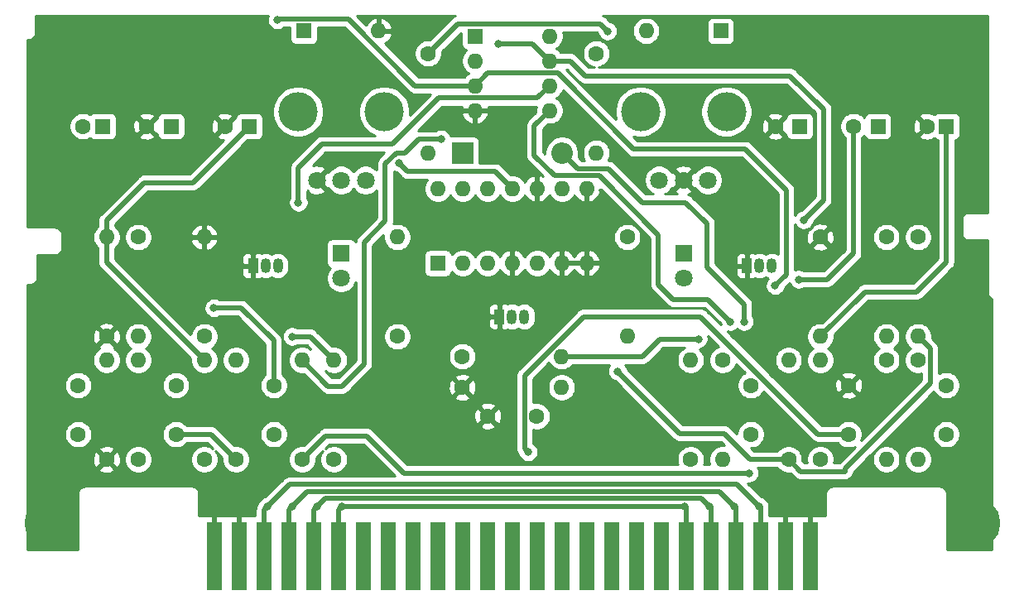
<source format=gbr>
G04 #@! TF.GenerationSoftware,KiCad,Pcbnew,(5.1.7)-1*
G04 #@! TF.CreationDate,2021-10-05T16:32:54-05:00*
G04 #@! TF.ProjectId,ConsolePedalBlueSox,436f6e73-6f6c-4655-9065-64616c426c75,rev?*
G04 #@! TF.SameCoordinates,Original*
G04 #@! TF.FileFunction,Copper,L2,Bot*
G04 #@! TF.FilePolarity,Positive*
%FSLAX46Y46*%
G04 Gerber Fmt 4.6, Leading zero omitted, Abs format (unit mm)*
G04 Created by KiCad (PCBNEW (5.1.7)-1) date 2021-10-05 16:32:54*
%MOMM*%
%LPD*%
G01*
G04 APERTURE LIST*
G04 #@! TA.AperFunction,ComponentPad*
%ADD10C,1.600000*%
G04 #@! TD*
G04 #@! TA.AperFunction,ComponentPad*
%ADD11O,1.600000X1.600000*%
G04 #@! TD*
G04 #@! TA.AperFunction,ComponentPad*
%ADD12R,1.800000X1.800000*%
G04 #@! TD*
G04 #@! TA.AperFunction,ComponentPad*
%ADD13C,1.800000*%
G04 #@! TD*
G04 #@! TA.AperFunction,ComponentPad*
%ADD14C,5.000000*%
G04 #@! TD*
G04 #@! TA.AperFunction,ConnectorPad*
%ADD15R,1.500000X7.000000*%
G04 #@! TD*
G04 #@! TA.AperFunction,ComponentPad*
%ADD16R,1.600000X1.600000*%
G04 #@! TD*
G04 #@! TA.AperFunction,ComponentPad*
%ADD17R,2.200000X2.200000*%
G04 #@! TD*
G04 #@! TA.AperFunction,ComponentPad*
%ADD18O,2.200000X2.200000*%
G04 #@! TD*
G04 #@! TA.AperFunction,ComponentPad*
%ADD19R,1.050000X1.500000*%
G04 #@! TD*
G04 #@! TA.AperFunction,ComponentPad*
%ADD20O,1.050000X1.500000*%
G04 #@! TD*
G04 #@! TA.AperFunction,WasherPad*
%ADD21C,4.000000*%
G04 #@! TD*
G04 #@! TA.AperFunction,ViaPad*
%ADD22C,0.800000*%
G04 #@! TD*
G04 #@! TA.AperFunction,Conductor*
%ADD23C,0.500000*%
G04 #@! TD*
G04 #@! TA.AperFunction,Conductor*
%ADD24C,0.254000*%
G04 #@! TD*
G04 #@! TA.AperFunction,Conductor*
%ADD25C,0.100000*%
G04 #@! TD*
G04 APERTURE END LIST*
D10*
G04 #@! TO.P,R21,1*
G04 #@! TO.N,GND*
X127635000Y-108712000D03*
D11*
G04 #@! TO.P,R21,2*
G04 #@! TO.N,Net-(D3-Pad1)*
X137795000Y-108712000D03*
G04 #@! TD*
D12*
G04 #@! TO.P,D3,1*
G04 #@! TO.N,Net-(D3-Pad1)*
X115250000Y-95000000D03*
D13*
G04 #@! TO.P,D3,2*
G04 #@! TO.N,/LEDPower*
X115250000Y-97540000D03*
G04 #@! TD*
G04 #@! TO.P,D4,2*
G04 #@! TO.N,/LEDPower*
X150250000Y-97540000D03*
D12*
G04 #@! TO.P,D4,1*
G04 #@! TO.N,Net-(D3-Pad1)*
X150250000Y-95000000D03*
G04 #@! TD*
D14*
G04 #@! TO.P,H1,1*
G04 #@! TO.N,GND*
X85350000Y-122600000D03*
G04 #@! TD*
G04 #@! TO.P,H2,1*
G04 #@! TO.N,GND*
X180150000Y-122600000D03*
G04 #@! TD*
D15*
G04 #@! TO.P,J1,50*
G04 #@! TO.N,GND*
X163230000Y-126000000D03*
G04 #@! TO.P,J1,49*
X160690000Y-126000000D03*
G04 #@! TO.P,J1,48*
G04 #@! TO.N,/Input*
X158150000Y-126000000D03*
G04 #@! TO.P,J1,47*
G04 #@! TO.N,/Output*
X155610000Y-126000000D03*
G04 #@! TO.P,J1,46*
G04 #@! TO.N,+9V*
X153070000Y-126000000D03*
G04 #@! TO.P,J1,45*
G04 #@! TO.N,/LEDPower*
X150530000Y-126000000D03*
G04 #@! TO.P,J1,44*
G04 #@! TO.N,N/C*
X147990000Y-126000000D03*
G04 #@! TO.P,J1,43*
X145450000Y-126000000D03*
G04 #@! TO.P,J1,42*
X142910000Y-126000000D03*
G04 #@! TO.P,J1,41*
X140370000Y-126000000D03*
G04 #@! TO.P,J1,40*
X137830000Y-126000000D03*
G04 #@! TO.P,J1,39*
X135290000Y-126000000D03*
G04 #@! TO.P,J1,38*
X132750000Y-126000000D03*
G04 #@! TO.P,J1,37*
X130210000Y-126000000D03*
G04 #@! TO.P,J1,36*
X127670000Y-126000000D03*
G04 #@! TO.P,J1,35*
X125130000Y-126000000D03*
G04 #@! TO.P,J1,34*
X122590000Y-126000000D03*
G04 #@! TO.P,J1,33*
X120050000Y-126000000D03*
G04 #@! TO.P,J1,32*
X117510000Y-126000000D03*
G04 #@! TO.P,J1,31*
G04 #@! TO.N,/LEDPower*
X114970000Y-126000000D03*
G04 #@! TO.P,J1,30*
G04 #@! TO.N,+9V*
X112430000Y-126000000D03*
G04 #@! TO.P,J1,29*
G04 #@! TO.N,/Output*
X109890000Y-126000000D03*
G04 #@! TO.P,J1,28*
G04 #@! TO.N,/Input*
X107350000Y-126000000D03*
G04 #@! TO.P,J1,27*
G04 #@! TO.N,GND*
X104810000Y-126000000D03*
G04 #@! TO.P,J1,26*
X102270000Y-126000000D03*
G04 #@! TD*
D10*
G04 #@! TO.P,C1,2*
G04 #@! TO.N,Net-(C1-Pad2)*
X88350000Y-113500000D03*
G04 #@! TO.P,C1,1*
G04 #@! TO.N,Net-(C1-Pad1)*
X88350000Y-108500000D03*
G04 #@! TD*
G04 #@! TO.P,C2,2*
G04 #@! TO.N,Net-(C1-Pad1)*
X157150000Y-108500000D03*
G04 #@! TO.P,C2,1*
G04 #@! TO.N,/VREF*
X157150000Y-113500000D03*
G04 #@! TD*
G04 #@! TO.P,C3,1*
G04 #@! TO.N,Net-(C3-Pad1)*
X98350000Y-108500000D03*
G04 #@! TO.P,C3,2*
G04 #@! TO.N,Net-(C3-Pad2)*
X98350000Y-113500000D03*
G04 #@! TD*
G04 #@! TO.P,C4,2*
G04 #@! TO.N,/VREF*
X167650000Y-82000000D03*
D16*
G04 #@! TO.P,C4,1*
G04 #@! TO.N,Net-(C4-Pad1)*
X170150000Y-82000000D03*
G04 #@! TD*
D10*
G04 #@! TO.P,C5,2*
G04 #@! TO.N,Net-(C5-Pad2)*
X108350000Y-113500000D03*
G04 #@! TO.P,C5,1*
G04 #@! TO.N,Net-(C3-Pad2)*
X108350000Y-108500000D03*
G04 #@! TD*
D16*
G04 #@! TO.P,C6,1*
G04 #@! TO.N,Net-(C3-Pad2)*
X90850000Y-82000000D03*
D10*
G04 #@! TO.P,C6,2*
G04 #@! TO.N,Net-(C6-Pad2)*
X88850000Y-82000000D03*
G04 #@! TD*
G04 #@! TO.P,C7,2*
G04 #@! TO.N,GND*
X175150000Y-82000000D03*
D16*
G04 #@! TO.P,C7,1*
G04 #@! TO.N,Net-(C7-Pad1)*
X177150000Y-82000000D03*
G04 #@! TD*
D10*
G04 #@! TO.P,C8,1*
G04 #@! TO.N,Net-(C8-Pad1)*
X177150000Y-113500000D03*
G04 #@! TO.P,C8,2*
G04 #@! TO.N,Net-(C8-Pad2)*
X177150000Y-108500000D03*
G04 #@! TD*
G04 #@! TO.P,C9,1*
G04 #@! TO.N,Net-(C8-Pad2)*
X167150000Y-113500000D03*
G04 #@! TO.P,C9,2*
G04 #@! TO.N,GND*
X167150000Y-108500000D03*
G04 #@! TD*
G04 #@! TO.P,C100,2*
G04 #@! TO.N,GND*
X95350000Y-82000000D03*
D16*
G04 #@! TO.P,C100,1*
G04 #@! TO.N,VCC*
X97850000Y-82000000D03*
G04 #@! TD*
G04 #@! TO.P,C101,1*
G04 #@! TO.N,/VREF*
X105850000Y-82000000D03*
D10*
G04 #@! TO.P,C101,2*
G04 #@! TO.N,GND*
X103350000Y-82000000D03*
G04 #@! TD*
D16*
G04 #@! TO.P,C102,1*
G04 #@! TO.N,VDD*
X162150000Y-82000000D03*
D10*
G04 #@! TO.P,C102,2*
G04 #@! TO.N,GND*
X159650000Y-82000000D03*
G04 #@! TD*
G04 #@! TO.P,C103,1*
G04 #@! TO.N,GND*
X130250000Y-111652000D03*
G04 #@! TO.P,C103,2*
G04 #@! TO.N,VDD*
X135250000Y-111652000D03*
G04 #@! TD*
D16*
G04 #@! TO.P,D1,1*
G04 #@! TO.N,Net-(C7-Pad1)*
X154060000Y-72250000D03*
D11*
G04 #@! TO.P,D1,2*
G04 #@! TO.N,Net-(C6-Pad2)*
X146440000Y-72250000D03*
G04 #@! TD*
G04 #@! TO.P,D2,2*
G04 #@! TO.N,GND*
X119060000Y-72250000D03*
D16*
G04 #@! TO.P,D2,1*
G04 #@! TO.N,Net-(C6-Pad2)*
X111440000Y-72250000D03*
G04 #@! TD*
D17*
G04 #@! TO.P,D100,1*
G04 #@! TO.N,VCC*
X127670000Y-84709000D03*
D18*
G04 #@! TO.P,D100,2*
G04 #@! TO.N,+9V*
X137830000Y-84709000D03*
G04 #@! TD*
D16*
G04 #@! TO.P,IC1,1*
G04 #@! TO.N,/Q1*
X125130000Y-96000000D03*
D11*
G04 #@! TO.P,IC1,8*
G04 #@! TO.N,GND*
X140370000Y-88380000D03*
G04 #@! TO.P,IC1,2*
G04 #@! TO.N,Net-(IC1-Pad2)*
X127670000Y-96000000D03*
G04 #@! TO.P,IC1,9*
G04 #@! TO.N,Net-(IC1-Pad12)*
X137830000Y-88380000D03*
G04 #@! TO.P,IC1,3*
G04 #@! TO.N,Net-(IC1-Pad13)*
X130210000Y-96000000D03*
G04 #@! TO.P,IC1,10*
G04 #@! TO.N,GND*
X135290000Y-88380000D03*
G04 #@! TO.P,IC1,4*
X132750000Y-96000000D03*
G04 #@! TO.P,IC1,11*
G04 #@! TO.N,/CLK2*
X132750000Y-88380000D03*
G04 #@! TO.P,IC1,5*
G04 #@! TO.N,Net-(IC1-Pad2)*
X135290000Y-96000000D03*
G04 #@! TO.P,IC1,12*
G04 #@! TO.N,Net-(IC1-Pad12)*
X130210000Y-88380000D03*
G04 #@! TO.P,IC1,6*
G04 #@! TO.N,GND*
X137830000Y-96000000D03*
G04 #@! TO.P,IC1,13*
G04 #@! TO.N,Net-(IC1-Pad13)*
X127670000Y-88380000D03*
G04 #@! TO.P,IC1,7*
G04 #@! TO.N,GND*
X140370000Y-96000000D03*
G04 #@! TO.P,IC1,14*
G04 #@! TO.N,VDD*
X125130000Y-88380000D03*
G04 #@! TD*
D19*
G04 #@! TO.P,Q1,1*
G04 #@! TO.N,GND*
X106230000Y-96266000D03*
D20*
G04 #@! TO.P,Q1,3*
G04 #@! TO.N,/CLK2*
X108770000Y-96266000D03*
G04 #@! TO.P,Q1,2*
G04 #@! TO.N,Net-(Q1-Pad2)*
X107500000Y-96266000D03*
G04 #@! TD*
G04 #@! TO.P,Q2,2*
G04 #@! TO.N,Net-(Q2-Pad2)*
X132715000Y-101473000D03*
G04 #@! TO.P,Q2,3*
G04 #@! TO.N,Net-(Q2-Pad3)*
X133985000Y-101473000D03*
D19*
G04 #@! TO.P,Q2,1*
G04 #@! TO.N,GND*
X131445000Y-101473000D03*
G04 #@! TD*
D20*
G04 #@! TO.P,Q3,2*
G04 #@! TO.N,Net-(Q3-Pad2)*
X158020000Y-96266000D03*
G04 #@! TO.P,Q3,3*
G04 #@! TO.N,Net-(Q3-Pad3)*
X159290000Y-96266000D03*
D19*
G04 #@! TO.P,Q3,1*
G04 #@! TO.N,GND*
X156750000Y-96266000D03*
G04 #@! TD*
D11*
G04 #@! TO.P,R1,2*
G04 #@! TO.N,/Input*
X91250000Y-105918000D03*
D10*
G04 #@! TO.P,R1,1*
G04 #@! TO.N,GND*
X91250000Y-116078000D03*
G04 #@! TD*
D11*
G04 #@! TO.P,R2,2*
G04 #@! TO.N,/Input*
X94500000Y-105918000D03*
D10*
G04 #@! TO.P,R2,1*
G04 #@! TO.N,Net-(C1-Pad2)*
X94500000Y-116078000D03*
G04 #@! TD*
G04 #@! TO.P,R3,1*
G04 #@! TO.N,Net-(C1-Pad1)*
X101250000Y-116078000D03*
D11*
G04 #@! TO.P,R3,2*
G04 #@! TO.N,/VREF*
X101250000Y-105918000D03*
G04 #@! TD*
D10*
G04 #@! TO.P,R4,1*
G04 #@! TO.N,Net-(C3-Pad2)*
X104500000Y-116078000D03*
D11*
G04 #@! TO.P,R4,2*
G04 #@! TO.N,Net-(C3-Pad1)*
X104500000Y-105918000D03*
G04 #@! TD*
G04 #@! TO.P,R5,2*
G04 #@! TO.N,Net-(C3-Pad1)*
X111250000Y-105918000D03*
D10*
G04 #@! TO.P,R5,1*
G04 #@! TO.N,Net-(C4-Pad1)*
X111250000Y-116078000D03*
G04 #@! TD*
G04 #@! TO.P,R6,1*
G04 #@! TO.N,Net-(C5-Pad2)*
X114500000Y-116078000D03*
D11*
G04 #@! TO.P,R6,2*
G04 #@! TO.N,/VREF*
X114500000Y-105918000D03*
G04 #@! TD*
G04 #@! TO.P,R7,2*
G04 #@! TO.N,Net-(R7-Pad2)*
X151000000Y-105918000D03*
D10*
G04 #@! TO.P,R7,1*
G04 #@! TO.N,Net-(R7-Pad1)*
X151000000Y-116078000D03*
G04 #@! TD*
G04 #@! TO.P,R8,1*
G04 #@! TO.N,Net-(R7-Pad1)*
X154250000Y-105918000D03*
D11*
G04 #@! TO.P,R8,2*
G04 #@! TO.N,/VREF*
X154250000Y-116078000D03*
G04 #@! TD*
G04 #@! TO.P,R9,2*
G04 #@! TO.N,Net-(Q1-Pad2)*
X94500000Y-103500000D03*
D10*
G04 #@! TO.P,R9,1*
G04 #@! TO.N,Net-(R7-Pad2)*
X94500000Y-93340000D03*
G04 #@! TD*
G04 #@! TO.P,R10,1*
G04 #@! TO.N,Net-(Q1-Pad2)*
X101250000Y-103500000D03*
D11*
G04 #@! TO.P,R10,2*
G04 #@! TO.N,GND*
X101250000Y-93340000D03*
G04 #@! TD*
G04 #@! TO.P,R11,2*
G04 #@! TO.N,/CLK2*
X141350000Y-84709000D03*
D10*
G04 #@! TO.P,R11,1*
G04 #@! TO.N,VCC*
X141350000Y-74549000D03*
G04 #@! TD*
G04 #@! TO.P,R12,1*
G04 #@! TO.N,/CLK2*
X144500000Y-93340000D03*
D11*
G04 #@! TO.P,R12,2*
G04 #@! TO.N,Net-(Q2-Pad2)*
X144500000Y-103500000D03*
G04 #@! TD*
G04 #@! TO.P,R13,2*
G04 #@! TO.N,Net-(C7-Pad1)*
X161000000Y-105918000D03*
D10*
G04 #@! TO.P,R13,1*
G04 #@! TO.N,Net-(Q2-Pad3)*
X161000000Y-116078000D03*
G04 #@! TD*
G04 #@! TO.P,R14,1*
G04 #@! TO.N,GND*
X164250000Y-93340000D03*
D11*
G04 #@! TO.P,R14,2*
G04 #@! TO.N,Net-(C7-Pad1)*
X164250000Y-103500000D03*
G04 #@! TD*
G04 #@! TO.P,R15,2*
G04 #@! TO.N,Net-(Q2-Pad3)*
X174250000Y-103500000D03*
D10*
G04 #@! TO.P,R15,1*
G04 #@! TO.N,Net-(R15-Pad1)*
X174250000Y-93340000D03*
G04 #@! TD*
G04 #@! TO.P,R16,1*
G04 #@! TO.N,Net-(R15-Pad1)*
X171000000Y-105918000D03*
D11*
G04 #@! TO.P,R16,2*
G04 #@! TO.N,Net-(C8-Pad1)*
X171000000Y-116078000D03*
G04 #@! TD*
G04 #@! TO.P,R17,2*
G04 #@! TO.N,Net-(C8-Pad1)*
X174250000Y-116078000D03*
D10*
G04 #@! TO.P,R17,1*
G04 #@! TO.N,Net-(R17-Pad1)*
X174250000Y-105918000D03*
G04 #@! TD*
G04 #@! TO.P,R18,1*
G04 #@! TO.N,Net-(Q3-Pad3)*
X171000000Y-93340000D03*
D11*
G04 #@! TO.P,R18,2*
G04 #@! TO.N,Net-(R17-Pad1)*
X171000000Y-103500000D03*
G04 #@! TD*
D10*
G04 #@! TO.P,R19,1*
G04 #@! TO.N,Net-(Q3-Pad3)*
X164250000Y-116078000D03*
D11*
G04 #@! TO.P,R19,2*
G04 #@! TO.N,Net-(C7-Pad1)*
X164250000Y-105918000D03*
G04 #@! TD*
G04 #@! TO.P,R20,2*
G04 #@! TO.N,Net-(Q3-Pad2)*
X137795000Y-105537000D03*
D10*
G04 #@! TO.P,R20,1*
G04 #@! TO.N,/Q1*
X127635000Y-105537000D03*
G04 #@! TD*
D11*
G04 #@! TO.P,R101,2*
G04 #@! TO.N,VCC*
X124150000Y-84709000D03*
D10*
G04 #@! TO.P,R101,1*
G04 #@! TO.N,/VREF*
X124150000Y-74549000D03*
G04 #@! TD*
G04 #@! TO.P,R102,1*
G04 #@! TO.N,GND*
X91250000Y-103500000D03*
D11*
G04 #@! TO.P,R102,2*
G04 #@! TO.N,/VREF*
X91250000Y-93340000D03*
G04 #@! TD*
D10*
G04 #@! TO.P,R103,1*
G04 #@! TO.N,VDD*
X121000000Y-103500000D03*
D11*
G04 #@! TO.P,R103,2*
G04 #@! TO.N,VCC*
X121000000Y-93340000D03*
G04 #@! TD*
D13*
G04 #@! TO.P,RV1,3*
G04 #@! TO.N,Net-(R17-Pad1)*
X147750000Y-87500000D03*
G04 #@! TO.P,RV1,2*
G04 #@! TO.N,GND*
X150250000Y-87500000D03*
G04 #@! TO.P,RV1,1*
G04 #@! TO.N,Net-(R15-Pad1)*
X152750000Y-87500000D03*
D21*
G04 #@! TO.P,RV1,*
G04 #@! TO.N,*
X145850000Y-80500000D03*
X154650000Y-80500000D03*
G04 #@! TD*
G04 #@! TO.P,RV2,*
G04 #@! TO.N,*
X119650000Y-80500000D03*
X110850000Y-80500000D03*
D13*
G04 #@! TO.P,RV2,1*
G04 #@! TO.N,Net-(C8-Pad2)*
X117750000Y-87500000D03*
G04 #@! TO.P,RV2,2*
G04 #@! TO.N,/Output*
X115250000Y-87500000D03*
G04 #@! TO.P,RV2,3*
G04 #@! TO.N,GND*
X112750000Y-87500000D03*
G04 #@! TD*
D16*
G04 #@! TO.P,U1,1*
G04 #@! TO.N,Net-(C3-Pad2)*
X128940000Y-72771000D03*
D11*
G04 #@! TO.P,U1,5*
G04 #@! TO.N,Net-(R7-Pad1)*
X136560000Y-80391000D03*
G04 #@! TO.P,U1,2*
G04 #@! TO.N,Net-(C3-Pad1)*
X128940000Y-75311000D03*
G04 #@! TO.P,U1,6*
G04 #@! TO.N,Net-(C5-Pad2)*
X136560000Y-77851000D03*
G04 #@! TO.P,U1,3*
G04 #@! TO.N,Net-(C1-Pad1)*
X128940000Y-77851000D03*
G04 #@! TO.P,U1,7*
G04 #@! TO.N,Net-(R7-Pad2)*
X136560000Y-75311000D03*
G04 #@! TO.P,U1,4*
G04 #@! TO.N,GND*
X128940000Y-80391000D03*
G04 #@! TO.P,U1,8*
G04 #@! TO.N,VCC*
X136560000Y-72771000D03*
G04 #@! TD*
D22*
G04 #@! TO.N,GND*
X102616000Y-120904000D03*
X105156000Y-120904000D03*
X160528000Y-120904000D03*
X163068000Y-120904000D03*
X113665000Y-73025000D03*
X114935000Y-73025000D03*
X114300000Y-78740000D03*
X116205000Y-78740000D03*
X160020000Y-102235000D03*
X161290000Y-102235000D03*
X170815000Y-100965000D03*
X173990000Y-100965000D03*
X114935000Y-100965000D03*
X114935000Y-92075000D03*
X85090000Y-87630000D03*
X85090000Y-77470000D03*
X90170000Y-72390000D03*
X107315000Y-116205000D03*
X107950000Y-111125000D03*
X103505000Y-109855000D03*
X97790000Y-105410000D03*
X113030000Y-111125000D03*
X118745000Y-112395000D03*
X142240000Y-113030000D03*
X144145000Y-113030000D03*
X137160000Y-100330000D03*
X146685000Y-108585000D03*
X155575000Y-111125000D03*
X156845000Y-111125000D03*
X159385000Y-113665000D03*
G04 #@! TO.N,Net-(C1-Pad1)*
X108712000Y-71120000D03*
X159639000Y-98298000D03*
G04 #@! TO.N,/LEDPower*
X115316000Y-120904000D03*
X150368000Y-120904000D03*
G04 #@! TO.N,/Input*
X107696000Y-120904000D03*
X157988000Y-120904000D03*
G04 #@! TO.N,/Output*
X110236000Y-120904000D03*
X155448000Y-120904000D03*
G04 #@! TO.N,+9V*
X112776000Y-120904000D03*
X152908000Y-120904000D03*
X156464000Y-101981000D03*
G04 #@! TO.N,/VREF*
X162052000Y-97663000D03*
X142494000Y-72263000D03*
X110236000Y-103505000D03*
G04 #@! TO.N,Net-(C3-Pad1)*
X125476000Y-83312000D03*
G04 #@! TO.N,Net-(C3-Pad2)*
X102235000Y-100584000D03*
G04 #@! TO.N,Net-(C4-Pad1)*
X156972000Y-117475000D03*
G04 #@! TO.N,Net-(C5-Pad2)*
X110871000Y-89789000D03*
G04 #@! TO.N,Net-(C8-Pad2)*
X134366000Y-115316000D03*
G04 #@! TO.N,/CLK2*
X121158000Y-85725000D03*
G04 #@! TO.N,Net-(Q2-Pad3)*
X143510000Y-107061000D03*
G04 #@! TO.N,Net-(Q3-Pad2)*
X151777000Y-103759000D03*
G04 #@! TO.N,Net-(R7-Pad2)*
X131318000Y-73533000D03*
X162560000Y-91567000D03*
G04 #@! TO.N,Net-(R7-Pad1)*
X155067000Y-101981000D03*
G04 #@! TD*
D23*
G04 #@! TO.N,GND*
X102270000Y-121250000D02*
X102616000Y-120904000D01*
X102270000Y-126000000D02*
X102270000Y-121250000D01*
X104810000Y-121250000D02*
X105156000Y-120904000D01*
X104810000Y-126000000D02*
X104810000Y-121250000D01*
X160690000Y-121066000D02*
X160528000Y-120904000D01*
X160690000Y-126000000D02*
X160690000Y-121066000D01*
X163230000Y-121066000D02*
X163068000Y-120904000D01*
X163230000Y-126000000D02*
X163230000Y-121066000D01*
G04 #@! TO.N,Net-(C1-Pad1)*
X128940000Y-77851000D02*
X122809000Y-77851000D01*
X108832001Y-70999999D02*
X108712000Y-71120000D01*
X115957999Y-70999999D02*
X108832001Y-70999999D01*
X122809000Y-77851000D02*
X115957999Y-70999999D01*
X159639000Y-98298000D02*
X160782000Y-97155000D01*
X160782000Y-97155000D02*
X160782000Y-88519000D01*
X160782000Y-88519000D02*
X156591000Y-84328000D01*
X156591000Y-84328000D02*
X145161000Y-84328000D01*
X130229999Y-76561001D02*
X128940000Y-77851000D01*
X137394001Y-76561001D02*
X130229999Y-76561001D01*
X145161000Y-84328000D02*
X137394001Y-76561001D01*
G04 #@! TO.N,/LEDPower*
X114970000Y-121250000D02*
X115316000Y-120904000D01*
X114970000Y-126000000D02*
X114970000Y-121250000D01*
X150530000Y-121066000D02*
X150368000Y-120904000D01*
X150530000Y-126000000D02*
X150530000Y-121066000D01*
X115316000Y-120904000D02*
X150368000Y-120904000D01*
G04 #@! TO.N,/Input*
X107350000Y-121250000D02*
X107696000Y-120904000D01*
X107350000Y-126000000D02*
X107350000Y-121250000D01*
X158150000Y-121066000D02*
X157988000Y-120904000D01*
X158150000Y-126000000D02*
X158150000Y-121066000D01*
X155737979Y-118653979D02*
X157988000Y-120904000D01*
X109946021Y-118653979D02*
X155737979Y-118653979D01*
X107696000Y-120904000D02*
X109946021Y-118653979D01*
G04 #@! TO.N,/Output*
X109890000Y-121250000D02*
X110236000Y-120904000D01*
X109890000Y-126000000D02*
X109890000Y-121250000D01*
X155610000Y-126000000D02*
X155610000Y-121066000D01*
X155610000Y-121066000D02*
X155448000Y-120904000D01*
X153897989Y-119353989D02*
X155448000Y-120904000D01*
X111786011Y-119353989D02*
X153897989Y-119353989D01*
X110236000Y-120904000D02*
X111786011Y-119353989D01*
G04 #@! TO.N,+9V*
X112430000Y-121250000D02*
X112776000Y-120904000D01*
X112430000Y-126000000D02*
X112430000Y-121250000D01*
X153070000Y-121066000D02*
X152908000Y-120904000D01*
X153070000Y-126000000D02*
X153070000Y-121066000D01*
X152057999Y-120053999D02*
X152908000Y-120904000D01*
X113626001Y-120053999D02*
X152057999Y-120053999D01*
X112776000Y-120904000D02*
X113626001Y-120053999D01*
X139481000Y-86360000D02*
X137830000Y-84709000D01*
X142621000Y-86360000D02*
X139481000Y-86360000D01*
X146050000Y-89789000D02*
X142621000Y-86360000D01*
X150495000Y-89789000D02*
X146050000Y-89789000D01*
X152654000Y-91948000D02*
X150495000Y-89789000D01*
X152654000Y-96393000D02*
X152654000Y-91948000D01*
X156464000Y-100203000D02*
X152654000Y-96393000D01*
X156464000Y-101981000D02*
X156464000Y-100203000D01*
G04 #@! TO.N,/VREF*
X91250000Y-93340000D02*
X91250000Y-91630000D01*
X91250000Y-91630000D02*
X95123000Y-87757000D01*
X100093000Y-87757000D02*
X105850000Y-82000000D01*
X95123000Y-87757000D02*
X100093000Y-87757000D01*
X91250000Y-95918000D02*
X91250000Y-93340000D01*
X101250000Y-105918000D02*
X91250000Y-95918000D01*
X167174000Y-82000000D02*
X167650000Y-82000000D01*
X127178001Y-71520999D02*
X124150000Y-74549000D01*
X141751999Y-71520999D02*
X127178001Y-71520999D01*
X142494000Y-72263000D02*
X141751999Y-71520999D01*
X112087000Y-103505000D02*
X114500000Y-105918000D01*
X110236000Y-103505000D02*
X112087000Y-103505000D01*
X162052000Y-97663000D02*
X164973000Y-97663000D01*
X167650000Y-94986000D02*
X167650000Y-82000000D01*
X164973000Y-97663000D02*
X167650000Y-94986000D01*
G04 #@! TO.N,Net-(C3-Pad1)*
X125476000Y-83312000D02*
X123190000Y-83312000D01*
X123190000Y-83312000D02*
X121793000Y-84709000D01*
X121793000Y-84709000D02*
X120904000Y-84709000D01*
X120904000Y-84709000D02*
X119761000Y-85852000D01*
X119761000Y-85852000D02*
X119761000Y-91694000D01*
X119761000Y-91694000D02*
X117602000Y-93853000D01*
X117602000Y-93853000D02*
X117602000Y-106299000D01*
X117602000Y-106299000D02*
X115316000Y-108585000D01*
X113917000Y-108585000D02*
X111250000Y-105918000D01*
X115316000Y-108585000D02*
X113917000Y-108585000D01*
G04 #@! TO.N,Net-(C3-Pad2)*
X101922000Y-113500000D02*
X104500000Y-116078000D01*
X98350000Y-113500000D02*
X101922000Y-113500000D01*
X102235000Y-100584000D02*
X105029000Y-100584000D01*
X108350000Y-103905000D02*
X108350000Y-108500000D01*
X105029000Y-100584000D02*
X108350000Y-103905000D01*
G04 #@! TO.N,Net-(C4-Pad1)*
X156972000Y-117475000D02*
X121666000Y-117475000D01*
X121666000Y-117475000D02*
X117856000Y-113665000D01*
X113663000Y-113665000D02*
X111250000Y-116078000D01*
X117856000Y-113665000D02*
X113663000Y-113665000D01*
G04 #@! TO.N,Net-(C5-Pad2)*
X113284000Y-83820000D02*
X110871000Y-86233000D01*
X125241999Y-79101001D02*
X120523000Y-83820000D01*
X120523000Y-83820000D02*
X113284000Y-83820000D01*
X135309999Y-79101001D02*
X125241999Y-79101001D01*
X110871000Y-86233000D02*
X110871000Y-89789000D01*
X136560000Y-77851000D02*
X135309999Y-79101001D01*
G04 #@! TO.N,Net-(C7-Pad1)*
X164250000Y-103500000D02*
X168817000Y-98933000D01*
X168817000Y-98933000D02*
X174117000Y-98933000D01*
X177150000Y-95900000D02*
X177150000Y-82000000D01*
X174117000Y-98933000D02*
X177150000Y-95900000D01*
G04 #@! TO.N,Net-(C8-Pad2)*
X133999999Y-107481999D02*
X140008998Y-101473000D01*
X133999999Y-114949999D02*
X133999999Y-107481999D01*
X134366000Y-115316000D02*
X133999999Y-114949999D01*
X140008998Y-101473000D02*
X152019000Y-101473000D01*
X164046000Y-113500000D02*
X167150000Y-113500000D01*
X152019000Y-101473000D02*
X164046000Y-113500000D01*
G04 #@! TO.N,/CLK2*
X121158000Y-85725000D02*
X122047000Y-86614000D01*
X130984000Y-86614000D02*
X132750000Y-88380000D01*
X122047000Y-86614000D02*
X130984000Y-86614000D01*
G04 #@! TO.N,Net-(Q2-Pad3)*
X162250001Y-117328001D02*
X166770999Y-117328001D01*
X161000000Y-116078000D02*
X162250001Y-117328001D01*
X175500001Y-104750001D02*
X174250000Y-103500000D01*
X175500001Y-108299997D02*
X175500001Y-104750001D01*
X166770999Y-117028999D02*
X175500001Y-108299997D01*
X166770999Y-117328001D02*
X166770999Y-117028999D01*
X143510000Y-107061000D02*
X149860000Y-113411000D01*
X149860000Y-113411000D02*
X154432000Y-113411000D01*
X157099000Y-116078000D02*
X161000000Y-116078000D01*
X154432000Y-113411000D02*
X157099000Y-116078000D01*
G04 #@! TO.N,Net-(Q3-Pad2)*
X146050000Y-105537000D02*
X137795000Y-105537000D01*
X147828000Y-103759000D02*
X146050000Y-105537000D01*
X151777000Y-103759000D02*
X147828000Y-103759000D01*
G04 #@! TO.N,Net-(R7-Pad2)*
X134782000Y-73533000D02*
X136560000Y-75311000D01*
X131318000Y-73533000D02*
X134782000Y-73533000D01*
X136560000Y-75311000D02*
X138684000Y-75311000D01*
X138684000Y-75311000D02*
X140208000Y-76835000D01*
X140208000Y-76835000D02*
X161163000Y-76835000D01*
X161163000Y-76835000D02*
X164592000Y-80264000D01*
X164592000Y-89535000D02*
X162560000Y-91567000D01*
X164592000Y-80264000D02*
X164592000Y-89535000D01*
G04 #@! TO.N,Net-(R7-Pad1)*
X155067000Y-101981000D02*
X152781000Y-99695000D01*
X152781000Y-99695000D02*
X149225000Y-99695000D01*
X149225000Y-99695000D02*
X147701000Y-98171000D01*
X147701000Y-98171000D02*
X147701000Y-93091000D01*
X141670010Y-87060010D02*
X137098010Y-87060010D01*
X147701000Y-93091000D02*
X141670010Y-87060010D01*
X137098010Y-87060010D02*
X135001000Y-84963000D01*
X135001000Y-81950000D02*
X136560000Y-80391000D01*
X135001000Y-84963000D02*
X135001000Y-81950000D01*
G04 #@! TD*
D24*
G04 #@! TO.N,GND*
X107724467Y-70820435D02*
X107685000Y-71018849D01*
X107685000Y-71221151D01*
X107724467Y-71419565D01*
X107801885Y-71606467D01*
X107914277Y-71774674D01*
X108057326Y-71917723D01*
X108225533Y-72030115D01*
X108412435Y-72107533D01*
X108610849Y-72147000D01*
X108813151Y-72147000D01*
X109011565Y-72107533D01*
X109198467Y-72030115D01*
X109366674Y-71917723D01*
X109407398Y-71876999D01*
X110009967Y-71876999D01*
X110009967Y-73050000D01*
X110022073Y-73172913D01*
X110057925Y-73291103D01*
X110116147Y-73400028D01*
X110194499Y-73495501D01*
X110289972Y-73573853D01*
X110398897Y-73632075D01*
X110517087Y-73667927D01*
X110640000Y-73680033D01*
X112240000Y-73680033D01*
X112362913Y-73667927D01*
X112481103Y-73632075D01*
X112590028Y-73573853D01*
X112685501Y-73495501D01*
X112763853Y-73400028D01*
X112822075Y-73291103D01*
X112857927Y-73172913D01*
X112870033Y-73050000D01*
X112870033Y-71876999D01*
X115594734Y-71876999D01*
X122158403Y-78440668D01*
X122185867Y-78474133D01*
X122319407Y-78583726D01*
X122319408Y-78583727D01*
X122471763Y-78665162D01*
X122637077Y-78715310D01*
X122809000Y-78732243D01*
X122852079Y-78728000D01*
X124374735Y-78728000D01*
X122260364Y-80842371D01*
X122277000Y-80758737D01*
X122277000Y-80241263D01*
X122176046Y-79733732D01*
X121978017Y-79255649D01*
X121690524Y-78825385D01*
X121324615Y-78459476D01*
X120894351Y-78171983D01*
X120416268Y-77973954D01*
X119908737Y-77873000D01*
X119391263Y-77873000D01*
X118883732Y-77973954D01*
X118405649Y-78171983D01*
X117975385Y-78459476D01*
X117609476Y-78825385D01*
X117321983Y-79255649D01*
X117123954Y-79733732D01*
X117023000Y-80241263D01*
X117023000Y-80758737D01*
X117123954Y-81266268D01*
X117321983Y-81744351D01*
X117609476Y-82174615D01*
X117975385Y-82540524D01*
X118405649Y-82828017D01*
X118683242Y-82943000D01*
X113327069Y-82943000D01*
X113283999Y-82938758D01*
X113240930Y-82943000D01*
X113240921Y-82943000D01*
X113112078Y-82955690D01*
X112946763Y-83005838D01*
X112794408Y-83087273D01*
X112660867Y-83196867D01*
X112633406Y-83230329D01*
X110281332Y-85582403D01*
X110247867Y-85609867D01*
X110138273Y-85743409D01*
X110080230Y-85852000D01*
X110056838Y-85895764D01*
X110006690Y-86061078D01*
X109989757Y-86233000D01*
X109994000Y-86276080D01*
X109994001Y-89252971D01*
X109960885Y-89302533D01*
X109883467Y-89489435D01*
X109844000Y-89687849D01*
X109844000Y-89890151D01*
X109883467Y-90088565D01*
X109960885Y-90275467D01*
X110073277Y-90443674D01*
X110216326Y-90586723D01*
X110384533Y-90699115D01*
X110571435Y-90776533D01*
X110769849Y-90816000D01*
X110972151Y-90816000D01*
X111170565Y-90776533D01*
X111357467Y-90699115D01*
X111525674Y-90586723D01*
X111668723Y-90443674D01*
X111781115Y-90275467D01*
X111858533Y-90088565D01*
X111898000Y-89890151D01*
X111898000Y-89687849D01*
X111858533Y-89489435D01*
X111781115Y-89302533D01*
X111748000Y-89252973D01*
X111748000Y-88678452D01*
X111749578Y-88680030D01*
X111865526Y-88564082D01*
X111949208Y-88818261D01*
X112221775Y-88949158D01*
X112514642Y-89024365D01*
X112816553Y-89040991D01*
X113115907Y-88998397D01*
X113401199Y-88898222D01*
X113550792Y-88818261D01*
X113634475Y-88564080D01*
X112750000Y-87679605D01*
X112735858Y-87693748D01*
X112556253Y-87514143D01*
X112570395Y-87500000D01*
X112556253Y-87485858D01*
X112735858Y-87306253D01*
X112750000Y-87320395D01*
X113634475Y-86435920D01*
X113550792Y-86181739D01*
X113278225Y-86050842D01*
X112985358Y-85975635D01*
X112683447Y-85959009D01*
X112384093Y-86001603D01*
X112320242Y-86024023D01*
X113647265Y-84697000D01*
X119675735Y-84697000D01*
X119171331Y-85201404D01*
X119137867Y-85228867D01*
X119028273Y-85362409D01*
X118966084Y-85478757D01*
X118946838Y-85514764D01*
X118896690Y-85680078D01*
X118879757Y-85852000D01*
X118884000Y-85895080D01*
X118884000Y-86474495D01*
X118723406Y-86313901D01*
X118473306Y-86146790D01*
X118195410Y-86031681D01*
X117900396Y-85973000D01*
X117599604Y-85973000D01*
X117304590Y-86031681D01*
X117026694Y-86146790D01*
X116776594Y-86313901D01*
X116563901Y-86526594D01*
X116500000Y-86622229D01*
X116436099Y-86526594D01*
X116223406Y-86313901D01*
X115973306Y-86146790D01*
X115695410Y-86031681D01*
X115400396Y-85973000D01*
X115099604Y-85973000D01*
X114804590Y-86031681D01*
X114526694Y-86146790D01*
X114276594Y-86313901D01*
X114063901Y-86526594D01*
X113970147Y-86666906D01*
X113814080Y-86615525D01*
X112929605Y-87500000D01*
X113814080Y-88384475D01*
X113970147Y-88333094D01*
X114063901Y-88473406D01*
X114276594Y-88686099D01*
X114526694Y-88853210D01*
X114804590Y-88968319D01*
X115099604Y-89027000D01*
X115400396Y-89027000D01*
X115695410Y-88968319D01*
X115973306Y-88853210D01*
X116223406Y-88686099D01*
X116436099Y-88473406D01*
X116500000Y-88377771D01*
X116563901Y-88473406D01*
X116776594Y-88686099D01*
X117026694Y-88853210D01*
X117304590Y-88968319D01*
X117599604Y-89027000D01*
X117900396Y-89027000D01*
X118195410Y-88968319D01*
X118473306Y-88853210D01*
X118723406Y-88686099D01*
X118884000Y-88525505D01*
X118884001Y-91330733D01*
X117012332Y-93202403D01*
X116978867Y-93229867D01*
X116869273Y-93363409D01*
X116844096Y-93410512D01*
X116787838Y-93515764D01*
X116737690Y-93681078D01*
X116722028Y-93840100D01*
X116673853Y-93749972D01*
X116595501Y-93654499D01*
X116500028Y-93576147D01*
X116391103Y-93517925D01*
X116272913Y-93482073D01*
X116150000Y-93469967D01*
X114350000Y-93469967D01*
X114227087Y-93482073D01*
X114108897Y-93517925D01*
X113999972Y-93576147D01*
X113904499Y-93654499D01*
X113826147Y-93749972D01*
X113767925Y-93858897D01*
X113732073Y-93977087D01*
X113719967Y-94100000D01*
X113719967Y-95900000D01*
X113732073Y-96022913D01*
X113767925Y-96141103D01*
X113826147Y-96250028D01*
X113904499Y-96345501D01*
X113999972Y-96423853D01*
X114108897Y-96482075D01*
X114139221Y-96491274D01*
X114063901Y-96566594D01*
X113896790Y-96816694D01*
X113781681Y-97094590D01*
X113723000Y-97389604D01*
X113723000Y-97690396D01*
X113781681Y-97985410D01*
X113896790Y-98263306D01*
X114063901Y-98513406D01*
X114276594Y-98726099D01*
X114526694Y-98893210D01*
X114804590Y-99008319D01*
X115099604Y-99067000D01*
X115400396Y-99067000D01*
X115695410Y-99008319D01*
X115973306Y-98893210D01*
X116223406Y-98726099D01*
X116436099Y-98513406D01*
X116603210Y-98263306D01*
X116718319Y-97985410D01*
X116725000Y-97951820D01*
X116725001Y-105935734D01*
X114952735Y-107708000D01*
X114280265Y-107708000D01*
X113615501Y-107043236D01*
X113824062Y-107182591D01*
X114083759Y-107290162D01*
X114359453Y-107345000D01*
X114640547Y-107345000D01*
X114916241Y-107290162D01*
X115175938Y-107182591D01*
X115409660Y-107026424D01*
X115608424Y-106827660D01*
X115764591Y-106593938D01*
X115872162Y-106334241D01*
X115927000Y-106058547D01*
X115927000Y-105777453D01*
X115872162Y-105501759D01*
X115764591Y-105242062D01*
X115608424Y-105008340D01*
X115409660Y-104809576D01*
X115175938Y-104653409D01*
X114916241Y-104545838D01*
X114640547Y-104491000D01*
X114359453Y-104491000D01*
X114320928Y-104498663D01*
X112737597Y-102915332D01*
X112710133Y-102881867D01*
X112576592Y-102772273D01*
X112424237Y-102690838D01*
X112258922Y-102640690D01*
X112087000Y-102623757D01*
X112043921Y-102628000D01*
X110772027Y-102628000D01*
X110722467Y-102594885D01*
X110535565Y-102517467D01*
X110337151Y-102478000D01*
X110134849Y-102478000D01*
X109936435Y-102517467D01*
X109749533Y-102594885D01*
X109581326Y-102707277D01*
X109438277Y-102850326D01*
X109325885Y-103018533D01*
X109248467Y-103205435D01*
X109209000Y-103403849D01*
X109209000Y-103606151D01*
X109248467Y-103804565D01*
X109325885Y-103991467D01*
X109438277Y-104159674D01*
X109581326Y-104302723D01*
X109749533Y-104415115D01*
X109936435Y-104492533D01*
X110134849Y-104532000D01*
X110337151Y-104532000D01*
X110535565Y-104492533D01*
X110722467Y-104415115D01*
X110772027Y-104382000D01*
X111723735Y-104382000D01*
X112134499Y-104792764D01*
X111925938Y-104653409D01*
X111666241Y-104545838D01*
X111390547Y-104491000D01*
X111109453Y-104491000D01*
X110833759Y-104545838D01*
X110574062Y-104653409D01*
X110340340Y-104809576D01*
X110141576Y-105008340D01*
X109985409Y-105242062D01*
X109877838Y-105501759D01*
X109823000Y-105777453D01*
X109823000Y-106058547D01*
X109877838Y-106334241D01*
X109985409Y-106593938D01*
X110141576Y-106827660D01*
X110340340Y-107026424D01*
X110574062Y-107182591D01*
X110833759Y-107290162D01*
X111109453Y-107345000D01*
X111390547Y-107345000D01*
X111429072Y-107337337D01*
X113266403Y-109174668D01*
X113293867Y-109208133D01*
X113427408Y-109317727D01*
X113579763Y-109399162D01*
X113745077Y-109449310D01*
X113917000Y-109466243D01*
X113960079Y-109462000D01*
X115272921Y-109462000D01*
X115316000Y-109466243D01*
X115359079Y-109462000D01*
X115487922Y-109449310D01*
X115653237Y-109399162D01*
X115805592Y-109317727D01*
X115939133Y-109208133D01*
X115966597Y-109174668D01*
X116358753Y-108782512D01*
X126194783Y-108782512D01*
X126236213Y-109062130D01*
X126331397Y-109328292D01*
X126398329Y-109453514D01*
X126642298Y-109525097D01*
X127455395Y-108712000D01*
X127814605Y-108712000D01*
X128627702Y-109525097D01*
X128871671Y-109453514D01*
X128992571Y-109198004D01*
X129061300Y-108923816D01*
X129075217Y-108641488D01*
X129033787Y-108361870D01*
X128938603Y-108095708D01*
X128871671Y-107970486D01*
X128627702Y-107898903D01*
X127814605Y-108712000D01*
X127455395Y-108712000D01*
X126642298Y-107898903D01*
X126398329Y-107970486D01*
X126277429Y-108225996D01*
X126208700Y-108500184D01*
X126194783Y-108782512D01*
X116358753Y-108782512D01*
X117421967Y-107719298D01*
X126821903Y-107719298D01*
X127635000Y-108532395D01*
X128448097Y-107719298D01*
X128376514Y-107475329D01*
X128121004Y-107354429D01*
X127846816Y-107285700D01*
X127564488Y-107271783D01*
X127284870Y-107313213D01*
X127018708Y-107408397D01*
X126893486Y-107475329D01*
X126821903Y-107719298D01*
X117421967Y-107719298D01*
X118191668Y-106949597D01*
X118225133Y-106922133D01*
X118334727Y-106788592D01*
X118416162Y-106636237D01*
X118466310Y-106470922D01*
X118479000Y-106342079D01*
X118479000Y-106342070D01*
X118483242Y-106299001D01*
X118479000Y-106255931D01*
X118479000Y-105396453D01*
X126208000Y-105396453D01*
X126208000Y-105677547D01*
X126262838Y-105953241D01*
X126370409Y-106212938D01*
X126526576Y-106446660D01*
X126725340Y-106645424D01*
X126959062Y-106801591D01*
X127218759Y-106909162D01*
X127494453Y-106964000D01*
X127775547Y-106964000D01*
X128051241Y-106909162D01*
X128310938Y-106801591D01*
X128544660Y-106645424D01*
X128743424Y-106446660D01*
X128899591Y-106212938D01*
X129007162Y-105953241D01*
X129062000Y-105677547D01*
X129062000Y-105396453D01*
X129007162Y-105120759D01*
X128899591Y-104861062D01*
X128743424Y-104627340D01*
X128544660Y-104428576D01*
X128310938Y-104272409D01*
X128051241Y-104164838D01*
X127775547Y-104110000D01*
X127494453Y-104110000D01*
X127218759Y-104164838D01*
X126959062Y-104272409D01*
X126725340Y-104428576D01*
X126526576Y-104627340D01*
X126370409Y-104861062D01*
X126262838Y-105120759D01*
X126208000Y-105396453D01*
X118479000Y-105396453D01*
X118479000Y-103359453D01*
X119573000Y-103359453D01*
X119573000Y-103640547D01*
X119627838Y-103916241D01*
X119735409Y-104175938D01*
X119891576Y-104409660D01*
X120090340Y-104608424D01*
X120324062Y-104764591D01*
X120583759Y-104872162D01*
X120859453Y-104927000D01*
X121140547Y-104927000D01*
X121416241Y-104872162D01*
X121675938Y-104764591D01*
X121909660Y-104608424D01*
X122108424Y-104409660D01*
X122264591Y-104175938D01*
X122372162Y-103916241D01*
X122427000Y-103640547D01*
X122427000Y-103359453D01*
X122372162Y-103083759D01*
X122264591Y-102824062D01*
X122108424Y-102590340D01*
X121909660Y-102391576D01*
X121675938Y-102235409D01*
X121645981Y-102223000D01*
X130281928Y-102223000D01*
X130294188Y-102347482D01*
X130330498Y-102467180D01*
X130389463Y-102577494D01*
X130468815Y-102674185D01*
X130565506Y-102753537D01*
X130675820Y-102812502D01*
X130795518Y-102848812D01*
X130920000Y-102861072D01*
X131159250Y-102858000D01*
X131318000Y-102699250D01*
X131318000Y-101600000D01*
X130443750Y-101600000D01*
X130285000Y-101758750D01*
X130281928Y-102223000D01*
X121645981Y-102223000D01*
X121416241Y-102127838D01*
X121140547Y-102073000D01*
X120859453Y-102073000D01*
X120583759Y-102127838D01*
X120324062Y-102235409D01*
X120090340Y-102391576D01*
X119891576Y-102590340D01*
X119735409Y-102824062D01*
X119627838Y-103083759D01*
X119573000Y-103359453D01*
X118479000Y-103359453D01*
X118479000Y-100723000D01*
X130281928Y-100723000D01*
X130285000Y-101187250D01*
X130443750Y-101346000D01*
X131318000Y-101346000D01*
X131318000Y-101191406D01*
X131563000Y-101191406D01*
X131563000Y-101754595D01*
X131572000Y-101845975D01*
X131572000Y-102699250D01*
X131730750Y-102858000D01*
X131970000Y-102861072D01*
X132094482Y-102848812D01*
X132214180Y-102812502D01*
X132288879Y-102772574D01*
X132489170Y-102833332D01*
X132715000Y-102855574D01*
X132940831Y-102833332D01*
X133157984Y-102767459D01*
X133350000Y-102664825D01*
X133542017Y-102767459D01*
X133759170Y-102833332D01*
X133985000Y-102855574D01*
X134210831Y-102833332D01*
X134427984Y-102767459D01*
X134628114Y-102660488D01*
X134803528Y-102516528D01*
X134947488Y-102341114D01*
X135054459Y-102140983D01*
X135120332Y-101923830D01*
X135137000Y-101754594D01*
X135137000Y-101191405D01*
X135120332Y-101022169D01*
X135054459Y-100805016D01*
X134947488Y-100604886D01*
X134803528Y-100429472D01*
X134628113Y-100285512D01*
X134427983Y-100178541D01*
X134210830Y-100112668D01*
X133985000Y-100090426D01*
X133759169Y-100112668D01*
X133542016Y-100178541D01*
X133350000Y-100281175D01*
X133157983Y-100178541D01*
X132940830Y-100112668D01*
X132715000Y-100090426D01*
X132489169Y-100112668D01*
X132288878Y-100173426D01*
X132214180Y-100133498D01*
X132094482Y-100097188D01*
X131970000Y-100084928D01*
X131730750Y-100088000D01*
X131572000Y-100246750D01*
X131572000Y-101100026D01*
X131563000Y-101191406D01*
X131318000Y-101191406D01*
X131318000Y-100246750D01*
X131159250Y-100088000D01*
X130920000Y-100084928D01*
X130795518Y-100097188D01*
X130675820Y-100133498D01*
X130565506Y-100192463D01*
X130468815Y-100271815D01*
X130389463Y-100368506D01*
X130330498Y-100478820D01*
X130294188Y-100598518D01*
X130281928Y-100723000D01*
X118479000Y-100723000D01*
X118479000Y-95200000D01*
X123699967Y-95200000D01*
X123699967Y-96800000D01*
X123712073Y-96922913D01*
X123747925Y-97041103D01*
X123806147Y-97150028D01*
X123884499Y-97245501D01*
X123979972Y-97323853D01*
X124088897Y-97382075D01*
X124207087Y-97417927D01*
X124330000Y-97430033D01*
X125930000Y-97430033D01*
X126052913Y-97417927D01*
X126171103Y-97382075D01*
X126280028Y-97323853D01*
X126375501Y-97245501D01*
X126453853Y-97150028D01*
X126512075Y-97041103D01*
X126547927Y-96922913D01*
X126550818Y-96893560D01*
X126561576Y-96909660D01*
X126760340Y-97108424D01*
X126994062Y-97264591D01*
X127253759Y-97372162D01*
X127529453Y-97427000D01*
X127810547Y-97427000D01*
X128086241Y-97372162D01*
X128345938Y-97264591D01*
X128579660Y-97108424D01*
X128778424Y-96909660D01*
X128934591Y-96675938D01*
X128940000Y-96662880D01*
X128945409Y-96675938D01*
X129101576Y-96909660D01*
X129300340Y-97108424D01*
X129534062Y-97264591D01*
X129793759Y-97372162D01*
X130069453Y-97427000D01*
X130350547Y-97427000D01*
X130626241Y-97372162D01*
X130885938Y-97264591D01*
X131119660Y-97108424D01*
X131318424Y-96909660D01*
X131474591Y-96675938D01*
X131480946Y-96660596D01*
X131597615Y-96855131D01*
X131786586Y-97063519D01*
X132012580Y-97231037D01*
X132266913Y-97351246D01*
X132400961Y-97391904D01*
X132623000Y-97269915D01*
X132623000Y-96127000D01*
X132603000Y-96127000D01*
X132603000Y-95873000D01*
X132623000Y-95873000D01*
X132623000Y-94730085D01*
X132877000Y-94730085D01*
X132877000Y-95873000D01*
X132897000Y-95873000D01*
X132897000Y-96127000D01*
X132877000Y-96127000D01*
X132877000Y-97269915D01*
X133099039Y-97391904D01*
X133233087Y-97351246D01*
X133487420Y-97231037D01*
X133713414Y-97063519D01*
X133902385Y-96855131D01*
X134019054Y-96660596D01*
X134025409Y-96675938D01*
X134181576Y-96909660D01*
X134380340Y-97108424D01*
X134614062Y-97264591D01*
X134873759Y-97372162D01*
X135149453Y-97427000D01*
X135430547Y-97427000D01*
X135706241Y-97372162D01*
X135965938Y-97264591D01*
X136199660Y-97108424D01*
X136398424Y-96909660D01*
X136554591Y-96675938D01*
X136560946Y-96660596D01*
X136677615Y-96855131D01*
X136866586Y-97063519D01*
X137092580Y-97231037D01*
X137346913Y-97351246D01*
X137480961Y-97391904D01*
X137703000Y-97269915D01*
X137703000Y-96127000D01*
X137957000Y-96127000D01*
X137957000Y-97269915D01*
X138179039Y-97391904D01*
X138313087Y-97351246D01*
X138567420Y-97231037D01*
X138793414Y-97063519D01*
X138982385Y-96855131D01*
X139100000Y-96659018D01*
X139217615Y-96855131D01*
X139406586Y-97063519D01*
X139632580Y-97231037D01*
X139886913Y-97351246D01*
X140020961Y-97391904D01*
X140243000Y-97269915D01*
X140243000Y-96127000D01*
X140497000Y-96127000D01*
X140497000Y-97269915D01*
X140719039Y-97391904D01*
X140853087Y-97351246D01*
X141107420Y-97231037D01*
X141333414Y-97063519D01*
X141522385Y-96855131D01*
X141667070Y-96613881D01*
X141761909Y-96349040D01*
X141640624Y-96127000D01*
X140497000Y-96127000D01*
X140243000Y-96127000D01*
X137957000Y-96127000D01*
X137703000Y-96127000D01*
X137683000Y-96127000D01*
X137683000Y-95873000D01*
X137703000Y-95873000D01*
X137703000Y-94730085D01*
X137957000Y-94730085D01*
X137957000Y-95873000D01*
X140243000Y-95873000D01*
X140243000Y-94730085D01*
X140497000Y-94730085D01*
X140497000Y-95873000D01*
X141640624Y-95873000D01*
X141761909Y-95650960D01*
X141667070Y-95386119D01*
X141522385Y-95144869D01*
X141333414Y-94936481D01*
X141107420Y-94768963D01*
X140853087Y-94648754D01*
X140719039Y-94608096D01*
X140497000Y-94730085D01*
X140243000Y-94730085D01*
X140020961Y-94608096D01*
X139886913Y-94648754D01*
X139632580Y-94768963D01*
X139406586Y-94936481D01*
X139217615Y-95144869D01*
X139100000Y-95340982D01*
X138982385Y-95144869D01*
X138793414Y-94936481D01*
X138567420Y-94768963D01*
X138313087Y-94648754D01*
X138179039Y-94608096D01*
X137957000Y-94730085D01*
X137703000Y-94730085D01*
X137480961Y-94608096D01*
X137346913Y-94648754D01*
X137092580Y-94768963D01*
X136866586Y-94936481D01*
X136677615Y-95144869D01*
X136560946Y-95339404D01*
X136554591Y-95324062D01*
X136398424Y-95090340D01*
X136199660Y-94891576D01*
X135965938Y-94735409D01*
X135706241Y-94627838D01*
X135430547Y-94573000D01*
X135149453Y-94573000D01*
X134873759Y-94627838D01*
X134614062Y-94735409D01*
X134380340Y-94891576D01*
X134181576Y-95090340D01*
X134025409Y-95324062D01*
X134019054Y-95339404D01*
X133902385Y-95144869D01*
X133713414Y-94936481D01*
X133487420Y-94768963D01*
X133233087Y-94648754D01*
X133099039Y-94608096D01*
X132877000Y-94730085D01*
X132623000Y-94730085D01*
X132400961Y-94608096D01*
X132266913Y-94648754D01*
X132012580Y-94768963D01*
X131786586Y-94936481D01*
X131597615Y-95144869D01*
X131480946Y-95339404D01*
X131474591Y-95324062D01*
X131318424Y-95090340D01*
X131119660Y-94891576D01*
X130885938Y-94735409D01*
X130626241Y-94627838D01*
X130350547Y-94573000D01*
X130069453Y-94573000D01*
X129793759Y-94627838D01*
X129534062Y-94735409D01*
X129300340Y-94891576D01*
X129101576Y-95090340D01*
X128945409Y-95324062D01*
X128940000Y-95337120D01*
X128934591Y-95324062D01*
X128778424Y-95090340D01*
X128579660Y-94891576D01*
X128345938Y-94735409D01*
X128086241Y-94627838D01*
X127810547Y-94573000D01*
X127529453Y-94573000D01*
X127253759Y-94627838D01*
X126994062Y-94735409D01*
X126760340Y-94891576D01*
X126561576Y-95090340D01*
X126550818Y-95106440D01*
X126547927Y-95077087D01*
X126512075Y-94958897D01*
X126453853Y-94849972D01*
X126375501Y-94754499D01*
X126280028Y-94676147D01*
X126171103Y-94617925D01*
X126052913Y-94582073D01*
X125930000Y-94569967D01*
X124330000Y-94569967D01*
X124207087Y-94582073D01*
X124088897Y-94617925D01*
X123979972Y-94676147D01*
X123884499Y-94754499D01*
X123806147Y-94849972D01*
X123747925Y-94958897D01*
X123712073Y-95077087D01*
X123699967Y-95200000D01*
X118479000Y-95200000D01*
X118479000Y-94216265D01*
X119592165Y-93103100D01*
X119573000Y-93199453D01*
X119573000Y-93480547D01*
X119627838Y-93756241D01*
X119735409Y-94015938D01*
X119891576Y-94249660D01*
X120090340Y-94448424D01*
X120324062Y-94604591D01*
X120583759Y-94712162D01*
X120859453Y-94767000D01*
X121140547Y-94767000D01*
X121416241Y-94712162D01*
X121675938Y-94604591D01*
X121909660Y-94448424D01*
X122108424Y-94249660D01*
X122264591Y-94015938D01*
X122372162Y-93756241D01*
X122427000Y-93480547D01*
X122427000Y-93199453D01*
X143073000Y-93199453D01*
X143073000Y-93480547D01*
X143127838Y-93756241D01*
X143235409Y-94015938D01*
X143391576Y-94249660D01*
X143590340Y-94448424D01*
X143824062Y-94604591D01*
X144083759Y-94712162D01*
X144359453Y-94767000D01*
X144640547Y-94767000D01*
X144916241Y-94712162D01*
X145175938Y-94604591D01*
X145409660Y-94448424D01*
X145608424Y-94249660D01*
X145764591Y-94015938D01*
X145872162Y-93756241D01*
X145927000Y-93480547D01*
X145927000Y-93199453D01*
X145872162Y-92923759D01*
X145764591Y-92664062D01*
X145608424Y-92430340D01*
X145409660Y-92231576D01*
X145175938Y-92075409D01*
X144916241Y-91967838D01*
X144640547Y-91913000D01*
X144359453Y-91913000D01*
X144083759Y-91967838D01*
X143824062Y-92075409D01*
X143590340Y-92231576D01*
X143391576Y-92430340D01*
X143235409Y-92664062D01*
X143127838Y-92923759D01*
X143073000Y-93199453D01*
X122427000Y-93199453D01*
X122372162Y-92923759D01*
X122264591Y-92664062D01*
X122108424Y-92430340D01*
X121909660Y-92231576D01*
X121675938Y-92075409D01*
X121416241Y-91967838D01*
X121140547Y-91913000D01*
X120859453Y-91913000D01*
X120595077Y-91965587D01*
X120625310Y-91865922D01*
X120638000Y-91737079D01*
X120638000Y-91737078D01*
X120642243Y-91694001D01*
X120638000Y-91650924D01*
X120638000Y-86612709D01*
X120671533Y-86635115D01*
X120858435Y-86712533D01*
X120916896Y-86724162D01*
X121396408Y-87203674D01*
X121423867Y-87237133D01*
X121457326Y-87264592D01*
X121457328Y-87264594D01*
X121460757Y-87267408D01*
X121557408Y-87346727D01*
X121694051Y-87419764D01*
X121709763Y-87428162D01*
X121875077Y-87478310D01*
X122047000Y-87495243D01*
X122090079Y-87491000D01*
X124007772Y-87491000D01*
X123865409Y-87704062D01*
X123757838Y-87963759D01*
X123703000Y-88239453D01*
X123703000Y-88520547D01*
X123757838Y-88796241D01*
X123865409Y-89055938D01*
X124021576Y-89289660D01*
X124220340Y-89488424D01*
X124454062Y-89644591D01*
X124713759Y-89752162D01*
X124989453Y-89807000D01*
X125270547Y-89807000D01*
X125546241Y-89752162D01*
X125805938Y-89644591D01*
X126039660Y-89488424D01*
X126238424Y-89289660D01*
X126394591Y-89055938D01*
X126400000Y-89042880D01*
X126405409Y-89055938D01*
X126561576Y-89289660D01*
X126760340Y-89488424D01*
X126994062Y-89644591D01*
X127253759Y-89752162D01*
X127529453Y-89807000D01*
X127810547Y-89807000D01*
X128086241Y-89752162D01*
X128345938Y-89644591D01*
X128579660Y-89488424D01*
X128778424Y-89289660D01*
X128934591Y-89055938D01*
X128940000Y-89042880D01*
X128945409Y-89055938D01*
X129101576Y-89289660D01*
X129300340Y-89488424D01*
X129534062Y-89644591D01*
X129793759Y-89752162D01*
X130069453Y-89807000D01*
X130350547Y-89807000D01*
X130626241Y-89752162D01*
X130885938Y-89644591D01*
X131119660Y-89488424D01*
X131318424Y-89289660D01*
X131474591Y-89055938D01*
X131480000Y-89042880D01*
X131485409Y-89055938D01*
X131641576Y-89289660D01*
X131840340Y-89488424D01*
X132074062Y-89644591D01*
X132333759Y-89752162D01*
X132609453Y-89807000D01*
X132890547Y-89807000D01*
X133166241Y-89752162D01*
X133425938Y-89644591D01*
X133659660Y-89488424D01*
X133858424Y-89289660D01*
X134014591Y-89055938D01*
X134020946Y-89040596D01*
X134137615Y-89235131D01*
X134326586Y-89443519D01*
X134552580Y-89611037D01*
X134806913Y-89731246D01*
X134940961Y-89771904D01*
X135163000Y-89649915D01*
X135163000Y-88507000D01*
X135143000Y-88507000D01*
X135143000Y-88253000D01*
X135163000Y-88253000D01*
X135163000Y-87110085D01*
X134940961Y-86988096D01*
X134806913Y-87028754D01*
X134552580Y-87148963D01*
X134326586Y-87316481D01*
X134137615Y-87524869D01*
X134020946Y-87719404D01*
X134014591Y-87704062D01*
X133858424Y-87470340D01*
X133659660Y-87271576D01*
X133425938Y-87115409D01*
X133166241Y-87007838D01*
X132890547Y-86953000D01*
X132609453Y-86953000D01*
X132570928Y-86960663D01*
X131634597Y-86024332D01*
X131607133Y-85990867D01*
X131473592Y-85881273D01*
X131321237Y-85799838D01*
X131155922Y-85749690D01*
X130984000Y-85732757D01*
X130940921Y-85737000D01*
X129400033Y-85737000D01*
X129400033Y-83609000D01*
X129387927Y-83486087D01*
X129352075Y-83367897D01*
X129293853Y-83258972D01*
X129215501Y-83163499D01*
X129120028Y-83085147D01*
X129011103Y-83026925D01*
X128892913Y-82991073D01*
X128770000Y-82978967D01*
X126570000Y-82978967D01*
X126454387Y-82990354D01*
X126386115Y-82825533D01*
X126273723Y-82657326D01*
X126130674Y-82514277D01*
X125962467Y-82401885D01*
X125775565Y-82324467D01*
X125577151Y-82285000D01*
X125374849Y-82285000D01*
X125176435Y-82324467D01*
X124989533Y-82401885D01*
X124939973Y-82435000D01*
X123233069Y-82435000D01*
X123189999Y-82430758D01*
X123148411Y-82434854D01*
X124843226Y-80740039D01*
X127548096Y-80740039D01*
X127588754Y-80874087D01*
X127708963Y-81128420D01*
X127876481Y-81354414D01*
X128084869Y-81543385D01*
X128326119Y-81688070D01*
X128590960Y-81782909D01*
X128813000Y-81661624D01*
X128813000Y-80518000D01*
X129067000Y-80518000D01*
X129067000Y-81661624D01*
X129289040Y-81782909D01*
X129553881Y-81688070D01*
X129795131Y-81543385D01*
X130003519Y-81354414D01*
X130171037Y-81128420D01*
X130291246Y-80874087D01*
X130331904Y-80740039D01*
X130209915Y-80518000D01*
X129067000Y-80518000D01*
X128813000Y-80518000D01*
X127670085Y-80518000D01*
X127548096Y-80740039D01*
X124843226Y-80740039D01*
X125605264Y-79978001D01*
X127567496Y-79978001D01*
X127548096Y-80041961D01*
X127670085Y-80264000D01*
X128813000Y-80264000D01*
X128813000Y-80244000D01*
X129067000Y-80244000D01*
X129067000Y-80264000D01*
X130209915Y-80264000D01*
X130331904Y-80041961D01*
X130312504Y-79978001D01*
X135187193Y-79978001D01*
X135133000Y-80250453D01*
X135133000Y-80531547D01*
X135140663Y-80570072D01*
X134411327Y-81299408D01*
X134377868Y-81326867D01*
X134350409Y-81360326D01*
X134350406Y-81360329D01*
X134268274Y-81460408D01*
X134186838Y-81612764D01*
X134136690Y-81778078D01*
X134119757Y-81950000D01*
X134124001Y-81993089D01*
X134124000Y-84919920D01*
X134119757Y-84963000D01*
X134136690Y-85134922D01*
X134175339Y-85262329D01*
X134186838Y-85300236D01*
X134268273Y-85452591D01*
X134377867Y-85586133D01*
X134411332Y-85613597D01*
X135874349Y-87076615D01*
X135773087Y-87028754D01*
X135639039Y-86988096D01*
X135417000Y-87110085D01*
X135417000Y-88253000D01*
X135437000Y-88253000D01*
X135437000Y-88507000D01*
X135417000Y-88507000D01*
X135417000Y-89649915D01*
X135639039Y-89771904D01*
X135773087Y-89731246D01*
X136027420Y-89611037D01*
X136253414Y-89443519D01*
X136442385Y-89235131D01*
X136559054Y-89040596D01*
X136565409Y-89055938D01*
X136721576Y-89289660D01*
X136920340Y-89488424D01*
X137154062Y-89644591D01*
X137413759Y-89752162D01*
X137689453Y-89807000D01*
X137970547Y-89807000D01*
X138246241Y-89752162D01*
X138505938Y-89644591D01*
X138739660Y-89488424D01*
X138938424Y-89289660D01*
X139094591Y-89055938D01*
X139100946Y-89040596D01*
X139217615Y-89235131D01*
X139406586Y-89443519D01*
X139632580Y-89611037D01*
X139886913Y-89731246D01*
X140020961Y-89771904D01*
X140243000Y-89649915D01*
X140243000Y-88507000D01*
X140223000Y-88507000D01*
X140223000Y-88253000D01*
X140243000Y-88253000D01*
X140243000Y-88233000D01*
X140497000Y-88233000D01*
X140497000Y-88253000D01*
X140517000Y-88253000D01*
X140517000Y-88507000D01*
X140497000Y-88507000D01*
X140497000Y-89649915D01*
X140719039Y-89771904D01*
X140853087Y-89731246D01*
X141107420Y-89611037D01*
X141333414Y-89443519D01*
X141522385Y-89235131D01*
X141667070Y-88993881D01*
X141761909Y-88729040D01*
X141640625Y-88507002D01*
X141805000Y-88507002D01*
X141805000Y-88435265D01*
X146824001Y-93454267D01*
X146824000Y-98127920D01*
X146819757Y-98171000D01*
X146836690Y-98342922D01*
X146877412Y-98477162D01*
X146886838Y-98508236D01*
X146968273Y-98660591D01*
X147077867Y-98794133D01*
X147111332Y-98821597D01*
X148574403Y-100284668D01*
X148601867Y-100318133D01*
X148735408Y-100427727D01*
X148887763Y-100509162D01*
X149053078Y-100559310D01*
X149181921Y-100572000D01*
X149181930Y-100572000D01*
X149224999Y-100576242D01*
X149268069Y-100572000D01*
X152417735Y-100572000D01*
X154067838Y-102222103D01*
X154079467Y-102280565D01*
X154088403Y-102302138D01*
X152669597Y-100883332D01*
X152642133Y-100849867D01*
X152508592Y-100740273D01*
X152356237Y-100658838D01*
X152190922Y-100608690D01*
X152062079Y-100596000D01*
X152019000Y-100591757D01*
X151975921Y-100596000D01*
X140052077Y-100596000D01*
X140008998Y-100591757D01*
X139837075Y-100608690D01*
X139671761Y-100658838D01*
X139519406Y-100740273D01*
X139385865Y-100849867D01*
X139358406Y-100883326D01*
X133410326Y-106831407D01*
X133376867Y-106858866D01*
X133349408Y-106892325D01*
X133349405Y-106892328D01*
X133267273Y-106992407D01*
X133185837Y-107144763D01*
X133135689Y-107310077D01*
X133118756Y-107481999D01*
X133123000Y-107525089D01*
X133122999Y-114906919D01*
X133118756Y-114949999D01*
X133135689Y-115121921D01*
X133159678Y-115201000D01*
X133185837Y-115287235D01*
X133267272Y-115439590D01*
X133367838Y-115562132D01*
X133378467Y-115615565D01*
X133455885Y-115802467D01*
X133568277Y-115970674D01*
X133711326Y-116113723D01*
X133879533Y-116226115D01*
X134066435Y-116303533D01*
X134264849Y-116343000D01*
X134467151Y-116343000D01*
X134665565Y-116303533D01*
X134852467Y-116226115D01*
X135020674Y-116113723D01*
X135163723Y-115970674D01*
X135276115Y-115802467D01*
X135353533Y-115615565D01*
X135393000Y-115417151D01*
X135393000Y-115214849D01*
X135353533Y-115016435D01*
X135276115Y-114829533D01*
X135163723Y-114661326D01*
X135020674Y-114518277D01*
X134876999Y-114422277D01*
X134876999Y-113032763D01*
X135109453Y-113079000D01*
X135390547Y-113079000D01*
X135666241Y-113024162D01*
X135925938Y-112916591D01*
X136159660Y-112760424D01*
X136358424Y-112561660D01*
X136514591Y-112327938D01*
X136622162Y-112068241D01*
X136677000Y-111792547D01*
X136677000Y-111511453D01*
X136622162Y-111235759D01*
X136514591Y-110976062D01*
X136358424Y-110742340D01*
X136159660Y-110543576D01*
X135925938Y-110387409D01*
X135666241Y-110279838D01*
X135390547Y-110225000D01*
X135109453Y-110225000D01*
X134876999Y-110271237D01*
X134876999Y-108571453D01*
X136368000Y-108571453D01*
X136368000Y-108852547D01*
X136422838Y-109128241D01*
X136530409Y-109387938D01*
X136686576Y-109621660D01*
X136885340Y-109820424D01*
X137119062Y-109976591D01*
X137378759Y-110084162D01*
X137654453Y-110139000D01*
X137935547Y-110139000D01*
X138211241Y-110084162D01*
X138470938Y-109976591D01*
X138704660Y-109820424D01*
X138903424Y-109621660D01*
X139059591Y-109387938D01*
X139167162Y-109128241D01*
X139222000Y-108852547D01*
X139222000Y-108571453D01*
X139167162Y-108295759D01*
X139059591Y-108036062D01*
X138903424Y-107802340D01*
X138704660Y-107603576D01*
X138470938Y-107447409D01*
X138211241Y-107339838D01*
X137935547Y-107285000D01*
X137654453Y-107285000D01*
X137378759Y-107339838D01*
X137119062Y-107447409D01*
X136885340Y-107603576D01*
X136686576Y-107802340D01*
X136530409Y-108036062D01*
X136422838Y-108295759D01*
X136368000Y-108571453D01*
X134876999Y-108571453D01*
X134876999Y-107845264D01*
X136524234Y-106198030D01*
X136530409Y-106212938D01*
X136686576Y-106446660D01*
X136885340Y-106645424D01*
X137119062Y-106801591D01*
X137378759Y-106909162D01*
X137654453Y-106964000D01*
X137935547Y-106964000D01*
X138211241Y-106909162D01*
X138470938Y-106801591D01*
X138704660Y-106645424D01*
X138903424Y-106446660D01*
X138925247Y-106414000D01*
X142707149Y-106414000D01*
X142599885Y-106574533D01*
X142522467Y-106761435D01*
X142483000Y-106959849D01*
X142483000Y-107162151D01*
X142522467Y-107360565D01*
X142599885Y-107547467D01*
X142712277Y-107715674D01*
X142855326Y-107858723D01*
X143023533Y-107971115D01*
X143210435Y-108048533D01*
X143268897Y-108060162D01*
X149209408Y-114000674D01*
X149236867Y-114034133D01*
X149370408Y-114143727D01*
X149522763Y-114225162D01*
X149688078Y-114275310D01*
X149816921Y-114288000D01*
X149816922Y-114288000D01*
X149859999Y-114292243D01*
X149903076Y-114288000D01*
X154068735Y-114288000D01*
X154441962Y-114661227D01*
X154390547Y-114651000D01*
X154109453Y-114651000D01*
X153833759Y-114705838D01*
X153574062Y-114813409D01*
X153340340Y-114969576D01*
X153141576Y-115168340D01*
X152985409Y-115402062D01*
X152877838Y-115661759D01*
X152823000Y-115937453D01*
X152823000Y-116218547D01*
X152877838Y-116494241D01*
X152920817Y-116598000D01*
X152329183Y-116598000D01*
X152372162Y-116494241D01*
X152427000Y-116218547D01*
X152427000Y-115937453D01*
X152372162Y-115661759D01*
X152264591Y-115402062D01*
X152108424Y-115168340D01*
X151909660Y-114969576D01*
X151675938Y-114813409D01*
X151416241Y-114705838D01*
X151140547Y-114651000D01*
X150859453Y-114651000D01*
X150583759Y-114705838D01*
X150324062Y-114813409D01*
X150090340Y-114969576D01*
X149891576Y-115168340D01*
X149735409Y-115402062D01*
X149627838Y-115661759D01*
X149573000Y-115937453D01*
X149573000Y-116218547D01*
X149627838Y-116494241D01*
X149670817Y-116598000D01*
X122029265Y-116598000D01*
X118506597Y-113075332D01*
X118479133Y-113041867D01*
X118345592Y-112932273D01*
X118193237Y-112850838D01*
X118027922Y-112800690D01*
X117899079Y-112788000D01*
X117856000Y-112783757D01*
X117812921Y-112788000D01*
X113706069Y-112788000D01*
X113662999Y-112783758D01*
X113619930Y-112788000D01*
X113619921Y-112788000D01*
X113491078Y-112800690D01*
X113325763Y-112850838D01*
X113173408Y-112932273D01*
X113039867Y-113041867D01*
X113012403Y-113075332D01*
X111429072Y-114658663D01*
X111390547Y-114651000D01*
X111109453Y-114651000D01*
X110833759Y-114705838D01*
X110574062Y-114813409D01*
X110340340Y-114969576D01*
X110141576Y-115168340D01*
X109985409Y-115402062D01*
X109877838Y-115661759D01*
X109823000Y-115937453D01*
X109823000Y-116218547D01*
X109877838Y-116494241D01*
X109985409Y-116753938D01*
X110141576Y-116987660D01*
X110340340Y-117186424D01*
X110574062Y-117342591D01*
X110833759Y-117450162D01*
X111109453Y-117505000D01*
X111390547Y-117505000D01*
X111666241Y-117450162D01*
X111925938Y-117342591D01*
X112159660Y-117186424D01*
X112358424Y-116987660D01*
X112514591Y-116753938D01*
X112622162Y-116494241D01*
X112677000Y-116218547D01*
X112677000Y-115937453D01*
X112669337Y-115898928D01*
X113374764Y-115193501D01*
X113235409Y-115402062D01*
X113127838Y-115661759D01*
X113073000Y-115937453D01*
X113073000Y-116218547D01*
X113127838Y-116494241D01*
X113235409Y-116753938D01*
X113391576Y-116987660D01*
X113590340Y-117186424D01*
X113824062Y-117342591D01*
X114083759Y-117450162D01*
X114359453Y-117505000D01*
X114640547Y-117505000D01*
X114916241Y-117450162D01*
X115175938Y-117342591D01*
X115409660Y-117186424D01*
X115608424Y-116987660D01*
X115764591Y-116753938D01*
X115872162Y-116494241D01*
X115927000Y-116218547D01*
X115927000Y-115937453D01*
X115872162Y-115661759D01*
X115764591Y-115402062D01*
X115608424Y-115168340D01*
X115409660Y-114969576D01*
X115175938Y-114813409D01*
X114916241Y-114705838D01*
X114640547Y-114651000D01*
X114359453Y-114651000D01*
X114083759Y-114705838D01*
X113824062Y-114813409D01*
X113615501Y-114952764D01*
X114026265Y-114542000D01*
X117492735Y-114542000D01*
X120727714Y-117776979D01*
X109989090Y-117776979D01*
X109946020Y-117772737D01*
X109902951Y-117776979D01*
X109902942Y-117776979D01*
X109774099Y-117789669D01*
X109608784Y-117839817D01*
X109456429Y-117921252D01*
X109322888Y-118030846D01*
X109295424Y-118064311D01*
X107454897Y-119904838D01*
X107396435Y-119916467D01*
X107209533Y-119993885D01*
X107041326Y-120106277D01*
X106898277Y-120249326D01*
X106785885Y-120417533D01*
X106708467Y-120604435D01*
X106696691Y-120663637D01*
X106617274Y-120760408D01*
X106535838Y-120912764D01*
X106485690Y-121078078D01*
X106468757Y-121250000D01*
X106473001Y-121293089D01*
X106473001Y-121793000D01*
X100697000Y-121793000D01*
X100697000Y-119533252D01*
X100700275Y-119500000D01*
X100687204Y-119367285D01*
X100648492Y-119239670D01*
X100585628Y-119122059D01*
X100501027Y-119018973D01*
X100397941Y-118934372D01*
X100280330Y-118871508D01*
X100152715Y-118832796D01*
X100020000Y-118819725D01*
X99986748Y-118823000D01*
X89033252Y-118823000D01*
X89000000Y-118819725D01*
X88867285Y-118832796D01*
X88739670Y-118871508D01*
X88622059Y-118934372D01*
X88518973Y-119018973D01*
X88434372Y-119122059D01*
X88371508Y-119239670D01*
X88332796Y-119367285D01*
X88319725Y-119500000D01*
X88323000Y-119533252D01*
X88323001Y-125323000D01*
X83177000Y-125323000D01*
X83177000Y-117070702D01*
X90436903Y-117070702D01*
X90508486Y-117314671D01*
X90763996Y-117435571D01*
X91038184Y-117504300D01*
X91320512Y-117518217D01*
X91600130Y-117476787D01*
X91866292Y-117381603D01*
X91991514Y-117314671D01*
X92063097Y-117070702D01*
X91250000Y-116257605D01*
X90436903Y-117070702D01*
X83177000Y-117070702D01*
X83177000Y-116148512D01*
X89809783Y-116148512D01*
X89851213Y-116428130D01*
X89946397Y-116694292D01*
X90013329Y-116819514D01*
X90257298Y-116891097D01*
X91070395Y-116078000D01*
X91429605Y-116078000D01*
X92242702Y-116891097D01*
X92486671Y-116819514D01*
X92607571Y-116564004D01*
X92676300Y-116289816D01*
X92690217Y-116007488D01*
X92679841Y-115937453D01*
X93073000Y-115937453D01*
X93073000Y-116218547D01*
X93127838Y-116494241D01*
X93235409Y-116753938D01*
X93391576Y-116987660D01*
X93590340Y-117186424D01*
X93824062Y-117342591D01*
X94083759Y-117450162D01*
X94359453Y-117505000D01*
X94640547Y-117505000D01*
X94916241Y-117450162D01*
X95175938Y-117342591D01*
X95409660Y-117186424D01*
X95608424Y-116987660D01*
X95764591Y-116753938D01*
X95872162Y-116494241D01*
X95927000Y-116218547D01*
X95927000Y-115937453D01*
X95872162Y-115661759D01*
X95764591Y-115402062D01*
X95608424Y-115168340D01*
X95409660Y-114969576D01*
X95175938Y-114813409D01*
X94916241Y-114705838D01*
X94640547Y-114651000D01*
X94359453Y-114651000D01*
X94083759Y-114705838D01*
X93824062Y-114813409D01*
X93590340Y-114969576D01*
X93391576Y-115168340D01*
X93235409Y-115402062D01*
X93127838Y-115661759D01*
X93073000Y-115937453D01*
X92679841Y-115937453D01*
X92648787Y-115727870D01*
X92553603Y-115461708D01*
X92486671Y-115336486D01*
X92242702Y-115264903D01*
X91429605Y-116078000D01*
X91070395Y-116078000D01*
X90257298Y-115264903D01*
X90013329Y-115336486D01*
X89892429Y-115591996D01*
X89823700Y-115866184D01*
X89809783Y-116148512D01*
X83177000Y-116148512D01*
X83177000Y-115085298D01*
X90436903Y-115085298D01*
X91250000Y-115898395D01*
X92063097Y-115085298D01*
X91991514Y-114841329D01*
X91736004Y-114720429D01*
X91461816Y-114651700D01*
X91179488Y-114637783D01*
X90899870Y-114679213D01*
X90633708Y-114774397D01*
X90508486Y-114841329D01*
X90436903Y-115085298D01*
X83177000Y-115085298D01*
X83177000Y-113359453D01*
X86923000Y-113359453D01*
X86923000Y-113640547D01*
X86977838Y-113916241D01*
X87085409Y-114175938D01*
X87241576Y-114409660D01*
X87440340Y-114608424D01*
X87674062Y-114764591D01*
X87933759Y-114872162D01*
X88209453Y-114927000D01*
X88490547Y-114927000D01*
X88766241Y-114872162D01*
X89025938Y-114764591D01*
X89259660Y-114608424D01*
X89458424Y-114409660D01*
X89614591Y-114175938D01*
X89722162Y-113916241D01*
X89777000Y-113640547D01*
X89777000Y-113359453D01*
X96923000Y-113359453D01*
X96923000Y-113640547D01*
X96977838Y-113916241D01*
X97085409Y-114175938D01*
X97241576Y-114409660D01*
X97440340Y-114608424D01*
X97674062Y-114764591D01*
X97933759Y-114872162D01*
X98209453Y-114927000D01*
X98490547Y-114927000D01*
X98766241Y-114872162D01*
X99025938Y-114764591D01*
X99259660Y-114608424D01*
X99458424Y-114409660D01*
X99480247Y-114377000D01*
X101558735Y-114377000D01*
X102134499Y-114952764D01*
X101925938Y-114813409D01*
X101666241Y-114705838D01*
X101390547Y-114651000D01*
X101109453Y-114651000D01*
X100833759Y-114705838D01*
X100574062Y-114813409D01*
X100340340Y-114969576D01*
X100141576Y-115168340D01*
X99985409Y-115402062D01*
X99877838Y-115661759D01*
X99823000Y-115937453D01*
X99823000Y-116218547D01*
X99877838Y-116494241D01*
X99985409Y-116753938D01*
X100141576Y-116987660D01*
X100340340Y-117186424D01*
X100574062Y-117342591D01*
X100833759Y-117450162D01*
X101109453Y-117505000D01*
X101390547Y-117505000D01*
X101666241Y-117450162D01*
X101925938Y-117342591D01*
X102159660Y-117186424D01*
X102358424Y-116987660D01*
X102514591Y-116753938D01*
X102622162Y-116494241D01*
X102677000Y-116218547D01*
X102677000Y-115937453D01*
X102622162Y-115661759D01*
X102514591Y-115402062D01*
X102375236Y-115193501D01*
X103080663Y-115898928D01*
X103073000Y-115937453D01*
X103073000Y-116218547D01*
X103127838Y-116494241D01*
X103235409Y-116753938D01*
X103391576Y-116987660D01*
X103590340Y-117186424D01*
X103824062Y-117342591D01*
X104083759Y-117450162D01*
X104359453Y-117505000D01*
X104640547Y-117505000D01*
X104916241Y-117450162D01*
X105175938Y-117342591D01*
X105409660Y-117186424D01*
X105608424Y-116987660D01*
X105764591Y-116753938D01*
X105872162Y-116494241D01*
X105927000Y-116218547D01*
X105927000Y-115937453D01*
X105872162Y-115661759D01*
X105764591Y-115402062D01*
X105608424Y-115168340D01*
X105409660Y-114969576D01*
X105175938Y-114813409D01*
X104916241Y-114705838D01*
X104640547Y-114651000D01*
X104359453Y-114651000D01*
X104320928Y-114658663D01*
X103021718Y-113359453D01*
X106923000Y-113359453D01*
X106923000Y-113640547D01*
X106977838Y-113916241D01*
X107085409Y-114175938D01*
X107241576Y-114409660D01*
X107440340Y-114608424D01*
X107674062Y-114764591D01*
X107933759Y-114872162D01*
X108209453Y-114927000D01*
X108490547Y-114927000D01*
X108766241Y-114872162D01*
X109025938Y-114764591D01*
X109259660Y-114608424D01*
X109458424Y-114409660D01*
X109614591Y-114175938D01*
X109722162Y-113916241D01*
X109777000Y-113640547D01*
X109777000Y-113359453D01*
X109722162Y-113083759D01*
X109614591Y-112824062D01*
X109494748Y-112644702D01*
X129436903Y-112644702D01*
X129508486Y-112888671D01*
X129763996Y-113009571D01*
X130038184Y-113078300D01*
X130320512Y-113092217D01*
X130600130Y-113050787D01*
X130866292Y-112955603D01*
X130991514Y-112888671D01*
X131063097Y-112644702D01*
X130250000Y-111831605D01*
X129436903Y-112644702D01*
X109494748Y-112644702D01*
X109458424Y-112590340D01*
X109259660Y-112391576D01*
X109025938Y-112235409D01*
X108766241Y-112127838D01*
X108490547Y-112073000D01*
X108209453Y-112073000D01*
X107933759Y-112127838D01*
X107674062Y-112235409D01*
X107440340Y-112391576D01*
X107241576Y-112590340D01*
X107085409Y-112824062D01*
X106977838Y-113083759D01*
X106923000Y-113359453D01*
X103021718Y-113359453D01*
X102572594Y-112910329D01*
X102545133Y-112876867D01*
X102411592Y-112767273D01*
X102259237Y-112685838D01*
X102093922Y-112635690D01*
X101965079Y-112623000D01*
X101922000Y-112618757D01*
X101878921Y-112623000D01*
X99480247Y-112623000D01*
X99458424Y-112590340D01*
X99259660Y-112391576D01*
X99025938Y-112235409D01*
X98766241Y-112127838D01*
X98490547Y-112073000D01*
X98209453Y-112073000D01*
X97933759Y-112127838D01*
X97674062Y-112235409D01*
X97440340Y-112391576D01*
X97241576Y-112590340D01*
X97085409Y-112824062D01*
X96977838Y-113083759D01*
X96923000Y-113359453D01*
X89777000Y-113359453D01*
X89722162Y-113083759D01*
X89614591Y-112824062D01*
X89458424Y-112590340D01*
X89259660Y-112391576D01*
X89025938Y-112235409D01*
X88766241Y-112127838D01*
X88490547Y-112073000D01*
X88209453Y-112073000D01*
X87933759Y-112127838D01*
X87674062Y-112235409D01*
X87440340Y-112391576D01*
X87241576Y-112590340D01*
X87085409Y-112824062D01*
X86977838Y-113083759D01*
X86923000Y-113359453D01*
X83177000Y-113359453D01*
X83177000Y-111722512D01*
X128809783Y-111722512D01*
X128851213Y-112002130D01*
X128946397Y-112268292D01*
X129013329Y-112393514D01*
X129257298Y-112465097D01*
X130070395Y-111652000D01*
X130429605Y-111652000D01*
X131242702Y-112465097D01*
X131486671Y-112393514D01*
X131607571Y-112138004D01*
X131676300Y-111863816D01*
X131690217Y-111581488D01*
X131648787Y-111301870D01*
X131553603Y-111035708D01*
X131486671Y-110910486D01*
X131242702Y-110838903D01*
X130429605Y-111652000D01*
X130070395Y-111652000D01*
X129257298Y-110838903D01*
X129013329Y-110910486D01*
X128892429Y-111165996D01*
X128823700Y-111440184D01*
X128809783Y-111722512D01*
X83177000Y-111722512D01*
X83177000Y-110659298D01*
X129436903Y-110659298D01*
X130250000Y-111472395D01*
X131063097Y-110659298D01*
X130991514Y-110415329D01*
X130736004Y-110294429D01*
X130461816Y-110225700D01*
X130179488Y-110211783D01*
X129899870Y-110253213D01*
X129633708Y-110348397D01*
X129508486Y-110415329D01*
X129436903Y-110659298D01*
X83177000Y-110659298D01*
X83177000Y-108359453D01*
X86923000Y-108359453D01*
X86923000Y-108640547D01*
X86977838Y-108916241D01*
X87085409Y-109175938D01*
X87241576Y-109409660D01*
X87440340Y-109608424D01*
X87674062Y-109764591D01*
X87933759Y-109872162D01*
X88209453Y-109927000D01*
X88490547Y-109927000D01*
X88766241Y-109872162D01*
X89025938Y-109764591D01*
X89259660Y-109608424D01*
X89458424Y-109409660D01*
X89614591Y-109175938D01*
X89722162Y-108916241D01*
X89777000Y-108640547D01*
X89777000Y-108359453D01*
X96923000Y-108359453D01*
X96923000Y-108640547D01*
X96977838Y-108916241D01*
X97085409Y-109175938D01*
X97241576Y-109409660D01*
X97440340Y-109608424D01*
X97674062Y-109764591D01*
X97933759Y-109872162D01*
X98209453Y-109927000D01*
X98490547Y-109927000D01*
X98766241Y-109872162D01*
X99025938Y-109764591D01*
X99259660Y-109608424D01*
X99458424Y-109409660D01*
X99614591Y-109175938D01*
X99722162Y-108916241D01*
X99777000Y-108640547D01*
X99777000Y-108359453D01*
X99722162Y-108083759D01*
X99614591Y-107824062D01*
X99458424Y-107590340D01*
X99259660Y-107391576D01*
X99025938Y-107235409D01*
X98766241Y-107127838D01*
X98490547Y-107073000D01*
X98209453Y-107073000D01*
X97933759Y-107127838D01*
X97674062Y-107235409D01*
X97440340Y-107391576D01*
X97241576Y-107590340D01*
X97085409Y-107824062D01*
X96977838Y-108083759D01*
X96923000Y-108359453D01*
X89777000Y-108359453D01*
X89722162Y-108083759D01*
X89614591Y-107824062D01*
X89458424Y-107590340D01*
X89259660Y-107391576D01*
X89025938Y-107235409D01*
X88766241Y-107127838D01*
X88490547Y-107073000D01*
X88209453Y-107073000D01*
X87933759Y-107127838D01*
X87674062Y-107235409D01*
X87440340Y-107391576D01*
X87241576Y-107590340D01*
X87085409Y-107824062D01*
X86977838Y-108083759D01*
X86923000Y-108359453D01*
X83177000Y-108359453D01*
X83177000Y-105777453D01*
X89823000Y-105777453D01*
X89823000Y-106058547D01*
X89877838Y-106334241D01*
X89985409Y-106593938D01*
X90141576Y-106827660D01*
X90340340Y-107026424D01*
X90574062Y-107182591D01*
X90833759Y-107290162D01*
X91109453Y-107345000D01*
X91390547Y-107345000D01*
X91666241Y-107290162D01*
X91925938Y-107182591D01*
X92159660Y-107026424D01*
X92358424Y-106827660D01*
X92514591Y-106593938D01*
X92622162Y-106334241D01*
X92677000Y-106058547D01*
X92677000Y-105777453D01*
X92622162Y-105501759D01*
X92514591Y-105242062D01*
X92358424Y-105008340D01*
X92159660Y-104809576D01*
X92001191Y-104703691D01*
X92063097Y-104492702D01*
X91250000Y-103679605D01*
X90436903Y-104492702D01*
X90498809Y-104703691D01*
X90340340Y-104809576D01*
X90141576Y-105008340D01*
X89985409Y-105242062D01*
X89877838Y-105501759D01*
X89823000Y-105777453D01*
X83177000Y-105777453D01*
X83177000Y-103570512D01*
X89809783Y-103570512D01*
X89851213Y-103850130D01*
X89946397Y-104116292D01*
X90013329Y-104241514D01*
X90257298Y-104313097D01*
X91070395Y-103500000D01*
X91429605Y-103500000D01*
X92242702Y-104313097D01*
X92486671Y-104241514D01*
X92607571Y-103986004D01*
X92676300Y-103711816D01*
X92690217Y-103429488D01*
X92679841Y-103359453D01*
X93073000Y-103359453D01*
X93073000Y-103640547D01*
X93127838Y-103916241D01*
X93235409Y-104175938D01*
X93391576Y-104409660D01*
X93590340Y-104608424D01*
X93740864Y-104709000D01*
X93590340Y-104809576D01*
X93391576Y-105008340D01*
X93235409Y-105242062D01*
X93127838Y-105501759D01*
X93073000Y-105777453D01*
X93073000Y-106058547D01*
X93127838Y-106334241D01*
X93235409Y-106593938D01*
X93391576Y-106827660D01*
X93590340Y-107026424D01*
X93824062Y-107182591D01*
X94083759Y-107290162D01*
X94359453Y-107345000D01*
X94640547Y-107345000D01*
X94916241Y-107290162D01*
X95175938Y-107182591D01*
X95409660Y-107026424D01*
X95608424Y-106827660D01*
X95764591Y-106593938D01*
X95872162Y-106334241D01*
X95927000Y-106058547D01*
X95927000Y-105777453D01*
X95872162Y-105501759D01*
X95764591Y-105242062D01*
X95608424Y-105008340D01*
X95409660Y-104809576D01*
X95259136Y-104709000D01*
X95409660Y-104608424D01*
X95608424Y-104409660D01*
X95764591Y-104175938D01*
X95872162Y-103916241D01*
X95927000Y-103640547D01*
X95927000Y-103359453D01*
X95872162Y-103083759D01*
X95764591Y-102824062D01*
X95608424Y-102590340D01*
X95409660Y-102391576D01*
X95175938Y-102235409D01*
X94916241Y-102127838D01*
X94640547Y-102073000D01*
X94359453Y-102073000D01*
X94083759Y-102127838D01*
X93824062Y-102235409D01*
X93590340Y-102391576D01*
X93391576Y-102590340D01*
X93235409Y-102824062D01*
X93127838Y-103083759D01*
X93073000Y-103359453D01*
X92679841Y-103359453D01*
X92648787Y-103149870D01*
X92553603Y-102883708D01*
X92486671Y-102758486D01*
X92242702Y-102686903D01*
X91429605Y-103500000D01*
X91070395Y-103500000D01*
X90257298Y-102686903D01*
X90013329Y-102758486D01*
X89892429Y-103013996D01*
X89823700Y-103288184D01*
X89809783Y-103570512D01*
X83177000Y-103570512D01*
X83177000Y-102507298D01*
X90436903Y-102507298D01*
X91250000Y-103320395D01*
X92063097Y-102507298D01*
X91991514Y-102263329D01*
X91736004Y-102142429D01*
X91461816Y-102073700D01*
X91179488Y-102059783D01*
X90899870Y-102101213D01*
X90633708Y-102196397D01*
X90508486Y-102263329D01*
X90436903Y-102507298D01*
X83177000Y-102507298D01*
X83177000Y-98177000D01*
X83466748Y-98177000D01*
X83500000Y-98180275D01*
X83533252Y-98177000D01*
X83632715Y-98167204D01*
X83760330Y-98128492D01*
X83877941Y-98065628D01*
X83981027Y-97981027D01*
X84065628Y-97877941D01*
X84128492Y-97760330D01*
X84167204Y-97632715D01*
X84180275Y-97500000D01*
X84177000Y-97466748D01*
X84177000Y-95177000D01*
X85966748Y-95177000D01*
X86000000Y-95180275D01*
X86033252Y-95177000D01*
X86132715Y-95167204D01*
X86260330Y-95128492D01*
X86377941Y-95065628D01*
X86481027Y-94981027D01*
X86565628Y-94877941D01*
X86628492Y-94760330D01*
X86667204Y-94632715D01*
X86680275Y-94500000D01*
X86677000Y-94466748D01*
X86677000Y-93199453D01*
X89823000Y-93199453D01*
X89823000Y-93480547D01*
X89877838Y-93756241D01*
X89985409Y-94015938D01*
X90141576Y-94249660D01*
X90340340Y-94448424D01*
X90373001Y-94470247D01*
X90373000Y-95874920D01*
X90368757Y-95918000D01*
X90383917Y-96071921D01*
X90385690Y-96089921D01*
X90435838Y-96255236D01*
X90517273Y-96407591D01*
X90626867Y-96541133D01*
X90660332Y-96568597D01*
X99830663Y-105738928D01*
X99823000Y-105777453D01*
X99823000Y-106058547D01*
X99877838Y-106334241D01*
X99985409Y-106593938D01*
X100141576Y-106827660D01*
X100340340Y-107026424D01*
X100574062Y-107182591D01*
X100833759Y-107290162D01*
X101109453Y-107345000D01*
X101390547Y-107345000D01*
X101666241Y-107290162D01*
X101925938Y-107182591D01*
X102159660Y-107026424D01*
X102358424Y-106827660D01*
X102514591Y-106593938D01*
X102622162Y-106334241D01*
X102677000Y-106058547D01*
X102677000Y-105777453D01*
X103073000Y-105777453D01*
X103073000Y-106058547D01*
X103127838Y-106334241D01*
X103235409Y-106593938D01*
X103391576Y-106827660D01*
X103590340Y-107026424D01*
X103824062Y-107182591D01*
X104083759Y-107290162D01*
X104359453Y-107345000D01*
X104640547Y-107345000D01*
X104916241Y-107290162D01*
X105175938Y-107182591D01*
X105409660Y-107026424D01*
X105608424Y-106827660D01*
X105764591Y-106593938D01*
X105872162Y-106334241D01*
X105927000Y-106058547D01*
X105927000Y-105777453D01*
X105872162Y-105501759D01*
X105764591Y-105242062D01*
X105608424Y-105008340D01*
X105409660Y-104809576D01*
X105175938Y-104653409D01*
X104916241Y-104545838D01*
X104640547Y-104491000D01*
X104359453Y-104491000D01*
X104083759Y-104545838D01*
X103824062Y-104653409D01*
X103590340Y-104809576D01*
X103391576Y-105008340D01*
X103235409Y-105242062D01*
X103127838Y-105501759D01*
X103073000Y-105777453D01*
X102677000Y-105777453D01*
X102622162Y-105501759D01*
X102514591Y-105242062D01*
X102358424Y-105008340D01*
X102159660Y-104809576D01*
X102009136Y-104709000D01*
X102159660Y-104608424D01*
X102358424Y-104409660D01*
X102514591Y-104175938D01*
X102622162Y-103916241D01*
X102677000Y-103640547D01*
X102677000Y-103359453D01*
X102622162Y-103083759D01*
X102514591Y-102824062D01*
X102358424Y-102590340D01*
X102159660Y-102391576D01*
X101925938Y-102235409D01*
X101666241Y-102127838D01*
X101390547Y-102073000D01*
X101109453Y-102073000D01*
X100833759Y-102127838D01*
X100574062Y-102235409D01*
X100340340Y-102391576D01*
X100141576Y-102590340D01*
X99985409Y-102824062D01*
X99877838Y-103083759D01*
X99841037Y-103268772D01*
X97055114Y-100482849D01*
X101208000Y-100482849D01*
X101208000Y-100685151D01*
X101247467Y-100883565D01*
X101324885Y-101070467D01*
X101437277Y-101238674D01*
X101580326Y-101381723D01*
X101748533Y-101494115D01*
X101935435Y-101571533D01*
X102133849Y-101611000D01*
X102336151Y-101611000D01*
X102534565Y-101571533D01*
X102721467Y-101494115D01*
X102771027Y-101461000D01*
X104665735Y-101461000D01*
X107473000Y-104268265D01*
X107473001Y-107369753D01*
X107440340Y-107391576D01*
X107241576Y-107590340D01*
X107085409Y-107824062D01*
X106977838Y-108083759D01*
X106923000Y-108359453D01*
X106923000Y-108640547D01*
X106977838Y-108916241D01*
X107085409Y-109175938D01*
X107241576Y-109409660D01*
X107440340Y-109608424D01*
X107674062Y-109764591D01*
X107933759Y-109872162D01*
X108209453Y-109927000D01*
X108490547Y-109927000D01*
X108766241Y-109872162D01*
X109025938Y-109764591D01*
X109115568Y-109704702D01*
X126821903Y-109704702D01*
X126893486Y-109948671D01*
X127148996Y-110069571D01*
X127423184Y-110138300D01*
X127705512Y-110152217D01*
X127985130Y-110110787D01*
X128251292Y-110015603D01*
X128376514Y-109948671D01*
X128448097Y-109704702D01*
X127635000Y-108891605D01*
X126821903Y-109704702D01*
X109115568Y-109704702D01*
X109259660Y-109608424D01*
X109458424Y-109409660D01*
X109614591Y-109175938D01*
X109722162Y-108916241D01*
X109777000Y-108640547D01*
X109777000Y-108359453D01*
X109722162Y-108083759D01*
X109614591Y-107824062D01*
X109458424Y-107590340D01*
X109259660Y-107391576D01*
X109227000Y-107369753D01*
X109227000Y-103948069D01*
X109231242Y-103904999D01*
X109227000Y-103861930D01*
X109227000Y-103861921D01*
X109214310Y-103733078D01*
X109164162Y-103567763D01*
X109082727Y-103415408D01*
X108973133Y-103281867D01*
X108939669Y-103254404D01*
X105679597Y-99994332D01*
X105652133Y-99960867D01*
X105518592Y-99851273D01*
X105366237Y-99769838D01*
X105200922Y-99719690D01*
X105072079Y-99707000D01*
X105029000Y-99702757D01*
X104985921Y-99707000D01*
X102771027Y-99707000D01*
X102721467Y-99673885D01*
X102534565Y-99596467D01*
X102336151Y-99557000D01*
X102133849Y-99557000D01*
X101935435Y-99596467D01*
X101748533Y-99673885D01*
X101580326Y-99786277D01*
X101437277Y-99929326D01*
X101324885Y-100097533D01*
X101247467Y-100284435D01*
X101208000Y-100482849D01*
X97055114Y-100482849D01*
X93588265Y-97016000D01*
X105066928Y-97016000D01*
X105079188Y-97140482D01*
X105115498Y-97260180D01*
X105174463Y-97370494D01*
X105253815Y-97467185D01*
X105350506Y-97546537D01*
X105460820Y-97605502D01*
X105580518Y-97641812D01*
X105705000Y-97654072D01*
X105944250Y-97651000D01*
X106103000Y-97492250D01*
X106103000Y-96393000D01*
X105228750Y-96393000D01*
X105070000Y-96551750D01*
X105066928Y-97016000D01*
X93588265Y-97016000D01*
X92127000Y-95554735D01*
X92127000Y-95516000D01*
X105066928Y-95516000D01*
X105070000Y-95980250D01*
X105228750Y-96139000D01*
X106103000Y-96139000D01*
X106103000Y-95984406D01*
X106348000Y-95984406D01*
X106348000Y-96547595D01*
X106357000Y-96638975D01*
X106357000Y-97492250D01*
X106515750Y-97651000D01*
X106755000Y-97654072D01*
X106879482Y-97641812D01*
X106999180Y-97605502D01*
X107073879Y-97565574D01*
X107274170Y-97626332D01*
X107500000Y-97648574D01*
X107725831Y-97626332D01*
X107942984Y-97560459D01*
X108135001Y-97457825D01*
X108327017Y-97560459D01*
X108544170Y-97626332D01*
X108770000Y-97648574D01*
X108995831Y-97626332D01*
X109212984Y-97560459D01*
X109413114Y-97453488D01*
X109588528Y-97309528D01*
X109732488Y-97134114D01*
X109839459Y-96933983D01*
X109905332Y-96716830D01*
X109922000Y-96547594D01*
X109922000Y-95984405D01*
X109905332Y-95815169D01*
X109839459Y-95598016D01*
X109732488Y-95397886D01*
X109588528Y-95222472D01*
X109413113Y-95078512D01*
X109212983Y-94971541D01*
X108995830Y-94905668D01*
X108770000Y-94883426D01*
X108544169Y-94905668D01*
X108327016Y-94971541D01*
X108135000Y-95074175D01*
X107942983Y-94971541D01*
X107725830Y-94905668D01*
X107500000Y-94883426D01*
X107274169Y-94905668D01*
X107073878Y-94966426D01*
X106999180Y-94926498D01*
X106879482Y-94890188D01*
X106755000Y-94877928D01*
X106515750Y-94881000D01*
X106357000Y-95039750D01*
X106357000Y-95893026D01*
X106348000Y-95984406D01*
X106103000Y-95984406D01*
X106103000Y-95039750D01*
X105944250Y-94881000D01*
X105705000Y-94877928D01*
X105580518Y-94890188D01*
X105460820Y-94926498D01*
X105350506Y-94985463D01*
X105253815Y-95064815D01*
X105174463Y-95161506D01*
X105115498Y-95271820D01*
X105079188Y-95391518D01*
X105066928Y-95516000D01*
X92127000Y-95516000D01*
X92127000Y-94470247D01*
X92159660Y-94448424D01*
X92358424Y-94249660D01*
X92514591Y-94015938D01*
X92622162Y-93756241D01*
X92677000Y-93480547D01*
X92677000Y-93199453D01*
X93073000Y-93199453D01*
X93073000Y-93480547D01*
X93127838Y-93756241D01*
X93235409Y-94015938D01*
X93391576Y-94249660D01*
X93590340Y-94448424D01*
X93824062Y-94604591D01*
X94083759Y-94712162D01*
X94359453Y-94767000D01*
X94640547Y-94767000D01*
X94916241Y-94712162D01*
X95175938Y-94604591D01*
X95409660Y-94448424D01*
X95608424Y-94249660D01*
X95764591Y-94015938D01*
X95872162Y-93756241D01*
X95885528Y-93689040D01*
X99858091Y-93689040D01*
X99952930Y-93953881D01*
X100097615Y-94195131D01*
X100286586Y-94403519D01*
X100512580Y-94571037D01*
X100766913Y-94691246D01*
X100900961Y-94731904D01*
X101123000Y-94609915D01*
X101123000Y-93467000D01*
X101377000Y-93467000D01*
X101377000Y-94609915D01*
X101599039Y-94731904D01*
X101733087Y-94691246D01*
X101987420Y-94571037D01*
X102213414Y-94403519D01*
X102402385Y-94195131D01*
X102547070Y-93953881D01*
X102641909Y-93689040D01*
X102520624Y-93467000D01*
X101377000Y-93467000D01*
X101123000Y-93467000D01*
X99979376Y-93467000D01*
X99858091Y-93689040D01*
X95885528Y-93689040D01*
X95927000Y-93480547D01*
X95927000Y-93199453D01*
X95885529Y-92990960D01*
X99858091Y-92990960D01*
X99979376Y-93213000D01*
X101123000Y-93213000D01*
X101123000Y-92070085D01*
X101377000Y-92070085D01*
X101377000Y-93213000D01*
X102520624Y-93213000D01*
X102641909Y-92990960D01*
X102547070Y-92726119D01*
X102402385Y-92484869D01*
X102213414Y-92276481D01*
X101987420Y-92108963D01*
X101733087Y-91988754D01*
X101599039Y-91948096D01*
X101377000Y-92070085D01*
X101123000Y-92070085D01*
X100900961Y-91948096D01*
X100766913Y-91988754D01*
X100512580Y-92108963D01*
X100286586Y-92276481D01*
X100097615Y-92484869D01*
X99952930Y-92726119D01*
X99858091Y-92990960D01*
X95885529Y-92990960D01*
X95872162Y-92923759D01*
X95764591Y-92664062D01*
X95608424Y-92430340D01*
X95409660Y-92231576D01*
X95175938Y-92075409D01*
X94916241Y-91967838D01*
X94640547Y-91913000D01*
X94359453Y-91913000D01*
X94083759Y-91967838D01*
X93824062Y-92075409D01*
X93590340Y-92231576D01*
X93391576Y-92430340D01*
X93235409Y-92664062D01*
X93127838Y-92923759D01*
X93073000Y-93199453D01*
X92677000Y-93199453D01*
X92622162Y-92923759D01*
X92514591Y-92664062D01*
X92358424Y-92430340D01*
X92159660Y-92231576D01*
X92127000Y-92209753D01*
X92127000Y-91993265D01*
X95486266Y-88634000D01*
X100049921Y-88634000D01*
X100093000Y-88638243D01*
X100136079Y-88634000D01*
X100264922Y-88621310D01*
X100430237Y-88571162D01*
X100582592Y-88489727D01*
X100716133Y-88380133D01*
X100743597Y-88346668D01*
X105660232Y-83430033D01*
X106650000Y-83430033D01*
X106772913Y-83417927D01*
X106891103Y-83382075D01*
X107000028Y-83323853D01*
X107095501Y-83245501D01*
X107173853Y-83150028D01*
X107232075Y-83041103D01*
X107267927Y-82922913D01*
X107280033Y-82800000D01*
X107280033Y-81200000D01*
X107267927Y-81077087D01*
X107232075Y-80958897D01*
X107173853Y-80849972D01*
X107095501Y-80754499D01*
X107000028Y-80676147D01*
X106891103Y-80617925D01*
X106772913Y-80582073D01*
X106650000Y-80569967D01*
X105050000Y-80569967D01*
X104927087Y-80582073D01*
X104808897Y-80617925D01*
X104699972Y-80676147D01*
X104604499Y-80754499D01*
X104526147Y-80849972D01*
X104467925Y-80958897D01*
X104432073Y-81077087D01*
X104419967Y-81200000D01*
X104419967Y-81209573D01*
X104342702Y-81186903D01*
X103529605Y-82000000D01*
X103543748Y-82014143D01*
X103364143Y-82193748D01*
X103350000Y-82179605D01*
X102536903Y-82992702D01*
X102608486Y-83236671D01*
X102863996Y-83357571D01*
X103138184Y-83426300D01*
X103181309Y-83428426D01*
X99729735Y-86880000D01*
X95166076Y-86880000D01*
X95122999Y-86875757D01*
X95079922Y-86880000D01*
X95079921Y-86880000D01*
X94951078Y-86892690D01*
X94785763Y-86942838D01*
X94633408Y-87024273D01*
X94633406Y-87024274D01*
X94633407Y-87024274D01*
X94549998Y-87092726D01*
X94499867Y-87133867D01*
X94472408Y-87167326D01*
X90660327Y-90979408D01*
X90626868Y-91006867D01*
X90599409Y-91040326D01*
X90599406Y-91040329D01*
X90517274Y-91140408D01*
X90435838Y-91292764D01*
X90385690Y-91458078D01*
X90368757Y-91630000D01*
X90373001Y-91673089D01*
X90373001Y-92209753D01*
X90340340Y-92231576D01*
X90141576Y-92430340D01*
X89985409Y-92664062D01*
X89877838Y-92923759D01*
X89823000Y-93199453D01*
X86677000Y-93199453D01*
X86677000Y-93033251D01*
X86680275Y-93000000D01*
X86667204Y-92867285D01*
X86628492Y-92739670D01*
X86565628Y-92622059D01*
X86481027Y-92518973D01*
X86377941Y-92434372D01*
X86260330Y-92371508D01*
X86132715Y-92332796D01*
X86033252Y-92323000D01*
X86000000Y-92319725D01*
X85966748Y-92323000D01*
X83177000Y-92323000D01*
X83177000Y-81859453D01*
X87423000Y-81859453D01*
X87423000Y-82140547D01*
X87477838Y-82416241D01*
X87585409Y-82675938D01*
X87741576Y-82909660D01*
X87940340Y-83108424D01*
X88174062Y-83264591D01*
X88433759Y-83372162D01*
X88709453Y-83427000D01*
X88990547Y-83427000D01*
X89266241Y-83372162D01*
X89525938Y-83264591D01*
X89586795Y-83223928D01*
X89604499Y-83245501D01*
X89699972Y-83323853D01*
X89808897Y-83382075D01*
X89927087Y-83417927D01*
X90050000Y-83430033D01*
X91650000Y-83430033D01*
X91772913Y-83417927D01*
X91891103Y-83382075D01*
X92000028Y-83323853D01*
X92095501Y-83245501D01*
X92173853Y-83150028D01*
X92232075Y-83041103D01*
X92246757Y-82992702D01*
X94536903Y-82992702D01*
X94608486Y-83236671D01*
X94863996Y-83357571D01*
X95138184Y-83426300D01*
X95420512Y-83440217D01*
X95700130Y-83398787D01*
X95966292Y-83303603D01*
X96091514Y-83236671D01*
X96163097Y-82992702D01*
X95350000Y-82179605D01*
X94536903Y-82992702D01*
X92246757Y-82992702D01*
X92267927Y-82922913D01*
X92280033Y-82800000D01*
X92280033Y-82070512D01*
X93909783Y-82070512D01*
X93951213Y-82350130D01*
X94046397Y-82616292D01*
X94113329Y-82741514D01*
X94357298Y-82813097D01*
X95170395Y-82000000D01*
X95529605Y-82000000D01*
X96342702Y-82813097D01*
X96419967Y-82790427D01*
X96419967Y-82800000D01*
X96432073Y-82922913D01*
X96467925Y-83041103D01*
X96526147Y-83150028D01*
X96604499Y-83245501D01*
X96699972Y-83323853D01*
X96808897Y-83382075D01*
X96927087Y-83417927D01*
X97050000Y-83430033D01*
X98650000Y-83430033D01*
X98772913Y-83417927D01*
X98891103Y-83382075D01*
X99000028Y-83323853D01*
X99095501Y-83245501D01*
X99173853Y-83150028D01*
X99232075Y-83041103D01*
X99267927Y-82922913D01*
X99280033Y-82800000D01*
X99280033Y-82070512D01*
X101909783Y-82070512D01*
X101951213Y-82350130D01*
X102046397Y-82616292D01*
X102113329Y-82741514D01*
X102357298Y-82813097D01*
X103170395Y-82000000D01*
X102357298Y-81186903D01*
X102113329Y-81258486D01*
X101992429Y-81513996D01*
X101923700Y-81788184D01*
X101909783Y-82070512D01*
X99280033Y-82070512D01*
X99280033Y-81200000D01*
X99267927Y-81077087D01*
X99246758Y-81007298D01*
X102536903Y-81007298D01*
X103350000Y-81820395D01*
X104163097Y-81007298D01*
X104091514Y-80763329D01*
X103836004Y-80642429D01*
X103561816Y-80573700D01*
X103279488Y-80559783D01*
X102999870Y-80601213D01*
X102733708Y-80696397D01*
X102608486Y-80763329D01*
X102536903Y-81007298D01*
X99246758Y-81007298D01*
X99232075Y-80958897D01*
X99173853Y-80849972D01*
X99095501Y-80754499D01*
X99000028Y-80676147D01*
X98891103Y-80617925D01*
X98772913Y-80582073D01*
X98650000Y-80569967D01*
X97050000Y-80569967D01*
X96927087Y-80582073D01*
X96808897Y-80617925D01*
X96699972Y-80676147D01*
X96604499Y-80754499D01*
X96526147Y-80849972D01*
X96467925Y-80958897D01*
X96432073Y-81077087D01*
X96419967Y-81200000D01*
X96419967Y-81209573D01*
X96342702Y-81186903D01*
X95529605Y-82000000D01*
X95170395Y-82000000D01*
X94357298Y-81186903D01*
X94113329Y-81258486D01*
X93992429Y-81513996D01*
X93923700Y-81788184D01*
X93909783Y-82070512D01*
X92280033Y-82070512D01*
X92280033Y-81200000D01*
X92267927Y-81077087D01*
X92246758Y-81007298D01*
X94536903Y-81007298D01*
X95350000Y-81820395D01*
X96163097Y-81007298D01*
X96091514Y-80763329D01*
X95836004Y-80642429D01*
X95561816Y-80573700D01*
X95279488Y-80559783D01*
X94999870Y-80601213D01*
X94733708Y-80696397D01*
X94608486Y-80763329D01*
X94536903Y-81007298D01*
X92246758Y-81007298D01*
X92232075Y-80958897D01*
X92173853Y-80849972D01*
X92095501Y-80754499D01*
X92000028Y-80676147D01*
X91891103Y-80617925D01*
X91772913Y-80582073D01*
X91650000Y-80569967D01*
X90050000Y-80569967D01*
X89927087Y-80582073D01*
X89808897Y-80617925D01*
X89699972Y-80676147D01*
X89604499Y-80754499D01*
X89586795Y-80776072D01*
X89525938Y-80735409D01*
X89266241Y-80627838D01*
X88990547Y-80573000D01*
X88709453Y-80573000D01*
X88433759Y-80627838D01*
X88174062Y-80735409D01*
X87940340Y-80891576D01*
X87741576Y-81090340D01*
X87585409Y-81324062D01*
X87477838Y-81583759D01*
X87423000Y-81859453D01*
X83177000Y-81859453D01*
X83177000Y-80241263D01*
X108223000Y-80241263D01*
X108223000Y-80758737D01*
X108323954Y-81266268D01*
X108521983Y-81744351D01*
X108809476Y-82174615D01*
X109175385Y-82540524D01*
X109605649Y-82828017D01*
X110083732Y-83026046D01*
X110591263Y-83127000D01*
X111108737Y-83127000D01*
X111616268Y-83026046D01*
X112094351Y-82828017D01*
X112524615Y-82540524D01*
X112890524Y-82174615D01*
X113178017Y-81744351D01*
X113376046Y-81266268D01*
X113477000Y-80758737D01*
X113477000Y-80241263D01*
X113376046Y-79733732D01*
X113178017Y-79255649D01*
X112890524Y-78825385D01*
X112524615Y-78459476D01*
X112094351Y-78171983D01*
X111616268Y-77973954D01*
X111108737Y-77873000D01*
X110591263Y-77873000D01*
X110083732Y-77973954D01*
X109605649Y-78171983D01*
X109175385Y-78459476D01*
X108809476Y-78825385D01*
X108521983Y-79255649D01*
X108323954Y-79733732D01*
X108223000Y-80241263D01*
X83177000Y-80241263D01*
X83177000Y-73177000D01*
X83266748Y-73177000D01*
X83300000Y-73180275D01*
X83333252Y-73177000D01*
X83432715Y-73167204D01*
X83560330Y-73128492D01*
X83677941Y-73065628D01*
X83781027Y-72981027D01*
X83865628Y-72877941D01*
X83928492Y-72760330D01*
X83967204Y-72632715D01*
X83980275Y-72500000D01*
X83977000Y-72466748D01*
X83977000Y-70677000D01*
X107783880Y-70677000D01*
X107724467Y-70820435D01*
G04 #@! TA.AperFunction,Conductor*
D25*
G36*
X107724467Y-70820435D02*
G01*
X107685000Y-71018849D01*
X107685000Y-71221151D01*
X107724467Y-71419565D01*
X107801885Y-71606467D01*
X107914277Y-71774674D01*
X108057326Y-71917723D01*
X108225533Y-72030115D01*
X108412435Y-72107533D01*
X108610849Y-72147000D01*
X108813151Y-72147000D01*
X109011565Y-72107533D01*
X109198467Y-72030115D01*
X109366674Y-71917723D01*
X109407398Y-71876999D01*
X110009967Y-71876999D01*
X110009967Y-73050000D01*
X110022073Y-73172913D01*
X110057925Y-73291103D01*
X110116147Y-73400028D01*
X110194499Y-73495501D01*
X110289972Y-73573853D01*
X110398897Y-73632075D01*
X110517087Y-73667927D01*
X110640000Y-73680033D01*
X112240000Y-73680033D01*
X112362913Y-73667927D01*
X112481103Y-73632075D01*
X112590028Y-73573853D01*
X112685501Y-73495501D01*
X112763853Y-73400028D01*
X112822075Y-73291103D01*
X112857927Y-73172913D01*
X112870033Y-73050000D01*
X112870033Y-71876999D01*
X115594734Y-71876999D01*
X122158403Y-78440668D01*
X122185867Y-78474133D01*
X122319407Y-78583726D01*
X122319408Y-78583727D01*
X122471763Y-78665162D01*
X122637077Y-78715310D01*
X122809000Y-78732243D01*
X122852079Y-78728000D01*
X124374735Y-78728000D01*
X122260364Y-80842371D01*
X122277000Y-80758737D01*
X122277000Y-80241263D01*
X122176046Y-79733732D01*
X121978017Y-79255649D01*
X121690524Y-78825385D01*
X121324615Y-78459476D01*
X120894351Y-78171983D01*
X120416268Y-77973954D01*
X119908737Y-77873000D01*
X119391263Y-77873000D01*
X118883732Y-77973954D01*
X118405649Y-78171983D01*
X117975385Y-78459476D01*
X117609476Y-78825385D01*
X117321983Y-79255649D01*
X117123954Y-79733732D01*
X117023000Y-80241263D01*
X117023000Y-80758737D01*
X117123954Y-81266268D01*
X117321983Y-81744351D01*
X117609476Y-82174615D01*
X117975385Y-82540524D01*
X118405649Y-82828017D01*
X118683242Y-82943000D01*
X113327069Y-82943000D01*
X113283999Y-82938758D01*
X113240930Y-82943000D01*
X113240921Y-82943000D01*
X113112078Y-82955690D01*
X112946763Y-83005838D01*
X112794408Y-83087273D01*
X112660867Y-83196867D01*
X112633406Y-83230329D01*
X110281332Y-85582403D01*
X110247867Y-85609867D01*
X110138273Y-85743409D01*
X110080230Y-85852000D01*
X110056838Y-85895764D01*
X110006690Y-86061078D01*
X109989757Y-86233000D01*
X109994000Y-86276080D01*
X109994001Y-89252971D01*
X109960885Y-89302533D01*
X109883467Y-89489435D01*
X109844000Y-89687849D01*
X109844000Y-89890151D01*
X109883467Y-90088565D01*
X109960885Y-90275467D01*
X110073277Y-90443674D01*
X110216326Y-90586723D01*
X110384533Y-90699115D01*
X110571435Y-90776533D01*
X110769849Y-90816000D01*
X110972151Y-90816000D01*
X111170565Y-90776533D01*
X111357467Y-90699115D01*
X111525674Y-90586723D01*
X111668723Y-90443674D01*
X111781115Y-90275467D01*
X111858533Y-90088565D01*
X111898000Y-89890151D01*
X111898000Y-89687849D01*
X111858533Y-89489435D01*
X111781115Y-89302533D01*
X111748000Y-89252973D01*
X111748000Y-88678452D01*
X111749578Y-88680030D01*
X111865526Y-88564082D01*
X111949208Y-88818261D01*
X112221775Y-88949158D01*
X112514642Y-89024365D01*
X112816553Y-89040991D01*
X113115907Y-88998397D01*
X113401199Y-88898222D01*
X113550792Y-88818261D01*
X113634475Y-88564080D01*
X112750000Y-87679605D01*
X112735858Y-87693748D01*
X112556253Y-87514143D01*
X112570395Y-87500000D01*
X112556253Y-87485858D01*
X112735858Y-87306253D01*
X112750000Y-87320395D01*
X113634475Y-86435920D01*
X113550792Y-86181739D01*
X113278225Y-86050842D01*
X112985358Y-85975635D01*
X112683447Y-85959009D01*
X112384093Y-86001603D01*
X112320242Y-86024023D01*
X113647265Y-84697000D01*
X119675735Y-84697000D01*
X119171331Y-85201404D01*
X119137867Y-85228867D01*
X119028273Y-85362409D01*
X118966084Y-85478757D01*
X118946838Y-85514764D01*
X118896690Y-85680078D01*
X118879757Y-85852000D01*
X118884000Y-85895080D01*
X118884000Y-86474495D01*
X118723406Y-86313901D01*
X118473306Y-86146790D01*
X118195410Y-86031681D01*
X117900396Y-85973000D01*
X117599604Y-85973000D01*
X117304590Y-86031681D01*
X117026694Y-86146790D01*
X116776594Y-86313901D01*
X116563901Y-86526594D01*
X116500000Y-86622229D01*
X116436099Y-86526594D01*
X116223406Y-86313901D01*
X115973306Y-86146790D01*
X115695410Y-86031681D01*
X115400396Y-85973000D01*
X115099604Y-85973000D01*
X114804590Y-86031681D01*
X114526694Y-86146790D01*
X114276594Y-86313901D01*
X114063901Y-86526594D01*
X113970147Y-86666906D01*
X113814080Y-86615525D01*
X112929605Y-87500000D01*
X113814080Y-88384475D01*
X113970147Y-88333094D01*
X114063901Y-88473406D01*
X114276594Y-88686099D01*
X114526694Y-88853210D01*
X114804590Y-88968319D01*
X115099604Y-89027000D01*
X115400396Y-89027000D01*
X115695410Y-88968319D01*
X115973306Y-88853210D01*
X116223406Y-88686099D01*
X116436099Y-88473406D01*
X116500000Y-88377771D01*
X116563901Y-88473406D01*
X116776594Y-88686099D01*
X117026694Y-88853210D01*
X117304590Y-88968319D01*
X117599604Y-89027000D01*
X117900396Y-89027000D01*
X118195410Y-88968319D01*
X118473306Y-88853210D01*
X118723406Y-88686099D01*
X118884000Y-88525505D01*
X118884001Y-91330733D01*
X117012332Y-93202403D01*
X116978867Y-93229867D01*
X116869273Y-93363409D01*
X116844096Y-93410512D01*
X116787838Y-93515764D01*
X116737690Y-93681078D01*
X116722028Y-93840100D01*
X116673853Y-93749972D01*
X116595501Y-93654499D01*
X116500028Y-93576147D01*
X116391103Y-93517925D01*
X116272913Y-93482073D01*
X116150000Y-93469967D01*
X114350000Y-93469967D01*
X114227087Y-93482073D01*
X114108897Y-93517925D01*
X113999972Y-93576147D01*
X113904499Y-93654499D01*
X113826147Y-93749972D01*
X113767925Y-93858897D01*
X113732073Y-93977087D01*
X113719967Y-94100000D01*
X113719967Y-95900000D01*
X113732073Y-96022913D01*
X113767925Y-96141103D01*
X113826147Y-96250028D01*
X113904499Y-96345501D01*
X113999972Y-96423853D01*
X114108897Y-96482075D01*
X114139221Y-96491274D01*
X114063901Y-96566594D01*
X113896790Y-96816694D01*
X113781681Y-97094590D01*
X113723000Y-97389604D01*
X113723000Y-97690396D01*
X113781681Y-97985410D01*
X113896790Y-98263306D01*
X114063901Y-98513406D01*
X114276594Y-98726099D01*
X114526694Y-98893210D01*
X114804590Y-99008319D01*
X115099604Y-99067000D01*
X115400396Y-99067000D01*
X115695410Y-99008319D01*
X115973306Y-98893210D01*
X116223406Y-98726099D01*
X116436099Y-98513406D01*
X116603210Y-98263306D01*
X116718319Y-97985410D01*
X116725000Y-97951820D01*
X116725001Y-105935734D01*
X114952735Y-107708000D01*
X114280265Y-107708000D01*
X113615501Y-107043236D01*
X113824062Y-107182591D01*
X114083759Y-107290162D01*
X114359453Y-107345000D01*
X114640547Y-107345000D01*
X114916241Y-107290162D01*
X115175938Y-107182591D01*
X115409660Y-107026424D01*
X115608424Y-106827660D01*
X115764591Y-106593938D01*
X115872162Y-106334241D01*
X115927000Y-106058547D01*
X115927000Y-105777453D01*
X115872162Y-105501759D01*
X115764591Y-105242062D01*
X115608424Y-105008340D01*
X115409660Y-104809576D01*
X115175938Y-104653409D01*
X114916241Y-104545838D01*
X114640547Y-104491000D01*
X114359453Y-104491000D01*
X114320928Y-104498663D01*
X112737597Y-102915332D01*
X112710133Y-102881867D01*
X112576592Y-102772273D01*
X112424237Y-102690838D01*
X112258922Y-102640690D01*
X112087000Y-102623757D01*
X112043921Y-102628000D01*
X110772027Y-102628000D01*
X110722467Y-102594885D01*
X110535565Y-102517467D01*
X110337151Y-102478000D01*
X110134849Y-102478000D01*
X109936435Y-102517467D01*
X109749533Y-102594885D01*
X109581326Y-102707277D01*
X109438277Y-102850326D01*
X109325885Y-103018533D01*
X109248467Y-103205435D01*
X109209000Y-103403849D01*
X109209000Y-103606151D01*
X109248467Y-103804565D01*
X109325885Y-103991467D01*
X109438277Y-104159674D01*
X109581326Y-104302723D01*
X109749533Y-104415115D01*
X109936435Y-104492533D01*
X110134849Y-104532000D01*
X110337151Y-104532000D01*
X110535565Y-104492533D01*
X110722467Y-104415115D01*
X110772027Y-104382000D01*
X111723735Y-104382000D01*
X112134499Y-104792764D01*
X111925938Y-104653409D01*
X111666241Y-104545838D01*
X111390547Y-104491000D01*
X111109453Y-104491000D01*
X110833759Y-104545838D01*
X110574062Y-104653409D01*
X110340340Y-104809576D01*
X110141576Y-105008340D01*
X109985409Y-105242062D01*
X109877838Y-105501759D01*
X109823000Y-105777453D01*
X109823000Y-106058547D01*
X109877838Y-106334241D01*
X109985409Y-106593938D01*
X110141576Y-106827660D01*
X110340340Y-107026424D01*
X110574062Y-107182591D01*
X110833759Y-107290162D01*
X111109453Y-107345000D01*
X111390547Y-107345000D01*
X111429072Y-107337337D01*
X113266403Y-109174668D01*
X113293867Y-109208133D01*
X113427408Y-109317727D01*
X113579763Y-109399162D01*
X113745077Y-109449310D01*
X113917000Y-109466243D01*
X113960079Y-109462000D01*
X115272921Y-109462000D01*
X115316000Y-109466243D01*
X115359079Y-109462000D01*
X115487922Y-109449310D01*
X115653237Y-109399162D01*
X115805592Y-109317727D01*
X115939133Y-109208133D01*
X115966597Y-109174668D01*
X116358753Y-108782512D01*
X126194783Y-108782512D01*
X126236213Y-109062130D01*
X126331397Y-109328292D01*
X126398329Y-109453514D01*
X126642298Y-109525097D01*
X127455395Y-108712000D01*
X127814605Y-108712000D01*
X128627702Y-109525097D01*
X128871671Y-109453514D01*
X128992571Y-109198004D01*
X129061300Y-108923816D01*
X129075217Y-108641488D01*
X129033787Y-108361870D01*
X128938603Y-108095708D01*
X128871671Y-107970486D01*
X128627702Y-107898903D01*
X127814605Y-108712000D01*
X127455395Y-108712000D01*
X126642298Y-107898903D01*
X126398329Y-107970486D01*
X126277429Y-108225996D01*
X126208700Y-108500184D01*
X126194783Y-108782512D01*
X116358753Y-108782512D01*
X117421967Y-107719298D01*
X126821903Y-107719298D01*
X127635000Y-108532395D01*
X128448097Y-107719298D01*
X128376514Y-107475329D01*
X128121004Y-107354429D01*
X127846816Y-107285700D01*
X127564488Y-107271783D01*
X127284870Y-107313213D01*
X127018708Y-107408397D01*
X126893486Y-107475329D01*
X126821903Y-107719298D01*
X117421967Y-107719298D01*
X118191668Y-106949597D01*
X118225133Y-106922133D01*
X118334727Y-106788592D01*
X118416162Y-106636237D01*
X118466310Y-106470922D01*
X118479000Y-106342079D01*
X118479000Y-106342070D01*
X118483242Y-106299001D01*
X118479000Y-106255931D01*
X118479000Y-105396453D01*
X126208000Y-105396453D01*
X126208000Y-105677547D01*
X126262838Y-105953241D01*
X126370409Y-106212938D01*
X126526576Y-106446660D01*
X126725340Y-106645424D01*
X126959062Y-106801591D01*
X127218759Y-106909162D01*
X127494453Y-106964000D01*
X127775547Y-106964000D01*
X128051241Y-106909162D01*
X128310938Y-106801591D01*
X128544660Y-106645424D01*
X128743424Y-106446660D01*
X128899591Y-106212938D01*
X129007162Y-105953241D01*
X129062000Y-105677547D01*
X129062000Y-105396453D01*
X129007162Y-105120759D01*
X128899591Y-104861062D01*
X128743424Y-104627340D01*
X128544660Y-104428576D01*
X128310938Y-104272409D01*
X128051241Y-104164838D01*
X127775547Y-104110000D01*
X127494453Y-104110000D01*
X127218759Y-104164838D01*
X126959062Y-104272409D01*
X126725340Y-104428576D01*
X126526576Y-104627340D01*
X126370409Y-104861062D01*
X126262838Y-105120759D01*
X126208000Y-105396453D01*
X118479000Y-105396453D01*
X118479000Y-103359453D01*
X119573000Y-103359453D01*
X119573000Y-103640547D01*
X119627838Y-103916241D01*
X119735409Y-104175938D01*
X119891576Y-104409660D01*
X120090340Y-104608424D01*
X120324062Y-104764591D01*
X120583759Y-104872162D01*
X120859453Y-104927000D01*
X121140547Y-104927000D01*
X121416241Y-104872162D01*
X121675938Y-104764591D01*
X121909660Y-104608424D01*
X122108424Y-104409660D01*
X122264591Y-104175938D01*
X122372162Y-103916241D01*
X122427000Y-103640547D01*
X122427000Y-103359453D01*
X122372162Y-103083759D01*
X122264591Y-102824062D01*
X122108424Y-102590340D01*
X121909660Y-102391576D01*
X121675938Y-102235409D01*
X121645981Y-102223000D01*
X130281928Y-102223000D01*
X130294188Y-102347482D01*
X130330498Y-102467180D01*
X130389463Y-102577494D01*
X130468815Y-102674185D01*
X130565506Y-102753537D01*
X130675820Y-102812502D01*
X130795518Y-102848812D01*
X130920000Y-102861072D01*
X131159250Y-102858000D01*
X131318000Y-102699250D01*
X131318000Y-101600000D01*
X130443750Y-101600000D01*
X130285000Y-101758750D01*
X130281928Y-102223000D01*
X121645981Y-102223000D01*
X121416241Y-102127838D01*
X121140547Y-102073000D01*
X120859453Y-102073000D01*
X120583759Y-102127838D01*
X120324062Y-102235409D01*
X120090340Y-102391576D01*
X119891576Y-102590340D01*
X119735409Y-102824062D01*
X119627838Y-103083759D01*
X119573000Y-103359453D01*
X118479000Y-103359453D01*
X118479000Y-100723000D01*
X130281928Y-100723000D01*
X130285000Y-101187250D01*
X130443750Y-101346000D01*
X131318000Y-101346000D01*
X131318000Y-101191406D01*
X131563000Y-101191406D01*
X131563000Y-101754595D01*
X131572000Y-101845975D01*
X131572000Y-102699250D01*
X131730750Y-102858000D01*
X131970000Y-102861072D01*
X132094482Y-102848812D01*
X132214180Y-102812502D01*
X132288879Y-102772574D01*
X132489170Y-102833332D01*
X132715000Y-102855574D01*
X132940831Y-102833332D01*
X133157984Y-102767459D01*
X133350000Y-102664825D01*
X133542017Y-102767459D01*
X133759170Y-102833332D01*
X133985000Y-102855574D01*
X134210831Y-102833332D01*
X134427984Y-102767459D01*
X134628114Y-102660488D01*
X134803528Y-102516528D01*
X134947488Y-102341114D01*
X135054459Y-102140983D01*
X135120332Y-101923830D01*
X135137000Y-101754594D01*
X135137000Y-101191405D01*
X135120332Y-101022169D01*
X135054459Y-100805016D01*
X134947488Y-100604886D01*
X134803528Y-100429472D01*
X134628113Y-100285512D01*
X134427983Y-100178541D01*
X134210830Y-100112668D01*
X133985000Y-100090426D01*
X133759169Y-100112668D01*
X133542016Y-100178541D01*
X133350000Y-100281175D01*
X133157983Y-100178541D01*
X132940830Y-100112668D01*
X132715000Y-100090426D01*
X132489169Y-100112668D01*
X132288878Y-100173426D01*
X132214180Y-100133498D01*
X132094482Y-100097188D01*
X131970000Y-100084928D01*
X131730750Y-100088000D01*
X131572000Y-100246750D01*
X131572000Y-101100026D01*
X131563000Y-101191406D01*
X131318000Y-101191406D01*
X131318000Y-100246750D01*
X131159250Y-100088000D01*
X130920000Y-100084928D01*
X130795518Y-100097188D01*
X130675820Y-100133498D01*
X130565506Y-100192463D01*
X130468815Y-100271815D01*
X130389463Y-100368506D01*
X130330498Y-100478820D01*
X130294188Y-100598518D01*
X130281928Y-100723000D01*
X118479000Y-100723000D01*
X118479000Y-95200000D01*
X123699967Y-95200000D01*
X123699967Y-96800000D01*
X123712073Y-96922913D01*
X123747925Y-97041103D01*
X123806147Y-97150028D01*
X123884499Y-97245501D01*
X123979972Y-97323853D01*
X124088897Y-97382075D01*
X124207087Y-97417927D01*
X124330000Y-97430033D01*
X125930000Y-97430033D01*
X126052913Y-97417927D01*
X126171103Y-97382075D01*
X126280028Y-97323853D01*
X126375501Y-97245501D01*
X126453853Y-97150028D01*
X126512075Y-97041103D01*
X126547927Y-96922913D01*
X126550818Y-96893560D01*
X126561576Y-96909660D01*
X126760340Y-97108424D01*
X126994062Y-97264591D01*
X127253759Y-97372162D01*
X127529453Y-97427000D01*
X127810547Y-97427000D01*
X128086241Y-97372162D01*
X128345938Y-97264591D01*
X128579660Y-97108424D01*
X128778424Y-96909660D01*
X128934591Y-96675938D01*
X128940000Y-96662880D01*
X128945409Y-96675938D01*
X129101576Y-96909660D01*
X129300340Y-97108424D01*
X129534062Y-97264591D01*
X129793759Y-97372162D01*
X130069453Y-97427000D01*
X130350547Y-97427000D01*
X130626241Y-97372162D01*
X130885938Y-97264591D01*
X131119660Y-97108424D01*
X131318424Y-96909660D01*
X131474591Y-96675938D01*
X131480946Y-96660596D01*
X131597615Y-96855131D01*
X131786586Y-97063519D01*
X132012580Y-97231037D01*
X132266913Y-97351246D01*
X132400961Y-97391904D01*
X132623000Y-97269915D01*
X132623000Y-96127000D01*
X132603000Y-96127000D01*
X132603000Y-95873000D01*
X132623000Y-95873000D01*
X132623000Y-94730085D01*
X132877000Y-94730085D01*
X132877000Y-95873000D01*
X132897000Y-95873000D01*
X132897000Y-96127000D01*
X132877000Y-96127000D01*
X132877000Y-97269915D01*
X133099039Y-97391904D01*
X133233087Y-97351246D01*
X133487420Y-97231037D01*
X133713414Y-97063519D01*
X133902385Y-96855131D01*
X134019054Y-96660596D01*
X134025409Y-96675938D01*
X134181576Y-96909660D01*
X134380340Y-97108424D01*
X134614062Y-97264591D01*
X134873759Y-97372162D01*
X135149453Y-97427000D01*
X135430547Y-97427000D01*
X135706241Y-97372162D01*
X135965938Y-97264591D01*
X136199660Y-97108424D01*
X136398424Y-96909660D01*
X136554591Y-96675938D01*
X136560946Y-96660596D01*
X136677615Y-96855131D01*
X136866586Y-97063519D01*
X137092580Y-97231037D01*
X137346913Y-97351246D01*
X137480961Y-97391904D01*
X137703000Y-97269915D01*
X137703000Y-96127000D01*
X137957000Y-96127000D01*
X137957000Y-97269915D01*
X138179039Y-97391904D01*
X138313087Y-97351246D01*
X138567420Y-97231037D01*
X138793414Y-97063519D01*
X138982385Y-96855131D01*
X139100000Y-96659018D01*
X139217615Y-96855131D01*
X139406586Y-97063519D01*
X139632580Y-97231037D01*
X139886913Y-97351246D01*
X140020961Y-97391904D01*
X140243000Y-97269915D01*
X140243000Y-96127000D01*
X140497000Y-96127000D01*
X140497000Y-97269915D01*
X140719039Y-97391904D01*
X140853087Y-97351246D01*
X141107420Y-97231037D01*
X141333414Y-97063519D01*
X141522385Y-96855131D01*
X141667070Y-96613881D01*
X141761909Y-96349040D01*
X141640624Y-96127000D01*
X140497000Y-96127000D01*
X140243000Y-96127000D01*
X137957000Y-96127000D01*
X137703000Y-96127000D01*
X137683000Y-96127000D01*
X137683000Y-95873000D01*
X137703000Y-95873000D01*
X137703000Y-94730085D01*
X137957000Y-94730085D01*
X137957000Y-95873000D01*
X140243000Y-95873000D01*
X140243000Y-94730085D01*
X140497000Y-94730085D01*
X140497000Y-95873000D01*
X141640624Y-95873000D01*
X141761909Y-95650960D01*
X141667070Y-95386119D01*
X141522385Y-95144869D01*
X141333414Y-94936481D01*
X141107420Y-94768963D01*
X140853087Y-94648754D01*
X140719039Y-94608096D01*
X140497000Y-94730085D01*
X140243000Y-94730085D01*
X140020961Y-94608096D01*
X139886913Y-94648754D01*
X139632580Y-94768963D01*
X139406586Y-94936481D01*
X139217615Y-95144869D01*
X139100000Y-95340982D01*
X138982385Y-95144869D01*
X138793414Y-94936481D01*
X138567420Y-94768963D01*
X138313087Y-94648754D01*
X138179039Y-94608096D01*
X137957000Y-94730085D01*
X137703000Y-94730085D01*
X137480961Y-94608096D01*
X137346913Y-94648754D01*
X137092580Y-94768963D01*
X136866586Y-94936481D01*
X136677615Y-95144869D01*
X136560946Y-95339404D01*
X136554591Y-95324062D01*
X136398424Y-95090340D01*
X136199660Y-94891576D01*
X135965938Y-94735409D01*
X135706241Y-94627838D01*
X135430547Y-94573000D01*
X135149453Y-94573000D01*
X134873759Y-94627838D01*
X134614062Y-94735409D01*
X134380340Y-94891576D01*
X134181576Y-95090340D01*
X134025409Y-95324062D01*
X134019054Y-95339404D01*
X133902385Y-95144869D01*
X133713414Y-94936481D01*
X133487420Y-94768963D01*
X133233087Y-94648754D01*
X133099039Y-94608096D01*
X132877000Y-94730085D01*
X132623000Y-94730085D01*
X132400961Y-94608096D01*
X132266913Y-94648754D01*
X132012580Y-94768963D01*
X131786586Y-94936481D01*
X131597615Y-95144869D01*
X131480946Y-95339404D01*
X131474591Y-95324062D01*
X131318424Y-95090340D01*
X131119660Y-94891576D01*
X130885938Y-94735409D01*
X130626241Y-94627838D01*
X130350547Y-94573000D01*
X130069453Y-94573000D01*
X129793759Y-94627838D01*
X129534062Y-94735409D01*
X129300340Y-94891576D01*
X129101576Y-95090340D01*
X128945409Y-95324062D01*
X128940000Y-95337120D01*
X128934591Y-95324062D01*
X128778424Y-95090340D01*
X128579660Y-94891576D01*
X128345938Y-94735409D01*
X128086241Y-94627838D01*
X127810547Y-94573000D01*
X127529453Y-94573000D01*
X127253759Y-94627838D01*
X126994062Y-94735409D01*
X126760340Y-94891576D01*
X126561576Y-95090340D01*
X126550818Y-95106440D01*
X126547927Y-95077087D01*
X126512075Y-94958897D01*
X126453853Y-94849972D01*
X126375501Y-94754499D01*
X126280028Y-94676147D01*
X126171103Y-94617925D01*
X126052913Y-94582073D01*
X125930000Y-94569967D01*
X124330000Y-94569967D01*
X124207087Y-94582073D01*
X124088897Y-94617925D01*
X123979972Y-94676147D01*
X123884499Y-94754499D01*
X123806147Y-94849972D01*
X123747925Y-94958897D01*
X123712073Y-95077087D01*
X123699967Y-95200000D01*
X118479000Y-95200000D01*
X118479000Y-94216265D01*
X119592165Y-93103100D01*
X119573000Y-93199453D01*
X119573000Y-93480547D01*
X119627838Y-93756241D01*
X119735409Y-94015938D01*
X119891576Y-94249660D01*
X120090340Y-94448424D01*
X120324062Y-94604591D01*
X120583759Y-94712162D01*
X120859453Y-94767000D01*
X121140547Y-94767000D01*
X121416241Y-94712162D01*
X121675938Y-94604591D01*
X121909660Y-94448424D01*
X122108424Y-94249660D01*
X122264591Y-94015938D01*
X122372162Y-93756241D01*
X122427000Y-93480547D01*
X122427000Y-93199453D01*
X143073000Y-93199453D01*
X143073000Y-93480547D01*
X143127838Y-93756241D01*
X143235409Y-94015938D01*
X143391576Y-94249660D01*
X143590340Y-94448424D01*
X143824062Y-94604591D01*
X144083759Y-94712162D01*
X144359453Y-94767000D01*
X144640547Y-94767000D01*
X144916241Y-94712162D01*
X145175938Y-94604591D01*
X145409660Y-94448424D01*
X145608424Y-94249660D01*
X145764591Y-94015938D01*
X145872162Y-93756241D01*
X145927000Y-93480547D01*
X145927000Y-93199453D01*
X145872162Y-92923759D01*
X145764591Y-92664062D01*
X145608424Y-92430340D01*
X145409660Y-92231576D01*
X145175938Y-92075409D01*
X144916241Y-91967838D01*
X144640547Y-91913000D01*
X144359453Y-91913000D01*
X144083759Y-91967838D01*
X143824062Y-92075409D01*
X143590340Y-92231576D01*
X143391576Y-92430340D01*
X143235409Y-92664062D01*
X143127838Y-92923759D01*
X143073000Y-93199453D01*
X122427000Y-93199453D01*
X122372162Y-92923759D01*
X122264591Y-92664062D01*
X122108424Y-92430340D01*
X121909660Y-92231576D01*
X121675938Y-92075409D01*
X121416241Y-91967838D01*
X121140547Y-91913000D01*
X120859453Y-91913000D01*
X120595077Y-91965587D01*
X120625310Y-91865922D01*
X120638000Y-91737079D01*
X120638000Y-91737078D01*
X120642243Y-91694001D01*
X120638000Y-91650924D01*
X120638000Y-86612709D01*
X120671533Y-86635115D01*
X120858435Y-86712533D01*
X120916896Y-86724162D01*
X121396408Y-87203674D01*
X121423867Y-87237133D01*
X121457326Y-87264592D01*
X121457328Y-87264594D01*
X121460757Y-87267408D01*
X121557408Y-87346727D01*
X121694051Y-87419764D01*
X121709763Y-87428162D01*
X121875077Y-87478310D01*
X122047000Y-87495243D01*
X122090079Y-87491000D01*
X124007772Y-87491000D01*
X123865409Y-87704062D01*
X123757838Y-87963759D01*
X123703000Y-88239453D01*
X123703000Y-88520547D01*
X123757838Y-88796241D01*
X123865409Y-89055938D01*
X124021576Y-89289660D01*
X124220340Y-89488424D01*
X124454062Y-89644591D01*
X124713759Y-89752162D01*
X124989453Y-89807000D01*
X125270547Y-89807000D01*
X125546241Y-89752162D01*
X125805938Y-89644591D01*
X126039660Y-89488424D01*
X126238424Y-89289660D01*
X126394591Y-89055938D01*
X126400000Y-89042880D01*
X126405409Y-89055938D01*
X126561576Y-89289660D01*
X126760340Y-89488424D01*
X126994062Y-89644591D01*
X127253759Y-89752162D01*
X127529453Y-89807000D01*
X127810547Y-89807000D01*
X128086241Y-89752162D01*
X128345938Y-89644591D01*
X128579660Y-89488424D01*
X128778424Y-89289660D01*
X128934591Y-89055938D01*
X128940000Y-89042880D01*
X128945409Y-89055938D01*
X129101576Y-89289660D01*
X129300340Y-89488424D01*
X129534062Y-89644591D01*
X129793759Y-89752162D01*
X130069453Y-89807000D01*
X130350547Y-89807000D01*
X130626241Y-89752162D01*
X130885938Y-89644591D01*
X131119660Y-89488424D01*
X131318424Y-89289660D01*
X131474591Y-89055938D01*
X131480000Y-89042880D01*
X131485409Y-89055938D01*
X131641576Y-89289660D01*
X131840340Y-89488424D01*
X132074062Y-89644591D01*
X132333759Y-89752162D01*
X132609453Y-89807000D01*
X132890547Y-89807000D01*
X133166241Y-89752162D01*
X133425938Y-89644591D01*
X133659660Y-89488424D01*
X133858424Y-89289660D01*
X134014591Y-89055938D01*
X134020946Y-89040596D01*
X134137615Y-89235131D01*
X134326586Y-89443519D01*
X134552580Y-89611037D01*
X134806913Y-89731246D01*
X134940961Y-89771904D01*
X135163000Y-89649915D01*
X135163000Y-88507000D01*
X135143000Y-88507000D01*
X135143000Y-88253000D01*
X135163000Y-88253000D01*
X135163000Y-87110085D01*
X134940961Y-86988096D01*
X134806913Y-87028754D01*
X134552580Y-87148963D01*
X134326586Y-87316481D01*
X134137615Y-87524869D01*
X134020946Y-87719404D01*
X134014591Y-87704062D01*
X133858424Y-87470340D01*
X133659660Y-87271576D01*
X133425938Y-87115409D01*
X133166241Y-87007838D01*
X132890547Y-86953000D01*
X132609453Y-86953000D01*
X132570928Y-86960663D01*
X131634597Y-86024332D01*
X131607133Y-85990867D01*
X131473592Y-85881273D01*
X131321237Y-85799838D01*
X131155922Y-85749690D01*
X130984000Y-85732757D01*
X130940921Y-85737000D01*
X129400033Y-85737000D01*
X129400033Y-83609000D01*
X129387927Y-83486087D01*
X129352075Y-83367897D01*
X129293853Y-83258972D01*
X129215501Y-83163499D01*
X129120028Y-83085147D01*
X129011103Y-83026925D01*
X128892913Y-82991073D01*
X128770000Y-82978967D01*
X126570000Y-82978967D01*
X126454387Y-82990354D01*
X126386115Y-82825533D01*
X126273723Y-82657326D01*
X126130674Y-82514277D01*
X125962467Y-82401885D01*
X125775565Y-82324467D01*
X125577151Y-82285000D01*
X125374849Y-82285000D01*
X125176435Y-82324467D01*
X124989533Y-82401885D01*
X124939973Y-82435000D01*
X123233069Y-82435000D01*
X123189999Y-82430758D01*
X123148411Y-82434854D01*
X124843226Y-80740039D01*
X127548096Y-80740039D01*
X127588754Y-80874087D01*
X127708963Y-81128420D01*
X127876481Y-81354414D01*
X128084869Y-81543385D01*
X128326119Y-81688070D01*
X128590960Y-81782909D01*
X128813000Y-81661624D01*
X128813000Y-80518000D01*
X129067000Y-80518000D01*
X129067000Y-81661624D01*
X129289040Y-81782909D01*
X129553881Y-81688070D01*
X129795131Y-81543385D01*
X130003519Y-81354414D01*
X130171037Y-81128420D01*
X130291246Y-80874087D01*
X130331904Y-80740039D01*
X130209915Y-80518000D01*
X129067000Y-80518000D01*
X128813000Y-80518000D01*
X127670085Y-80518000D01*
X127548096Y-80740039D01*
X124843226Y-80740039D01*
X125605264Y-79978001D01*
X127567496Y-79978001D01*
X127548096Y-80041961D01*
X127670085Y-80264000D01*
X128813000Y-80264000D01*
X128813000Y-80244000D01*
X129067000Y-80244000D01*
X129067000Y-80264000D01*
X130209915Y-80264000D01*
X130331904Y-80041961D01*
X130312504Y-79978001D01*
X135187193Y-79978001D01*
X135133000Y-80250453D01*
X135133000Y-80531547D01*
X135140663Y-80570072D01*
X134411327Y-81299408D01*
X134377868Y-81326867D01*
X134350409Y-81360326D01*
X134350406Y-81360329D01*
X134268274Y-81460408D01*
X134186838Y-81612764D01*
X134136690Y-81778078D01*
X134119757Y-81950000D01*
X134124001Y-81993089D01*
X134124000Y-84919920D01*
X134119757Y-84963000D01*
X134136690Y-85134922D01*
X134175339Y-85262329D01*
X134186838Y-85300236D01*
X134268273Y-85452591D01*
X134377867Y-85586133D01*
X134411332Y-85613597D01*
X135874349Y-87076615D01*
X135773087Y-87028754D01*
X135639039Y-86988096D01*
X135417000Y-87110085D01*
X135417000Y-88253000D01*
X135437000Y-88253000D01*
X135437000Y-88507000D01*
X135417000Y-88507000D01*
X135417000Y-89649915D01*
X135639039Y-89771904D01*
X135773087Y-89731246D01*
X136027420Y-89611037D01*
X136253414Y-89443519D01*
X136442385Y-89235131D01*
X136559054Y-89040596D01*
X136565409Y-89055938D01*
X136721576Y-89289660D01*
X136920340Y-89488424D01*
X137154062Y-89644591D01*
X137413759Y-89752162D01*
X137689453Y-89807000D01*
X137970547Y-89807000D01*
X138246241Y-89752162D01*
X138505938Y-89644591D01*
X138739660Y-89488424D01*
X138938424Y-89289660D01*
X139094591Y-89055938D01*
X139100946Y-89040596D01*
X139217615Y-89235131D01*
X139406586Y-89443519D01*
X139632580Y-89611037D01*
X139886913Y-89731246D01*
X140020961Y-89771904D01*
X140243000Y-89649915D01*
X140243000Y-88507000D01*
X140223000Y-88507000D01*
X140223000Y-88253000D01*
X140243000Y-88253000D01*
X140243000Y-88233000D01*
X140497000Y-88233000D01*
X140497000Y-88253000D01*
X140517000Y-88253000D01*
X140517000Y-88507000D01*
X140497000Y-88507000D01*
X140497000Y-89649915D01*
X140719039Y-89771904D01*
X140853087Y-89731246D01*
X141107420Y-89611037D01*
X141333414Y-89443519D01*
X141522385Y-89235131D01*
X141667070Y-88993881D01*
X141761909Y-88729040D01*
X141640625Y-88507002D01*
X141805000Y-88507002D01*
X141805000Y-88435265D01*
X146824001Y-93454267D01*
X146824000Y-98127920D01*
X146819757Y-98171000D01*
X146836690Y-98342922D01*
X146877412Y-98477162D01*
X146886838Y-98508236D01*
X146968273Y-98660591D01*
X147077867Y-98794133D01*
X147111332Y-98821597D01*
X148574403Y-100284668D01*
X148601867Y-100318133D01*
X148735408Y-100427727D01*
X148887763Y-100509162D01*
X149053078Y-100559310D01*
X149181921Y-100572000D01*
X149181930Y-100572000D01*
X149224999Y-100576242D01*
X149268069Y-100572000D01*
X152417735Y-100572000D01*
X154067838Y-102222103D01*
X154079467Y-102280565D01*
X154088403Y-102302138D01*
X152669597Y-100883332D01*
X152642133Y-100849867D01*
X152508592Y-100740273D01*
X152356237Y-100658838D01*
X152190922Y-100608690D01*
X152062079Y-100596000D01*
X152019000Y-100591757D01*
X151975921Y-100596000D01*
X140052077Y-100596000D01*
X140008998Y-100591757D01*
X139837075Y-100608690D01*
X139671761Y-100658838D01*
X139519406Y-100740273D01*
X139385865Y-100849867D01*
X139358406Y-100883326D01*
X133410326Y-106831407D01*
X133376867Y-106858866D01*
X133349408Y-106892325D01*
X133349405Y-106892328D01*
X133267273Y-106992407D01*
X133185837Y-107144763D01*
X133135689Y-107310077D01*
X133118756Y-107481999D01*
X133123000Y-107525089D01*
X133122999Y-114906919D01*
X133118756Y-114949999D01*
X133135689Y-115121921D01*
X133159678Y-115201000D01*
X133185837Y-115287235D01*
X133267272Y-115439590D01*
X133367838Y-115562132D01*
X133378467Y-115615565D01*
X133455885Y-115802467D01*
X133568277Y-115970674D01*
X133711326Y-116113723D01*
X133879533Y-116226115D01*
X134066435Y-116303533D01*
X134264849Y-116343000D01*
X134467151Y-116343000D01*
X134665565Y-116303533D01*
X134852467Y-116226115D01*
X135020674Y-116113723D01*
X135163723Y-115970674D01*
X135276115Y-115802467D01*
X135353533Y-115615565D01*
X135393000Y-115417151D01*
X135393000Y-115214849D01*
X135353533Y-115016435D01*
X135276115Y-114829533D01*
X135163723Y-114661326D01*
X135020674Y-114518277D01*
X134876999Y-114422277D01*
X134876999Y-113032763D01*
X135109453Y-113079000D01*
X135390547Y-113079000D01*
X135666241Y-113024162D01*
X135925938Y-112916591D01*
X136159660Y-112760424D01*
X136358424Y-112561660D01*
X136514591Y-112327938D01*
X136622162Y-112068241D01*
X136677000Y-111792547D01*
X136677000Y-111511453D01*
X136622162Y-111235759D01*
X136514591Y-110976062D01*
X136358424Y-110742340D01*
X136159660Y-110543576D01*
X135925938Y-110387409D01*
X135666241Y-110279838D01*
X135390547Y-110225000D01*
X135109453Y-110225000D01*
X134876999Y-110271237D01*
X134876999Y-108571453D01*
X136368000Y-108571453D01*
X136368000Y-108852547D01*
X136422838Y-109128241D01*
X136530409Y-109387938D01*
X136686576Y-109621660D01*
X136885340Y-109820424D01*
X137119062Y-109976591D01*
X137378759Y-110084162D01*
X137654453Y-110139000D01*
X137935547Y-110139000D01*
X138211241Y-110084162D01*
X138470938Y-109976591D01*
X138704660Y-109820424D01*
X138903424Y-109621660D01*
X139059591Y-109387938D01*
X139167162Y-109128241D01*
X139222000Y-108852547D01*
X139222000Y-108571453D01*
X139167162Y-108295759D01*
X139059591Y-108036062D01*
X138903424Y-107802340D01*
X138704660Y-107603576D01*
X138470938Y-107447409D01*
X138211241Y-107339838D01*
X137935547Y-107285000D01*
X137654453Y-107285000D01*
X137378759Y-107339838D01*
X137119062Y-107447409D01*
X136885340Y-107603576D01*
X136686576Y-107802340D01*
X136530409Y-108036062D01*
X136422838Y-108295759D01*
X136368000Y-108571453D01*
X134876999Y-108571453D01*
X134876999Y-107845264D01*
X136524234Y-106198030D01*
X136530409Y-106212938D01*
X136686576Y-106446660D01*
X136885340Y-106645424D01*
X137119062Y-106801591D01*
X137378759Y-106909162D01*
X137654453Y-106964000D01*
X137935547Y-106964000D01*
X138211241Y-106909162D01*
X138470938Y-106801591D01*
X138704660Y-106645424D01*
X138903424Y-106446660D01*
X138925247Y-106414000D01*
X142707149Y-106414000D01*
X142599885Y-106574533D01*
X142522467Y-106761435D01*
X142483000Y-106959849D01*
X142483000Y-107162151D01*
X142522467Y-107360565D01*
X142599885Y-107547467D01*
X142712277Y-107715674D01*
X142855326Y-107858723D01*
X143023533Y-107971115D01*
X143210435Y-108048533D01*
X143268897Y-108060162D01*
X149209408Y-114000674D01*
X149236867Y-114034133D01*
X149370408Y-114143727D01*
X149522763Y-114225162D01*
X149688078Y-114275310D01*
X149816921Y-114288000D01*
X149816922Y-114288000D01*
X149859999Y-114292243D01*
X149903076Y-114288000D01*
X154068735Y-114288000D01*
X154441962Y-114661227D01*
X154390547Y-114651000D01*
X154109453Y-114651000D01*
X153833759Y-114705838D01*
X153574062Y-114813409D01*
X153340340Y-114969576D01*
X153141576Y-115168340D01*
X152985409Y-115402062D01*
X152877838Y-115661759D01*
X152823000Y-115937453D01*
X152823000Y-116218547D01*
X152877838Y-116494241D01*
X152920817Y-116598000D01*
X152329183Y-116598000D01*
X152372162Y-116494241D01*
X152427000Y-116218547D01*
X152427000Y-115937453D01*
X152372162Y-115661759D01*
X152264591Y-115402062D01*
X152108424Y-115168340D01*
X151909660Y-114969576D01*
X151675938Y-114813409D01*
X151416241Y-114705838D01*
X151140547Y-114651000D01*
X150859453Y-114651000D01*
X150583759Y-114705838D01*
X150324062Y-114813409D01*
X150090340Y-114969576D01*
X149891576Y-115168340D01*
X149735409Y-115402062D01*
X149627838Y-115661759D01*
X149573000Y-115937453D01*
X149573000Y-116218547D01*
X149627838Y-116494241D01*
X149670817Y-116598000D01*
X122029265Y-116598000D01*
X118506597Y-113075332D01*
X118479133Y-113041867D01*
X118345592Y-112932273D01*
X118193237Y-112850838D01*
X118027922Y-112800690D01*
X117899079Y-112788000D01*
X117856000Y-112783757D01*
X117812921Y-112788000D01*
X113706069Y-112788000D01*
X113662999Y-112783758D01*
X113619930Y-112788000D01*
X113619921Y-112788000D01*
X113491078Y-112800690D01*
X113325763Y-112850838D01*
X113173408Y-112932273D01*
X113039867Y-113041867D01*
X113012403Y-113075332D01*
X111429072Y-114658663D01*
X111390547Y-114651000D01*
X111109453Y-114651000D01*
X110833759Y-114705838D01*
X110574062Y-114813409D01*
X110340340Y-114969576D01*
X110141576Y-115168340D01*
X109985409Y-115402062D01*
X109877838Y-115661759D01*
X109823000Y-115937453D01*
X109823000Y-116218547D01*
X109877838Y-116494241D01*
X109985409Y-116753938D01*
X110141576Y-116987660D01*
X110340340Y-117186424D01*
X110574062Y-117342591D01*
X110833759Y-117450162D01*
X111109453Y-117505000D01*
X111390547Y-117505000D01*
X111666241Y-117450162D01*
X111925938Y-117342591D01*
X112159660Y-117186424D01*
X112358424Y-116987660D01*
X112514591Y-116753938D01*
X112622162Y-116494241D01*
X112677000Y-116218547D01*
X112677000Y-115937453D01*
X112669337Y-115898928D01*
X113374764Y-115193501D01*
X113235409Y-115402062D01*
X113127838Y-115661759D01*
X113073000Y-115937453D01*
X113073000Y-116218547D01*
X113127838Y-116494241D01*
X113235409Y-116753938D01*
X113391576Y-116987660D01*
X113590340Y-117186424D01*
X113824062Y-117342591D01*
X114083759Y-117450162D01*
X114359453Y-117505000D01*
X114640547Y-117505000D01*
X114916241Y-117450162D01*
X115175938Y-117342591D01*
X115409660Y-117186424D01*
X115608424Y-116987660D01*
X115764591Y-116753938D01*
X115872162Y-116494241D01*
X115927000Y-116218547D01*
X115927000Y-115937453D01*
X115872162Y-115661759D01*
X115764591Y-115402062D01*
X115608424Y-115168340D01*
X115409660Y-114969576D01*
X115175938Y-114813409D01*
X114916241Y-114705838D01*
X114640547Y-114651000D01*
X114359453Y-114651000D01*
X114083759Y-114705838D01*
X113824062Y-114813409D01*
X113615501Y-114952764D01*
X114026265Y-114542000D01*
X117492735Y-114542000D01*
X120727714Y-117776979D01*
X109989090Y-117776979D01*
X109946020Y-117772737D01*
X109902951Y-117776979D01*
X109902942Y-117776979D01*
X109774099Y-117789669D01*
X109608784Y-117839817D01*
X109456429Y-117921252D01*
X109322888Y-118030846D01*
X109295424Y-118064311D01*
X107454897Y-119904838D01*
X107396435Y-119916467D01*
X107209533Y-119993885D01*
X107041326Y-120106277D01*
X106898277Y-120249326D01*
X106785885Y-120417533D01*
X106708467Y-120604435D01*
X106696691Y-120663637D01*
X106617274Y-120760408D01*
X106535838Y-120912764D01*
X106485690Y-121078078D01*
X106468757Y-121250000D01*
X106473001Y-121293089D01*
X106473001Y-121793000D01*
X100697000Y-121793000D01*
X100697000Y-119533252D01*
X100700275Y-119500000D01*
X100687204Y-119367285D01*
X100648492Y-119239670D01*
X100585628Y-119122059D01*
X100501027Y-119018973D01*
X100397941Y-118934372D01*
X100280330Y-118871508D01*
X100152715Y-118832796D01*
X100020000Y-118819725D01*
X99986748Y-118823000D01*
X89033252Y-118823000D01*
X89000000Y-118819725D01*
X88867285Y-118832796D01*
X88739670Y-118871508D01*
X88622059Y-118934372D01*
X88518973Y-119018973D01*
X88434372Y-119122059D01*
X88371508Y-119239670D01*
X88332796Y-119367285D01*
X88319725Y-119500000D01*
X88323000Y-119533252D01*
X88323001Y-125323000D01*
X83177000Y-125323000D01*
X83177000Y-117070702D01*
X90436903Y-117070702D01*
X90508486Y-117314671D01*
X90763996Y-117435571D01*
X91038184Y-117504300D01*
X91320512Y-117518217D01*
X91600130Y-117476787D01*
X91866292Y-117381603D01*
X91991514Y-117314671D01*
X92063097Y-117070702D01*
X91250000Y-116257605D01*
X90436903Y-117070702D01*
X83177000Y-117070702D01*
X83177000Y-116148512D01*
X89809783Y-116148512D01*
X89851213Y-116428130D01*
X89946397Y-116694292D01*
X90013329Y-116819514D01*
X90257298Y-116891097D01*
X91070395Y-116078000D01*
X91429605Y-116078000D01*
X92242702Y-116891097D01*
X92486671Y-116819514D01*
X92607571Y-116564004D01*
X92676300Y-116289816D01*
X92690217Y-116007488D01*
X92679841Y-115937453D01*
X93073000Y-115937453D01*
X93073000Y-116218547D01*
X93127838Y-116494241D01*
X93235409Y-116753938D01*
X93391576Y-116987660D01*
X93590340Y-117186424D01*
X93824062Y-117342591D01*
X94083759Y-117450162D01*
X94359453Y-117505000D01*
X94640547Y-117505000D01*
X94916241Y-117450162D01*
X95175938Y-117342591D01*
X95409660Y-117186424D01*
X95608424Y-116987660D01*
X95764591Y-116753938D01*
X95872162Y-116494241D01*
X95927000Y-116218547D01*
X95927000Y-115937453D01*
X95872162Y-115661759D01*
X95764591Y-115402062D01*
X95608424Y-115168340D01*
X95409660Y-114969576D01*
X95175938Y-114813409D01*
X94916241Y-114705838D01*
X94640547Y-114651000D01*
X94359453Y-114651000D01*
X94083759Y-114705838D01*
X93824062Y-114813409D01*
X93590340Y-114969576D01*
X93391576Y-115168340D01*
X93235409Y-115402062D01*
X93127838Y-115661759D01*
X93073000Y-115937453D01*
X92679841Y-115937453D01*
X92648787Y-115727870D01*
X92553603Y-115461708D01*
X92486671Y-115336486D01*
X92242702Y-115264903D01*
X91429605Y-116078000D01*
X91070395Y-116078000D01*
X90257298Y-115264903D01*
X90013329Y-115336486D01*
X89892429Y-115591996D01*
X89823700Y-115866184D01*
X89809783Y-116148512D01*
X83177000Y-116148512D01*
X83177000Y-115085298D01*
X90436903Y-115085298D01*
X91250000Y-115898395D01*
X92063097Y-115085298D01*
X91991514Y-114841329D01*
X91736004Y-114720429D01*
X91461816Y-114651700D01*
X91179488Y-114637783D01*
X90899870Y-114679213D01*
X90633708Y-114774397D01*
X90508486Y-114841329D01*
X90436903Y-115085298D01*
X83177000Y-115085298D01*
X83177000Y-113359453D01*
X86923000Y-113359453D01*
X86923000Y-113640547D01*
X86977838Y-113916241D01*
X87085409Y-114175938D01*
X87241576Y-114409660D01*
X87440340Y-114608424D01*
X87674062Y-114764591D01*
X87933759Y-114872162D01*
X88209453Y-114927000D01*
X88490547Y-114927000D01*
X88766241Y-114872162D01*
X89025938Y-114764591D01*
X89259660Y-114608424D01*
X89458424Y-114409660D01*
X89614591Y-114175938D01*
X89722162Y-113916241D01*
X89777000Y-113640547D01*
X89777000Y-113359453D01*
X96923000Y-113359453D01*
X96923000Y-113640547D01*
X96977838Y-113916241D01*
X97085409Y-114175938D01*
X97241576Y-114409660D01*
X97440340Y-114608424D01*
X97674062Y-114764591D01*
X97933759Y-114872162D01*
X98209453Y-114927000D01*
X98490547Y-114927000D01*
X98766241Y-114872162D01*
X99025938Y-114764591D01*
X99259660Y-114608424D01*
X99458424Y-114409660D01*
X99480247Y-114377000D01*
X101558735Y-114377000D01*
X102134499Y-114952764D01*
X101925938Y-114813409D01*
X101666241Y-114705838D01*
X101390547Y-114651000D01*
X101109453Y-114651000D01*
X100833759Y-114705838D01*
X100574062Y-114813409D01*
X100340340Y-114969576D01*
X100141576Y-115168340D01*
X99985409Y-115402062D01*
X99877838Y-115661759D01*
X99823000Y-115937453D01*
X99823000Y-116218547D01*
X99877838Y-116494241D01*
X99985409Y-116753938D01*
X100141576Y-116987660D01*
X100340340Y-117186424D01*
X100574062Y-117342591D01*
X100833759Y-117450162D01*
X101109453Y-117505000D01*
X101390547Y-117505000D01*
X101666241Y-117450162D01*
X101925938Y-117342591D01*
X102159660Y-117186424D01*
X102358424Y-116987660D01*
X102514591Y-116753938D01*
X102622162Y-116494241D01*
X102677000Y-116218547D01*
X102677000Y-115937453D01*
X102622162Y-115661759D01*
X102514591Y-115402062D01*
X102375236Y-115193501D01*
X103080663Y-115898928D01*
X103073000Y-115937453D01*
X103073000Y-116218547D01*
X103127838Y-116494241D01*
X103235409Y-116753938D01*
X103391576Y-116987660D01*
X103590340Y-117186424D01*
X103824062Y-117342591D01*
X104083759Y-117450162D01*
X104359453Y-117505000D01*
X104640547Y-117505000D01*
X104916241Y-117450162D01*
X105175938Y-117342591D01*
X105409660Y-117186424D01*
X105608424Y-116987660D01*
X105764591Y-116753938D01*
X105872162Y-116494241D01*
X105927000Y-116218547D01*
X105927000Y-115937453D01*
X105872162Y-115661759D01*
X105764591Y-115402062D01*
X105608424Y-115168340D01*
X105409660Y-114969576D01*
X105175938Y-114813409D01*
X104916241Y-114705838D01*
X104640547Y-114651000D01*
X104359453Y-114651000D01*
X104320928Y-114658663D01*
X103021718Y-113359453D01*
X106923000Y-113359453D01*
X106923000Y-113640547D01*
X106977838Y-113916241D01*
X107085409Y-114175938D01*
X107241576Y-114409660D01*
X107440340Y-114608424D01*
X107674062Y-114764591D01*
X107933759Y-114872162D01*
X108209453Y-114927000D01*
X108490547Y-114927000D01*
X108766241Y-114872162D01*
X109025938Y-114764591D01*
X109259660Y-114608424D01*
X109458424Y-114409660D01*
X109614591Y-114175938D01*
X109722162Y-113916241D01*
X109777000Y-113640547D01*
X109777000Y-113359453D01*
X109722162Y-113083759D01*
X109614591Y-112824062D01*
X109494748Y-112644702D01*
X129436903Y-112644702D01*
X129508486Y-112888671D01*
X129763996Y-113009571D01*
X130038184Y-113078300D01*
X130320512Y-113092217D01*
X130600130Y-113050787D01*
X130866292Y-112955603D01*
X130991514Y-112888671D01*
X131063097Y-112644702D01*
X130250000Y-111831605D01*
X129436903Y-112644702D01*
X109494748Y-112644702D01*
X109458424Y-112590340D01*
X109259660Y-112391576D01*
X109025938Y-112235409D01*
X108766241Y-112127838D01*
X108490547Y-112073000D01*
X108209453Y-112073000D01*
X107933759Y-112127838D01*
X107674062Y-112235409D01*
X107440340Y-112391576D01*
X107241576Y-112590340D01*
X107085409Y-112824062D01*
X106977838Y-113083759D01*
X106923000Y-113359453D01*
X103021718Y-113359453D01*
X102572594Y-112910329D01*
X102545133Y-112876867D01*
X102411592Y-112767273D01*
X102259237Y-112685838D01*
X102093922Y-112635690D01*
X101965079Y-112623000D01*
X101922000Y-112618757D01*
X101878921Y-112623000D01*
X99480247Y-112623000D01*
X99458424Y-112590340D01*
X99259660Y-112391576D01*
X99025938Y-112235409D01*
X98766241Y-112127838D01*
X98490547Y-112073000D01*
X98209453Y-112073000D01*
X97933759Y-112127838D01*
X97674062Y-112235409D01*
X97440340Y-112391576D01*
X97241576Y-112590340D01*
X97085409Y-112824062D01*
X96977838Y-113083759D01*
X96923000Y-113359453D01*
X89777000Y-113359453D01*
X89722162Y-113083759D01*
X89614591Y-112824062D01*
X89458424Y-112590340D01*
X89259660Y-112391576D01*
X89025938Y-112235409D01*
X88766241Y-112127838D01*
X88490547Y-112073000D01*
X88209453Y-112073000D01*
X87933759Y-112127838D01*
X87674062Y-112235409D01*
X87440340Y-112391576D01*
X87241576Y-112590340D01*
X87085409Y-112824062D01*
X86977838Y-113083759D01*
X86923000Y-113359453D01*
X83177000Y-113359453D01*
X83177000Y-111722512D01*
X128809783Y-111722512D01*
X128851213Y-112002130D01*
X128946397Y-112268292D01*
X129013329Y-112393514D01*
X129257298Y-112465097D01*
X130070395Y-111652000D01*
X130429605Y-111652000D01*
X131242702Y-112465097D01*
X131486671Y-112393514D01*
X131607571Y-112138004D01*
X131676300Y-111863816D01*
X131690217Y-111581488D01*
X131648787Y-111301870D01*
X131553603Y-111035708D01*
X131486671Y-110910486D01*
X131242702Y-110838903D01*
X130429605Y-111652000D01*
X130070395Y-111652000D01*
X129257298Y-110838903D01*
X129013329Y-110910486D01*
X128892429Y-111165996D01*
X128823700Y-111440184D01*
X128809783Y-111722512D01*
X83177000Y-111722512D01*
X83177000Y-110659298D01*
X129436903Y-110659298D01*
X130250000Y-111472395D01*
X131063097Y-110659298D01*
X130991514Y-110415329D01*
X130736004Y-110294429D01*
X130461816Y-110225700D01*
X130179488Y-110211783D01*
X129899870Y-110253213D01*
X129633708Y-110348397D01*
X129508486Y-110415329D01*
X129436903Y-110659298D01*
X83177000Y-110659298D01*
X83177000Y-108359453D01*
X86923000Y-108359453D01*
X86923000Y-108640547D01*
X86977838Y-108916241D01*
X87085409Y-109175938D01*
X87241576Y-109409660D01*
X87440340Y-109608424D01*
X87674062Y-109764591D01*
X87933759Y-109872162D01*
X88209453Y-109927000D01*
X88490547Y-109927000D01*
X88766241Y-109872162D01*
X89025938Y-109764591D01*
X89259660Y-109608424D01*
X89458424Y-109409660D01*
X89614591Y-109175938D01*
X89722162Y-108916241D01*
X89777000Y-108640547D01*
X89777000Y-108359453D01*
X96923000Y-108359453D01*
X96923000Y-108640547D01*
X96977838Y-108916241D01*
X97085409Y-109175938D01*
X97241576Y-109409660D01*
X97440340Y-109608424D01*
X97674062Y-109764591D01*
X97933759Y-109872162D01*
X98209453Y-109927000D01*
X98490547Y-109927000D01*
X98766241Y-109872162D01*
X99025938Y-109764591D01*
X99259660Y-109608424D01*
X99458424Y-109409660D01*
X99614591Y-109175938D01*
X99722162Y-108916241D01*
X99777000Y-108640547D01*
X99777000Y-108359453D01*
X99722162Y-108083759D01*
X99614591Y-107824062D01*
X99458424Y-107590340D01*
X99259660Y-107391576D01*
X99025938Y-107235409D01*
X98766241Y-107127838D01*
X98490547Y-107073000D01*
X98209453Y-107073000D01*
X97933759Y-107127838D01*
X97674062Y-107235409D01*
X97440340Y-107391576D01*
X97241576Y-107590340D01*
X97085409Y-107824062D01*
X96977838Y-108083759D01*
X96923000Y-108359453D01*
X89777000Y-108359453D01*
X89722162Y-108083759D01*
X89614591Y-107824062D01*
X89458424Y-107590340D01*
X89259660Y-107391576D01*
X89025938Y-107235409D01*
X88766241Y-107127838D01*
X88490547Y-107073000D01*
X88209453Y-107073000D01*
X87933759Y-107127838D01*
X87674062Y-107235409D01*
X87440340Y-107391576D01*
X87241576Y-107590340D01*
X87085409Y-107824062D01*
X86977838Y-108083759D01*
X86923000Y-108359453D01*
X83177000Y-108359453D01*
X83177000Y-105777453D01*
X89823000Y-105777453D01*
X89823000Y-106058547D01*
X89877838Y-106334241D01*
X89985409Y-106593938D01*
X90141576Y-106827660D01*
X90340340Y-107026424D01*
X90574062Y-107182591D01*
X90833759Y-107290162D01*
X91109453Y-107345000D01*
X91390547Y-107345000D01*
X91666241Y-107290162D01*
X91925938Y-107182591D01*
X92159660Y-107026424D01*
X92358424Y-106827660D01*
X92514591Y-106593938D01*
X92622162Y-106334241D01*
X92677000Y-106058547D01*
X92677000Y-105777453D01*
X92622162Y-105501759D01*
X92514591Y-105242062D01*
X92358424Y-105008340D01*
X92159660Y-104809576D01*
X92001191Y-104703691D01*
X92063097Y-104492702D01*
X91250000Y-103679605D01*
X90436903Y-104492702D01*
X90498809Y-104703691D01*
X90340340Y-104809576D01*
X90141576Y-105008340D01*
X89985409Y-105242062D01*
X89877838Y-105501759D01*
X89823000Y-105777453D01*
X83177000Y-105777453D01*
X83177000Y-103570512D01*
X89809783Y-103570512D01*
X89851213Y-103850130D01*
X89946397Y-104116292D01*
X90013329Y-104241514D01*
X90257298Y-104313097D01*
X91070395Y-103500000D01*
X91429605Y-103500000D01*
X92242702Y-104313097D01*
X92486671Y-104241514D01*
X92607571Y-103986004D01*
X92676300Y-103711816D01*
X92690217Y-103429488D01*
X92679841Y-103359453D01*
X93073000Y-103359453D01*
X93073000Y-103640547D01*
X93127838Y-103916241D01*
X93235409Y-104175938D01*
X93391576Y-104409660D01*
X93590340Y-104608424D01*
X93740864Y-104709000D01*
X93590340Y-104809576D01*
X93391576Y-105008340D01*
X93235409Y-105242062D01*
X93127838Y-105501759D01*
X93073000Y-105777453D01*
X93073000Y-106058547D01*
X93127838Y-106334241D01*
X93235409Y-106593938D01*
X93391576Y-106827660D01*
X93590340Y-107026424D01*
X93824062Y-107182591D01*
X94083759Y-107290162D01*
X94359453Y-107345000D01*
X94640547Y-107345000D01*
X94916241Y-107290162D01*
X95175938Y-107182591D01*
X95409660Y-107026424D01*
X95608424Y-106827660D01*
X95764591Y-106593938D01*
X95872162Y-106334241D01*
X95927000Y-106058547D01*
X95927000Y-105777453D01*
X95872162Y-105501759D01*
X95764591Y-105242062D01*
X95608424Y-105008340D01*
X95409660Y-104809576D01*
X95259136Y-104709000D01*
X95409660Y-104608424D01*
X95608424Y-104409660D01*
X95764591Y-104175938D01*
X95872162Y-103916241D01*
X95927000Y-103640547D01*
X95927000Y-103359453D01*
X95872162Y-103083759D01*
X95764591Y-102824062D01*
X95608424Y-102590340D01*
X95409660Y-102391576D01*
X95175938Y-102235409D01*
X94916241Y-102127838D01*
X94640547Y-102073000D01*
X94359453Y-102073000D01*
X94083759Y-102127838D01*
X93824062Y-102235409D01*
X93590340Y-102391576D01*
X93391576Y-102590340D01*
X93235409Y-102824062D01*
X93127838Y-103083759D01*
X93073000Y-103359453D01*
X92679841Y-103359453D01*
X92648787Y-103149870D01*
X92553603Y-102883708D01*
X92486671Y-102758486D01*
X92242702Y-102686903D01*
X91429605Y-103500000D01*
X91070395Y-103500000D01*
X90257298Y-102686903D01*
X90013329Y-102758486D01*
X89892429Y-103013996D01*
X89823700Y-103288184D01*
X89809783Y-103570512D01*
X83177000Y-103570512D01*
X83177000Y-102507298D01*
X90436903Y-102507298D01*
X91250000Y-103320395D01*
X92063097Y-102507298D01*
X91991514Y-102263329D01*
X91736004Y-102142429D01*
X91461816Y-102073700D01*
X91179488Y-102059783D01*
X90899870Y-102101213D01*
X90633708Y-102196397D01*
X90508486Y-102263329D01*
X90436903Y-102507298D01*
X83177000Y-102507298D01*
X83177000Y-98177000D01*
X83466748Y-98177000D01*
X83500000Y-98180275D01*
X83533252Y-98177000D01*
X83632715Y-98167204D01*
X83760330Y-98128492D01*
X83877941Y-98065628D01*
X83981027Y-97981027D01*
X84065628Y-97877941D01*
X84128492Y-97760330D01*
X84167204Y-97632715D01*
X84180275Y-97500000D01*
X84177000Y-97466748D01*
X84177000Y-95177000D01*
X85966748Y-95177000D01*
X86000000Y-95180275D01*
X86033252Y-95177000D01*
X86132715Y-95167204D01*
X86260330Y-95128492D01*
X86377941Y-95065628D01*
X86481027Y-94981027D01*
X86565628Y-94877941D01*
X86628492Y-94760330D01*
X86667204Y-94632715D01*
X86680275Y-94500000D01*
X86677000Y-94466748D01*
X86677000Y-93199453D01*
X89823000Y-93199453D01*
X89823000Y-93480547D01*
X89877838Y-93756241D01*
X89985409Y-94015938D01*
X90141576Y-94249660D01*
X90340340Y-94448424D01*
X90373001Y-94470247D01*
X90373000Y-95874920D01*
X90368757Y-95918000D01*
X90383917Y-96071921D01*
X90385690Y-96089921D01*
X90435838Y-96255236D01*
X90517273Y-96407591D01*
X90626867Y-96541133D01*
X90660332Y-96568597D01*
X99830663Y-105738928D01*
X99823000Y-105777453D01*
X99823000Y-106058547D01*
X99877838Y-106334241D01*
X99985409Y-106593938D01*
X100141576Y-106827660D01*
X100340340Y-107026424D01*
X100574062Y-107182591D01*
X100833759Y-107290162D01*
X101109453Y-107345000D01*
X101390547Y-107345000D01*
X101666241Y-107290162D01*
X101925938Y-107182591D01*
X102159660Y-107026424D01*
X102358424Y-106827660D01*
X102514591Y-106593938D01*
X102622162Y-106334241D01*
X102677000Y-106058547D01*
X102677000Y-105777453D01*
X103073000Y-105777453D01*
X103073000Y-106058547D01*
X103127838Y-106334241D01*
X103235409Y-106593938D01*
X103391576Y-106827660D01*
X103590340Y-107026424D01*
X103824062Y-107182591D01*
X104083759Y-107290162D01*
X104359453Y-107345000D01*
X104640547Y-107345000D01*
X104916241Y-107290162D01*
X105175938Y-107182591D01*
X105409660Y-107026424D01*
X105608424Y-106827660D01*
X105764591Y-106593938D01*
X105872162Y-106334241D01*
X105927000Y-106058547D01*
X105927000Y-105777453D01*
X105872162Y-105501759D01*
X105764591Y-105242062D01*
X105608424Y-105008340D01*
X105409660Y-104809576D01*
X105175938Y-104653409D01*
X104916241Y-104545838D01*
X104640547Y-104491000D01*
X104359453Y-104491000D01*
X104083759Y-104545838D01*
X103824062Y-104653409D01*
X103590340Y-104809576D01*
X103391576Y-105008340D01*
X103235409Y-105242062D01*
X103127838Y-105501759D01*
X103073000Y-105777453D01*
X102677000Y-105777453D01*
X102622162Y-105501759D01*
X102514591Y-105242062D01*
X102358424Y-105008340D01*
X102159660Y-104809576D01*
X102009136Y-104709000D01*
X102159660Y-104608424D01*
X102358424Y-104409660D01*
X102514591Y-104175938D01*
X102622162Y-103916241D01*
X102677000Y-103640547D01*
X102677000Y-103359453D01*
X102622162Y-103083759D01*
X102514591Y-102824062D01*
X102358424Y-102590340D01*
X102159660Y-102391576D01*
X101925938Y-102235409D01*
X101666241Y-102127838D01*
X101390547Y-102073000D01*
X101109453Y-102073000D01*
X100833759Y-102127838D01*
X100574062Y-102235409D01*
X100340340Y-102391576D01*
X100141576Y-102590340D01*
X99985409Y-102824062D01*
X99877838Y-103083759D01*
X99841037Y-103268772D01*
X97055114Y-100482849D01*
X101208000Y-100482849D01*
X101208000Y-100685151D01*
X101247467Y-100883565D01*
X101324885Y-101070467D01*
X101437277Y-101238674D01*
X101580326Y-101381723D01*
X101748533Y-101494115D01*
X101935435Y-101571533D01*
X102133849Y-101611000D01*
X102336151Y-101611000D01*
X102534565Y-101571533D01*
X102721467Y-101494115D01*
X102771027Y-101461000D01*
X104665735Y-101461000D01*
X107473000Y-104268265D01*
X107473001Y-107369753D01*
X107440340Y-107391576D01*
X107241576Y-107590340D01*
X107085409Y-107824062D01*
X106977838Y-108083759D01*
X106923000Y-108359453D01*
X106923000Y-108640547D01*
X106977838Y-108916241D01*
X107085409Y-109175938D01*
X107241576Y-109409660D01*
X107440340Y-109608424D01*
X107674062Y-109764591D01*
X107933759Y-109872162D01*
X108209453Y-109927000D01*
X108490547Y-109927000D01*
X108766241Y-109872162D01*
X109025938Y-109764591D01*
X109115568Y-109704702D01*
X126821903Y-109704702D01*
X126893486Y-109948671D01*
X127148996Y-110069571D01*
X127423184Y-110138300D01*
X127705512Y-110152217D01*
X127985130Y-110110787D01*
X128251292Y-110015603D01*
X128376514Y-109948671D01*
X128448097Y-109704702D01*
X127635000Y-108891605D01*
X126821903Y-109704702D01*
X109115568Y-109704702D01*
X109259660Y-109608424D01*
X109458424Y-109409660D01*
X109614591Y-109175938D01*
X109722162Y-108916241D01*
X109777000Y-108640547D01*
X109777000Y-108359453D01*
X109722162Y-108083759D01*
X109614591Y-107824062D01*
X109458424Y-107590340D01*
X109259660Y-107391576D01*
X109227000Y-107369753D01*
X109227000Y-103948069D01*
X109231242Y-103904999D01*
X109227000Y-103861930D01*
X109227000Y-103861921D01*
X109214310Y-103733078D01*
X109164162Y-103567763D01*
X109082727Y-103415408D01*
X108973133Y-103281867D01*
X108939669Y-103254404D01*
X105679597Y-99994332D01*
X105652133Y-99960867D01*
X105518592Y-99851273D01*
X105366237Y-99769838D01*
X105200922Y-99719690D01*
X105072079Y-99707000D01*
X105029000Y-99702757D01*
X104985921Y-99707000D01*
X102771027Y-99707000D01*
X102721467Y-99673885D01*
X102534565Y-99596467D01*
X102336151Y-99557000D01*
X102133849Y-99557000D01*
X101935435Y-99596467D01*
X101748533Y-99673885D01*
X101580326Y-99786277D01*
X101437277Y-99929326D01*
X101324885Y-100097533D01*
X101247467Y-100284435D01*
X101208000Y-100482849D01*
X97055114Y-100482849D01*
X93588265Y-97016000D01*
X105066928Y-97016000D01*
X105079188Y-97140482D01*
X105115498Y-97260180D01*
X105174463Y-97370494D01*
X105253815Y-97467185D01*
X105350506Y-97546537D01*
X105460820Y-97605502D01*
X105580518Y-97641812D01*
X105705000Y-97654072D01*
X105944250Y-97651000D01*
X106103000Y-97492250D01*
X106103000Y-96393000D01*
X105228750Y-96393000D01*
X105070000Y-96551750D01*
X105066928Y-97016000D01*
X93588265Y-97016000D01*
X92127000Y-95554735D01*
X92127000Y-95516000D01*
X105066928Y-95516000D01*
X105070000Y-95980250D01*
X105228750Y-96139000D01*
X106103000Y-96139000D01*
X106103000Y-95984406D01*
X106348000Y-95984406D01*
X106348000Y-96547595D01*
X106357000Y-96638975D01*
X106357000Y-97492250D01*
X106515750Y-97651000D01*
X106755000Y-97654072D01*
X106879482Y-97641812D01*
X106999180Y-97605502D01*
X107073879Y-97565574D01*
X107274170Y-97626332D01*
X107500000Y-97648574D01*
X107725831Y-97626332D01*
X107942984Y-97560459D01*
X108135001Y-97457825D01*
X108327017Y-97560459D01*
X108544170Y-97626332D01*
X108770000Y-97648574D01*
X108995831Y-97626332D01*
X109212984Y-97560459D01*
X109413114Y-97453488D01*
X109588528Y-97309528D01*
X109732488Y-97134114D01*
X109839459Y-96933983D01*
X109905332Y-96716830D01*
X109922000Y-96547594D01*
X109922000Y-95984405D01*
X109905332Y-95815169D01*
X109839459Y-95598016D01*
X109732488Y-95397886D01*
X109588528Y-95222472D01*
X109413113Y-95078512D01*
X109212983Y-94971541D01*
X108995830Y-94905668D01*
X108770000Y-94883426D01*
X108544169Y-94905668D01*
X108327016Y-94971541D01*
X108135000Y-95074175D01*
X107942983Y-94971541D01*
X107725830Y-94905668D01*
X107500000Y-94883426D01*
X107274169Y-94905668D01*
X107073878Y-94966426D01*
X106999180Y-94926498D01*
X106879482Y-94890188D01*
X106755000Y-94877928D01*
X106515750Y-94881000D01*
X106357000Y-95039750D01*
X106357000Y-95893026D01*
X106348000Y-95984406D01*
X106103000Y-95984406D01*
X106103000Y-95039750D01*
X105944250Y-94881000D01*
X105705000Y-94877928D01*
X105580518Y-94890188D01*
X105460820Y-94926498D01*
X105350506Y-94985463D01*
X105253815Y-95064815D01*
X105174463Y-95161506D01*
X105115498Y-95271820D01*
X105079188Y-95391518D01*
X105066928Y-95516000D01*
X92127000Y-95516000D01*
X92127000Y-94470247D01*
X92159660Y-94448424D01*
X92358424Y-94249660D01*
X92514591Y-94015938D01*
X92622162Y-93756241D01*
X92677000Y-93480547D01*
X92677000Y-93199453D01*
X93073000Y-93199453D01*
X93073000Y-93480547D01*
X93127838Y-93756241D01*
X93235409Y-94015938D01*
X93391576Y-94249660D01*
X93590340Y-94448424D01*
X93824062Y-94604591D01*
X94083759Y-94712162D01*
X94359453Y-94767000D01*
X94640547Y-94767000D01*
X94916241Y-94712162D01*
X95175938Y-94604591D01*
X95409660Y-94448424D01*
X95608424Y-94249660D01*
X95764591Y-94015938D01*
X95872162Y-93756241D01*
X95885528Y-93689040D01*
X99858091Y-93689040D01*
X99952930Y-93953881D01*
X100097615Y-94195131D01*
X100286586Y-94403519D01*
X100512580Y-94571037D01*
X100766913Y-94691246D01*
X100900961Y-94731904D01*
X101123000Y-94609915D01*
X101123000Y-93467000D01*
X101377000Y-93467000D01*
X101377000Y-94609915D01*
X101599039Y-94731904D01*
X101733087Y-94691246D01*
X101987420Y-94571037D01*
X102213414Y-94403519D01*
X102402385Y-94195131D01*
X102547070Y-93953881D01*
X102641909Y-93689040D01*
X102520624Y-93467000D01*
X101377000Y-93467000D01*
X101123000Y-93467000D01*
X99979376Y-93467000D01*
X99858091Y-93689040D01*
X95885528Y-93689040D01*
X95927000Y-93480547D01*
X95927000Y-93199453D01*
X95885529Y-92990960D01*
X99858091Y-92990960D01*
X99979376Y-93213000D01*
X101123000Y-93213000D01*
X101123000Y-92070085D01*
X101377000Y-92070085D01*
X101377000Y-93213000D01*
X102520624Y-93213000D01*
X102641909Y-92990960D01*
X102547070Y-92726119D01*
X102402385Y-92484869D01*
X102213414Y-92276481D01*
X101987420Y-92108963D01*
X101733087Y-91988754D01*
X101599039Y-91948096D01*
X101377000Y-92070085D01*
X101123000Y-92070085D01*
X100900961Y-91948096D01*
X100766913Y-91988754D01*
X100512580Y-92108963D01*
X100286586Y-92276481D01*
X100097615Y-92484869D01*
X99952930Y-92726119D01*
X99858091Y-92990960D01*
X95885529Y-92990960D01*
X95872162Y-92923759D01*
X95764591Y-92664062D01*
X95608424Y-92430340D01*
X95409660Y-92231576D01*
X95175938Y-92075409D01*
X94916241Y-91967838D01*
X94640547Y-91913000D01*
X94359453Y-91913000D01*
X94083759Y-91967838D01*
X93824062Y-92075409D01*
X93590340Y-92231576D01*
X93391576Y-92430340D01*
X93235409Y-92664062D01*
X93127838Y-92923759D01*
X93073000Y-93199453D01*
X92677000Y-93199453D01*
X92622162Y-92923759D01*
X92514591Y-92664062D01*
X92358424Y-92430340D01*
X92159660Y-92231576D01*
X92127000Y-92209753D01*
X92127000Y-91993265D01*
X95486266Y-88634000D01*
X100049921Y-88634000D01*
X100093000Y-88638243D01*
X100136079Y-88634000D01*
X100264922Y-88621310D01*
X100430237Y-88571162D01*
X100582592Y-88489727D01*
X100716133Y-88380133D01*
X100743597Y-88346668D01*
X105660232Y-83430033D01*
X106650000Y-83430033D01*
X106772913Y-83417927D01*
X106891103Y-83382075D01*
X107000028Y-83323853D01*
X107095501Y-83245501D01*
X107173853Y-83150028D01*
X107232075Y-83041103D01*
X107267927Y-82922913D01*
X107280033Y-82800000D01*
X107280033Y-81200000D01*
X107267927Y-81077087D01*
X107232075Y-80958897D01*
X107173853Y-80849972D01*
X107095501Y-80754499D01*
X107000028Y-80676147D01*
X106891103Y-80617925D01*
X106772913Y-80582073D01*
X106650000Y-80569967D01*
X105050000Y-80569967D01*
X104927087Y-80582073D01*
X104808897Y-80617925D01*
X104699972Y-80676147D01*
X104604499Y-80754499D01*
X104526147Y-80849972D01*
X104467925Y-80958897D01*
X104432073Y-81077087D01*
X104419967Y-81200000D01*
X104419967Y-81209573D01*
X104342702Y-81186903D01*
X103529605Y-82000000D01*
X103543748Y-82014143D01*
X103364143Y-82193748D01*
X103350000Y-82179605D01*
X102536903Y-82992702D01*
X102608486Y-83236671D01*
X102863996Y-83357571D01*
X103138184Y-83426300D01*
X103181309Y-83428426D01*
X99729735Y-86880000D01*
X95166076Y-86880000D01*
X95122999Y-86875757D01*
X95079922Y-86880000D01*
X95079921Y-86880000D01*
X94951078Y-86892690D01*
X94785763Y-86942838D01*
X94633408Y-87024273D01*
X94633406Y-87024274D01*
X94633407Y-87024274D01*
X94549998Y-87092726D01*
X94499867Y-87133867D01*
X94472408Y-87167326D01*
X90660327Y-90979408D01*
X90626868Y-91006867D01*
X90599409Y-91040326D01*
X90599406Y-91040329D01*
X90517274Y-91140408D01*
X90435838Y-91292764D01*
X90385690Y-91458078D01*
X90368757Y-91630000D01*
X90373001Y-91673089D01*
X90373001Y-92209753D01*
X90340340Y-92231576D01*
X90141576Y-92430340D01*
X89985409Y-92664062D01*
X89877838Y-92923759D01*
X89823000Y-93199453D01*
X86677000Y-93199453D01*
X86677000Y-93033251D01*
X86680275Y-93000000D01*
X86667204Y-92867285D01*
X86628492Y-92739670D01*
X86565628Y-92622059D01*
X86481027Y-92518973D01*
X86377941Y-92434372D01*
X86260330Y-92371508D01*
X86132715Y-92332796D01*
X86033252Y-92323000D01*
X86000000Y-92319725D01*
X85966748Y-92323000D01*
X83177000Y-92323000D01*
X83177000Y-81859453D01*
X87423000Y-81859453D01*
X87423000Y-82140547D01*
X87477838Y-82416241D01*
X87585409Y-82675938D01*
X87741576Y-82909660D01*
X87940340Y-83108424D01*
X88174062Y-83264591D01*
X88433759Y-83372162D01*
X88709453Y-83427000D01*
X88990547Y-83427000D01*
X89266241Y-83372162D01*
X89525938Y-83264591D01*
X89586795Y-83223928D01*
X89604499Y-83245501D01*
X89699972Y-83323853D01*
X89808897Y-83382075D01*
X89927087Y-83417927D01*
X90050000Y-83430033D01*
X91650000Y-83430033D01*
X91772913Y-83417927D01*
X91891103Y-83382075D01*
X92000028Y-83323853D01*
X92095501Y-83245501D01*
X92173853Y-83150028D01*
X92232075Y-83041103D01*
X92246757Y-82992702D01*
X94536903Y-82992702D01*
X94608486Y-83236671D01*
X94863996Y-83357571D01*
X95138184Y-83426300D01*
X95420512Y-83440217D01*
X95700130Y-83398787D01*
X95966292Y-83303603D01*
X96091514Y-83236671D01*
X96163097Y-82992702D01*
X95350000Y-82179605D01*
X94536903Y-82992702D01*
X92246757Y-82992702D01*
X92267927Y-82922913D01*
X92280033Y-82800000D01*
X92280033Y-82070512D01*
X93909783Y-82070512D01*
X93951213Y-82350130D01*
X94046397Y-82616292D01*
X94113329Y-82741514D01*
X94357298Y-82813097D01*
X95170395Y-82000000D01*
X95529605Y-82000000D01*
X96342702Y-82813097D01*
X96419967Y-82790427D01*
X96419967Y-82800000D01*
X96432073Y-82922913D01*
X96467925Y-83041103D01*
X96526147Y-83150028D01*
X96604499Y-83245501D01*
X96699972Y-83323853D01*
X96808897Y-83382075D01*
X96927087Y-83417927D01*
X97050000Y-83430033D01*
X98650000Y-83430033D01*
X98772913Y-83417927D01*
X98891103Y-83382075D01*
X99000028Y-83323853D01*
X99095501Y-83245501D01*
X99173853Y-83150028D01*
X99232075Y-83041103D01*
X99267927Y-82922913D01*
X99280033Y-82800000D01*
X99280033Y-82070512D01*
X101909783Y-82070512D01*
X101951213Y-82350130D01*
X102046397Y-82616292D01*
X102113329Y-82741514D01*
X102357298Y-82813097D01*
X103170395Y-82000000D01*
X102357298Y-81186903D01*
X102113329Y-81258486D01*
X101992429Y-81513996D01*
X101923700Y-81788184D01*
X101909783Y-82070512D01*
X99280033Y-82070512D01*
X99280033Y-81200000D01*
X99267927Y-81077087D01*
X99246758Y-81007298D01*
X102536903Y-81007298D01*
X103350000Y-81820395D01*
X104163097Y-81007298D01*
X104091514Y-80763329D01*
X103836004Y-80642429D01*
X103561816Y-80573700D01*
X103279488Y-80559783D01*
X102999870Y-80601213D01*
X102733708Y-80696397D01*
X102608486Y-80763329D01*
X102536903Y-81007298D01*
X99246758Y-81007298D01*
X99232075Y-80958897D01*
X99173853Y-80849972D01*
X99095501Y-80754499D01*
X99000028Y-80676147D01*
X98891103Y-80617925D01*
X98772913Y-80582073D01*
X98650000Y-80569967D01*
X97050000Y-80569967D01*
X96927087Y-80582073D01*
X96808897Y-80617925D01*
X96699972Y-80676147D01*
X96604499Y-80754499D01*
X96526147Y-80849972D01*
X96467925Y-80958897D01*
X96432073Y-81077087D01*
X96419967Y-81200000D01*
X96419967Y-81209573D01*
X96342702Y-81186903D01*
X95529605Y-82000000D01*
X95170395Y-82000000D01*
X94357298Y-81186903D01*
X94113329Y-81258486D01*
X93992429Y-81513996D01*
X93923700Y-81788184D01*
X93909783Y-82070512D01*
X92280033Y-82070512D01*
X92280033Y-81200000D01*
X92267927Y-81077087D01*
X92246758Y-81007298D01*
X94536903Y-81007298D01*
X95350000Y-81820395D01*
X96163097Y-81007298D01*
X96091514Y-80763329D01*
X95836004Y-80642429D01*
X95561816Y-80573700D01*
X95279488Y-80559783D01*
X94999870Y-80601213D01*
X94733708Y-80696397D01*
X94608486Y-80763329D01*
X94536903Y-81007298D01*
X92246758Y-81007298D01*
X92232075Y-80958897D01*
X92173853Y-80849972D01*
X92095501Y-80754499D01*
X92000028Y-80676147D01*
X91891103Y-80617925D01*
X91772913Y-80582073D01*
X91650000Y-80569967D01*
X90050000Y-80569967D01*
X89927087Y-80582073D01*
X89808897Y-80617925D01*
X89699972Y-80676147D01*
X89604499Y-80754499D01*
X89586795Y-80776072D01*
X89525938Y-80735409D01*
X89266241Y-80627838D01*
X88990547Y-80573000D01*
X88709453Y-80573000D01*
X88433759Y-80627838D01*
X88174062Y-80735409D01*
X87940340Y-80891576D01*
X87741576Y-81090340D01*
X87585409Y-81324062D01*
X87477838Y-81583759D01*
X87423000Y-81859453D01*
X83177000Y-81859453D01*
X83177000Y-80241263D01*
X108223000Y-80241263D01*
X108223000Y-80758737D01*
X108323954Y-81266268D01*
X108521983Y-81744351D01*
X108809476Y-82174615D01*
X109175385Y-82540524D01*
X109605649Y-82828017D01*
X110083732Y-83026046D01*
X110591263Y-83127000D01*
X111108737Y-83127000D01*
X111616268Y-83026046D01*
X112094351Y-82828017D01*
X112524615Y-82540524D01*
X112890524Y-82174615D01*
X113178017Y-81744351D01*
X113376046Y-81266268D01*
X113477000Y-80758737D01*
X113477000Y-80241263D01*
X113376046Y-79733732D01*
X113178017Y-79255649D01*
X112890524Y-78825385D01*
X112524615Y-78459476D01*
X112094351Y-78171983D01*
X111616268Y-77973954D01*
X111108737Y-77873000D01*
X110591263Y-77873000D01*
X110083732Y-77973954D01*
X109605649Y-78171983D01*
X109175385Y-78459476D01*
X108809476Y-78825385D01*
X108521983Y-79255649D01*
X108323954Y-79733732D01*
X108223000Y-80241263D01*
X83177000Y-80241263D01*
X83177000Y-73177000D01*
X83266748Y-73177000D01*
X83300000Y-73180275D01*
X83333252Y-73177000D01*
X83432715Y-73167204D01*
X83560330Y-73128492D01*
X83677941Y-73065628D01*
X83781027Y-72981027D01*
X83865628Y-72877941D01*
X83928492Y-72760330D01*
X83967204Y-72632715D01*
X83980275Y-72500000D01*
X83977000Y-72466748D01*
X83977000Y-70677000D01*
X107783880Y-70677000D01*
X107724467Y-70820435D01*
G37*
G04 #@! TD.AperFunction*
D24*
X181323001Y-90823000D02*
X179433252Y-90823000D01*
X179400000Y-90819725D01*
X179366748Y-90823000D01*
X179267285Y-90832796D01*
X179139670Y-90871508D01*
X179022059Y-90934372D01*
X178918973Y-91018973D01*
X178834372Y-91122059D01*
X178771508Y-91239670D01*
X178732796Y-91367285D01*
X178719725Y-91500000D01*
X178723001Y-91533262D01*
X178723000Y-92966747D01*
X178719725Y-93000000D01*
X178732796Y-93132715D01*
X178771508Y-93260330D01*
X178834372Y-93377941D01*
X178918973Y-93481027D01*
X179005229Y-93551816D01*
X179022059Y-93565628D01*
X179139670Y-93628492D01*
X179267285Y-93667204D01*
X179400000Y-93680275D01*
X179433252Y-93677000D01*
X181323000Y-93677000D01*
X181323001Y-98966738D01*
X181319725Y-99000000D01*
X181332796Y-99132715D01*
X181371508Y-99260330D01*
X181434372Y-99377941D01*
X181518973Y-99481027D01*
X181622059Y-99565628D01*
X181739670Y-99628492D01*
X181823001Y-99653770D01*
X181823000Y-125323000D01*
X177177000Y-125323000D01*
X177177000Y-119533252D01*
X177180275Y-119500000D01*
X177167204Y-119367285D01*
X177128492Y-119239670D01*
X177065628Y-119122059D01*
X176981027Y-119018973D01*
X176877941Y-118934372D01*
X176760330Y-118871508D01*
X176632715Y-118832796D01*
X176533252Y-118823000D01*
X176500000Y-118819725D01*
X176466748Y-118823000D01*
X165513252Y-118823000D01*
X165480000Y-118819725D01*
X165446748Y-118823000D01*
X165347285Y-118832796D01*
X165219670Y-118871508D01*
X165102059Y-118934372D01*
X164998973Y-119018973D01*
X164914372Y-119122059D01*
X164851508Y-119239670D01*
X164812796Y-119367285D01*
X164799725Y-119500000D01*
X164803001Y-119533262D01*
X164803001Y-121793000D01*
X159027000Y-121793000D01*
X159027000Y-121109079D01*
X159031243Y-121066000D01*
X159015000Y-120901084D01*
X159015000Y-120802849D01*
X158975533Y-120604435D01*
X158898115Y-120417533D01*
X158785723Y-120249326D01*
X158642674Y-120106277D01*
X158474467Y-119993885D01*
X158287565Y-119916467D01*
X158229103Y-119904838D01*
X156815195Y-118490930D01*
X156870849Y-118502000D01*
X157073151Y-118502000D01*
X157271565Y-118462533D01*
X157458467Y-118385115D01*
X157626674Y-118272723D01*
X157769723Y-118129674D01*
X157882115Y-117961467D01*
X157959533Y-117774565D01*
X157999000Y-117576151D01*
X157999000Y-117373849D01*
X157959533Y-117175435D01*
X157882115Y-116988533D01*
X157859709Y-116955000D01*
X159869753Y-116955000D01*
X159891576Y-116987660D01*
X160090340Y-117186424D01*
X160324062Y-117342591D01*
X160583759Y-117450162D01*
X160859453Y-117505000D01*
X161140547Y-117505000D01*
X161179072Y-117497337D01*
X161599404Y-117917669D01*
X161626868Y-117951134D01*
X161760409Y-118060728D01*
X161912764Y-118142163D01*
X162078079Y-118192311D01*
X162206922Y-118205001D01*
X162206931Y-118205001D01*
X162250000Y-118209243D01*
X162293070Y-118205001D01*
X166727920Y-118205001D01*
X166770999Y-118209244D01*
X166814078Y-118205001D01*
X166942921Y-118192311D01*
X167108236Y-118142163D01*
X167260591Y-118060728D01*
X167394132Y-117951134D01*
X167503726Y-117817593D01*
X167585161Y-117665238D01*
X167635309Y-117499923D01*
X167645685Y-117394578D01*
X169102810Y-115937453D01*
X169573000Y-115937453D01*
X169573000Y-116218547D01*
X169627838Y-116494241D01*
X169735409Y-116753938D01*
X169891576Y-116987660D01*
X170090340Y-117186424D01*
X170324062Y-117342591D01*
X170583759Y-117450162D01*
X170859453Y-117505000D01*
X171140547Y-117505000D01*
X171416241Y-117450162D01*
X171675938Y-117342591D01*
X171909660Y-117186424D01*
X172108424Y-116987660D01*
X172264591Y-116753938D01*
X172372162Y-116494241D01*
X172427000Y-116218547D01*
X172427000Y-115937453D01*
X172823000Y-115937453D01*
X172823000Y-116218547D01*
X172877838Y-116494241D01*
X172985409Y-116753938D01*
X173141576Y-116987660D01*
X173340340Y-117186424D01*
X173574062Y-117342591D01*
X173833759Y-117450162D01*
X174109453Y-117505000D01*
X174390547Y-117505000D01*
X174666241Y-117450162D01*
X174925938Y-117342591D01*
X175159660Y-117186424D01*
X175358424Y-116987660D01*
X175514591Y-116753938D01*
X175622162Y-116494241D01*
X175677000Y-116218547D01*
X175677000Y-115937453D01*
X175622162Y-115661759D01*
X175514591Y-115402062D01*
X175358424Y-115168340D01*
X175159660Y-114969576D01*
X174925938Y-114813409D01*
X174666241Y-114705838D01*
X174390547Y-114651000D01*
X174109453Y-114651000D01*
X173833759Y-114705838D01*
X173574062Y-114813409D01*
X173340340Y-114969576D01*
X173141576Y-115168340D01*
X172985409Y-115402062D01*
X172877838Y-115661759D01*
X172823000Y-115937453D01*
X172427000Y-115937453D01*
X172372162Y-115661759D01*
X172264591Y-115402062D01*
X172108424Y-115168340D01*
X171909660Y-114969576D01*
X171675938Y-114813409D01*
X171416241Y-114705838D01*
X171140547Y-114651000D01*
X170859453Y-114651000D01*
X170583759Y-114705838D01*
X170324062Y-114813409D01*
X170090340Y-114969576D01*
X169891576Y-115168340D01*
X169735409Y-115402062D01*
X169627838Y-115661759D01*
X169573000Y-115937453D01*
X169102810Y-115937453D01*
X171680810Y-113359453D01*
X175723000Y-113359453D01*
X175723000Y-113640547D01*
X175777838Y-113916241D01*
X175885409Y-114175938D01*
X176041576Y-114409660D01*
X176240340Y-114608424D01*
X176474062Y-114764591D01*
X176733759Y-114872162D01*
X177009453Y-114927000D01*
X177290547Y-114927000D01*
X177566241Y-114872162D01*
X177825938Y-114764591D01*
X178059660Y-114608424D01*
X178258424Y-114409660D01*
X178414591Y-114175938D01*
X178522162Y-113916241D01*
X178577000Y-113640547D01*
X178577000Y-113359453D01*
X178522162Y-113083759D01*
X178414591Y-112824062D01*
X178258424Y-112590340D01*
X178059660Y-112391576D01*
X177825938Y-112235409D01*
X177566241Y-112127838D01*
X177290547Y-112073000D01*
X177009453Y-112073000D01*
X176733759Y-112127838D01*
X176474062Y-112235409D01*
X176240340Y-112391576D01*
X176041576Y-112590340D01*
X175885409Y-112824062D01*
X175777838Y-113083759D01*
X175723000Y-113359453D01*
X171680810Y-113359453D01*
X175879234Y-109161030D01*
X175885409Y-109175938D01*
X176041576Y-109409660D01*
X176240340Y-109608424D01*
X176474062Y-109764591D01*
X176733759Y-109872162D01*
X177009453Y-109927000D01*
X177290547Y-109927000D01*
X177566241Y-109872162D01*
X177825938Y-109764591D01*
X178059660Y-109608424D01*
X178258424Y-109409660D01*
X178414591Y-109175938D01*
X178522162Y-108916241D01*
X178577000Y-108640547D01*
X178577000Y-108359453D01*
X178522162Y-108083759D01*
X178414591Y-107824062D01*
X178258424Y-107590340D01*
X178059660Y-107391576D01*
X177825938Y-107235409D01*
X177566241Y-107127838D01*
X177290547Y-107073000D01*
X177009453Y-107073000D01*
X176733759Y-107127838D01*
X176474062Y-107235409D01*
X176377001Y-107300263D01*
X176377001Y-104793070D01*
X176381243Y-104750000D01*
X176377001Y-104706931D01*
X176377001Y-104706922D01*
X176364311Y-104578079D01*
X176314163Y-104412764D01*
X176232728Y-104260409D01*
X176123134Y-104126868D01*
X176089669Y-104099404D01*
X175669337Y-103679072D01*
X175677000Y-103640547D01*
X175677000Y-103359453D01*
X175622162Y-103083759D01*
X175514591Y-102824062D01*
X175358424Y-102590340D01*
X175159660Y-102391576D01*
X174925938Y-102235409D01*
X174666241Y-102127838D01*
X174390547Y-102073000D01*
X174109453Y-102073000D01*
X173833759Y-102127838D01*
X173574062Y-102235409D01*
X173340340Y-102391576D01*
X173141576Y-102590340D01*
X172985409Y-102824062D01*
X172877838Y-103083759D01*
X172823000Y-103359453D01*
X172823000Y-103640547D01*
X172877838Y-103916241D01*
X172985409Y-104175938D01*
X173141576Y-104409660D01*
X173340340Y-104608424D01*
X173490864Y-104709000D01*
X173340340Y-104809576D01*
X173141576Y-105008340D01*
X172985409Y-105242062D01*
X172877838Y-105501759D01*
X172823000Y-105777453D01*
X172823000Y-106058547D01*
X172877838Y-106334241D01*
X172985409Y-106593938D01*
X173141576Y-106827660D01*
X173340340Y-107026424D01*
X173574062Y-107182591D01*
X173833759Y-107290162D01*
X174109453Y-107345000D01*
X174390547Y-107345000D01*
X174623001Y-107298763D01*
X174623001Y-107936731D01*
X168436368Y-114123365D01*
X168522162Y-113916241D01*
X168577000Y-113640547D01*
X168577000Y-113359453D01*
X168522162Y-113083759D01*
X168414591Y-112824062D01*
X168258424Y-112590340D01*
X168059660Y-112391576D01*
X167825938Y-112235409D01*
X167566241Y-112127838D01*
X167290547Y-112073000D01*
X167009453Y-112073000D01*
X166733759Y-112127838D01*
X166474062Y-112235409D01*
X166240340Y-112391576D01*
X166041576Y-112590340D01*
X166019753Y-112623000D01*
X164409265Y-112623000D01*
X161278967Y-109492702D01*
X166336903Y-109492702D01*
X166408486Y-109736671D01*
X166663996Y-109857571D01*
X166938184Y-109926300D01*
X167220512Y-109940217D01*
X167500130Y-109898787D01*
X167766292Y-109803603D01*
X167891514Y-109736671D01*
X167963097Y-109492702D01*
X167150000Y-108679605D01*
X166336903Y-109492702D01*
X161278967Y-109492702D01*
X160356777Y-108570512D01*
X165709783Y-108570512D01*
X165751213Y-108850130D01*
X165846397Y-109116292D01*
X165913329Y-109241514D01*
X166157298Y-109313097D01*
X166970395Y-108500000D01*
X167329605Y-108500000D01*
X168142702Y-109313097D01*
X168386671Y-109241514D01*
X168507571Y-108986004D01*
X168576300Y-108711816D01*
X168590217Y-108429488D01*
X168548787Y-108149870D01*
X168453603Y-107883708D01*
X168386671Y-107758486D01*
X168142702Y-107686903D01*
X167329605Y-108500000D01*
X166970395Y-108500000D01*
X166157298Y-107686903D01*
X165913329Y-107758486D01*
X165792429Y-108013996D01*
X165723700Y-108288184D01*
X165709783Y-108570512D01*
X160356777Y-108570512D01*
X159293563Y-107507298D01*
X166336903Y-107507298D01*
X167150000Y-108320395D01*
X167963097Y-107507298D01*
X167891514Y-107263329D01*
X167636004Y-107142429D01*
X167361816Y-107073700D01*
X167079488Y-107059783D01*
X166799870Y-107101213D01*
X166533708Y-107196397D01*
X166408486Y-107263329D01*
X166336903Y-107507298D01*
X159293563Y-107507298D01*
X157563718Y-105777453D01*
X159573000Y-105777453D01*
X159573000Y-106058547D01*
X159627838Y-106334241D01*
X159735409Y-106593938D01*
X159891576Y-106827660D01*
X160090340Y-107026424D01*
X160324062Y-107182591D01*
X160583759Y-107290162D01*
X160859453Y-107345000D01*
X161140547Y-107345000D01*
X161416241Y-107290162D01*
X161675938Y-107182591D01*
X161909660Y-107026424D01*
X162108424Y-106827660D01*
X162264591Y-106593938D01*
X162372162Y-106334241D01*
X162427000Y-106058547D01*
X162427000Y-105777453D01*
X162372162Y-105501759D01*
X162264591Y-105242062D01*
X162108424Y-105008340D01*
X161909660Y-104809576D01*
X161675938Y-104653409D01*
X161416241Y-104545838D01*
X161140547Y-104491000D01*
X160859453Y-104491000D01*
X160583759Y-104545838D01*
X160324062Y-104653409D01*
X160090340Y-104809576D01*
X159891576Y-105008340D01*
X159735409Y-105242062D01*
X159627838Y-105501759D01*
X159573000Y-105777453D01*
X157563718Y-105777453D01*
X155145718Y-103359453D01*
X162823000Y-103359453D01*
X162823000Y-103640547D01*
X162877838Y-103916241D01*
X162985409Y-104175938D01*
X163141576Y-104409660D01*
X163340340Y-104608424D01*
X163490864Y-104709000D01*
X163340340Y-104809576D01*
X163141576Y-105008340D01*
X162985409Y-105242062D01*
X162877838Y-105501759D01*
X162823000Y-105777453D01*
X162823000Y-106058547D01*
X162877838Y-106334241D01*
X162985409Y-106593938D01*
X163141576Y-106827660D01*
X163340340Y-107026424D01*
X163574062Y-107182591D01*
X163833759Y-107290162D01*
X164109453Y-107345000D01*
X164390547Y-107345000D01*
X164666241Y-107290162D01*
X164925938Y-107182591D01*
X165159660Y-107026424D01*
X165358424Y-106827660D01*
X165514591Y-106593938D01*
X165622162Y-106334241D01*
X165677000Y-106058547D01*
X165677000Y-105777453D01*
X165622162Y-105501759D01*
X165514591Y-105242062D01*
X165358424Y-105008340D01*
X165159660Y-104809576D01*
X165009136Y-104709000D01*
X165159660Y-104608424D01*
X165358424Y-104409660D01*
X165514591Y-104175938D01*
X165622162Y-103916241D01*
X165677000Y-103640547D01*
X165677000Y-103359453D01*
X169573000Y-103359453D01*
X169573000Y-103640547D01*
X169627838Y-103916241D01*
X169735409Y-104175938D01*
X169891576Y-104409660D01*
X170090340Y-104608424D01*
X170240864Y-104709000D01*
X170090340Y-104809576D01*
X169891576Y-105008340D01*
X169735409Y-105242062D01*
X169627838Y-105501759D01*
X169573000Y-105777453D01*
X169573000Y-106058547D01*
X169627838Y-106334241D01*
X169735409Y-106593938D01*
X169891576Y-106827660D01*
X170090340Y-107026424D01*
X170324062Y-107182591D01*
X170583759Y-107290162D01*
X170859453Y-107345000D01*
X171140547Y-107345000D01*
X171416241Y-107290162D01*
X171675938Y-107182591D01*
X171909660Y-107026424D01*
X172108424Y-106827660D01*
X172264591Y-106593938D01*
X172372162Y-106334241D01*
X172427000Y-106058547D01*
X172427000Y-105777453D01*
X172372162Y-105501759D01*
X172264591Y-105242062D01*
X172108424Y-105008340D01*
X171909660Y-104809576D01*
X171759136Y-104709000D01*
X171909660Y-104608424D01*
X172108424Y-104409660D01*
X172264591Y-104175938D01*
X172372162Y-103916241D01*
X172427000Y-103640547D01*
X172427000Y-103359453D01*
X172372162Y-103083759D01*
X172264591Y-102824062D01*
X172108424Y-102590340D01*
X171909660Y-102391576D01*
X171675938Y-102235409D01*
X171416241Y-102127838D01*
X171140547Y-102073000D01*
X170859453Y-102073000D01*
X170583759Y-102127838D01*
X170324062Y-102235409D01*
X170090340Y-102391576D01*
X169891576Y-102590340D01*
X169735409Y-102824062D01*
X169627838Y-103083759D01*
X169573000Y-103359453D01*
X165677000Y-103359453D01*
X165669337Y-103320928D01*
X169180265Y-99810000D01*
X174073921Y-99810000D01*
X174117000Y-99814243D01*
X174160079Y-99810000D01*
X174288922Y-99797310D01*
X174454237Y-99747162D01*
X174606592Y-99665727D01*
X174740133Y-99556133D01*
X174767597Y-99522668D01*
X177739675Y-96550591D01*
X177773133Y-96523133D01*
X177806829Y-96482075D01*
X177882726Y-96389593D01*
X177882728Y-96389591D01*
X177964162Y-96237237D01*
X178014310Y-96071922D01*
X178015902Y-96055764D01*
X178031243Y-95900000D01*
X178027000Y-95856921D01*
X178027000Y-83422449D01*
X178072913Y-83417927D01*
X178191103Y-83382075D01*
X178300028Y-83323853D01*
X178395501Y-83245501D01*
X178473853Y-83150028D01*
X178532075Y-83041103D01*
X178567927Y-82922913D01*
X178580033Y-82800000D01*
X178580033Y-81200000D01*
X178567927Y-81077087D01*
X178532075Y-80958897D01*
X178473853Y-80849972D01*
X178395501Y-80754499D01*
X178300028Y-80676147D01*
X178191103Y-80617925D01*
X178072913Y-80582073D01*
X177950000Y-80569967D01*
X176350000Y-80569967D01*
X176227087Y-80582073D01*
X176108897Y-80617925D01*
X175999972Y-80676147D01*
X175904499Y-80754499D01*
X175893025Y-80768480D01*
X175891514Y-80763329D01*
X175636004Y-80642429D01*
X175361816Y-80573700D01*
X175079488Y-80559783D01*
X174799870Y-80601213D01*
X174533708Y-80696397D01*
X174408486Y-80763329D01*
X174336903Y-81007298D01*
X175150000Y-81820395D01*
X175164143Y-81806253D01*
X175343748Y-81985858D01*
X175329605Y-82000000D01*
X175343748Y-82014143D01*
X175164143Y-82193748D01*
X175150000Y-82179605D01*
X174336903Y-82992702D01*
X174408486Y-83236671D01*
X174663996Y-83357571D01*
X174938184Y-83426300D01*
X175220512Y-83440217D01*
X175500130Y-83398787D01*
X175766292Y-83303603D01*
X175891514Y-83236671D01*
X175893025Y-83231520D01*
X175904499Y-83245501D01*
X175999972Y-83323853D01*
X176108897Y-83382075D01*
X176227087Y-83417927D01*
X176273001Y-83422449D01*
X176273000Y-95536734D01*
X173753735Y-98056000D01*
X168860069Y-98056000D01*
X168816999Y-98051758D01*
X168773930Y-98056000D01*
X168773921Y-98056000D01*
X168645078Y-98068690D01*
X168479763Y-98118838D01*
X168327408Y-98200273D01*
X168193867Y-98309867D01*
X168166406Y-98343329D01*
X164429072Y-102080663D01*
X164390547Y-102073000D01*
X164109453Y-102073000D01*
X163833759Y-102127838D01*
X163574062Y-102235409D01*
X163340340Y-102391576D01*
X163141576Y-102590340D01*
X162985409Y-102824062D01*
X162877838Y-103083759D01*
X162823000Y-103359453D01*
X155145718Y-103359453D01*
X154745862Y-102959597D01*
X154767435Y-102968533D01*
X154965849Y-103008000D01*
X155168151Y-103008000D01*
X155366565Y-102968533D01*
X155553467Y-102891115D01*
X155721674Y-102778723D01*
X155765500Y-102734897D01*
X155809326Y-102778723D01*
X155977533Y-102891115D01*
X156164435Y-102968533D01*
X156362849Y-103008000D01*
X156565151Y-103008000D01*
X156763565Y-102968533D01*
X156950467Y-102891115D01*
X157118674Y-102778723D01*
X157261723Y-102635674D01*
X157374115Y-102467467D01*
X157451533Y-102280565D01*
X157491000Y-102082151D01*
X157491000Y-101879849D01*
X157451533Y-101681435D01*
X157374115Y-101494533D01*
X157341000Y-101444973D01*
X157341000Y-100246079D01*
X157345243Y-100203000D01*
X157328310Y-100031077D01*
X157278162Y-99865763D01*
X157196727Y-99713408D01*
X157087133Y-99579867D01*
X157053668Y-99552403D01*
X154517265Y-97016000D01*
X155586928Y-97016000D01*
X155599188Y-97140482D01*
X155635498Y-97260180D01*
X155694463Y-97370494D01*
X155773815Y-97467185D01*
X155870506Y-97546537D01*
X155980820Y-97605502D01*
X156100518Y-97641812D01*
X156225000Y-97654072D01*
X156464250Y-97651000D01*
X156623000Y-97492250D01*
X156623000Y-96393000D01*
X155748750Y-96393000D01*
X155590000Y-96551750D01*
X155586928Y-97016000D01*
X154517265Y-97016000D01*
X153531000Y-96029735D01*
X153531000Y-95516000D01*
X155586928Y-95516000D01*
X155590000Y-95980250D01*
X155748750Y-96139000D01*
X156623000Y-96139000D01*
X156623000Y-95039750D01*
X156464250Y-94881000D01*
X156225000Y-94877928D01*
X156100518Y-94890188D01*
X155980820Y-94926498D01*
X155870506Y-94985463D01*
X155773815Y-95064815D01*
X155694463Y-95161506D01*
X155635498Y-95271820D01*
X155599188Y-95391518D01*
X155586928Y-95516000D01*
X153531000Y-95516000D01*
X153531000Y-91991076D01*
X153535243Y-91947999D01*
X153531000Y-91904921D01*
X153518310Y-91776078D01*
X153468162Y-91610763D01*
X153386727Y-91458408D01*
X153334754Y-91395078D01*
X153304594Y-91358328D01*
X153304592Y-91358326D01*
X153277133Y-91324867D01*
X153243674Y-91297408D01*
X151145597Y-89199332D01*
X151118133Y-89165867D01*
X150984592Y-89056273D01*
X150832237Y-88974838D01*
X150752171Y-88950550D01*
X150901199Y-88898222D01*
X151050792Y-88818261D01*
X151134475Y-88564080D01*
X150250000Y-87679605D01*
X149365525Y-88564080D01*
X149449208Y-88818261D01*
X149644401Y-88912000D01*
X148331375Y-88912000D01*
X148473306Y-88853210D01*
X148723406Y-88686099D01*
X148936099Y-88473406D01*
X149029853Y-88333094D01*
X149185920Y-88384475D01*
X150070395Y-87500000D01*
X150429605Y-87500000D01*
X151314080Y-88384475D01*
X151470147Y-88333094D01*
X151563901Y-88473406D01*
X151776594Y-88686099D01*
X152026694Y-88853210D01*
X152304590Y-88968319D01*
X152599604Y-89027000D01*
X152900396Y-89027000D01*
X153195410Y-88968319D01*
X153473306Y-88853210D01*
X153723406Y-88686099D01*
X153936099Y-88473406D01*
X154103210Y-88223306D01*
X154218319Y-87945410D01*
X154277000Y-87650396D01*
X154277000Y-87349604D01*
X154218319Y-87054590D01*
X154103210Y-86776694D01*
X153936099Y-86526594D01*
X153723406Y-86313901D01*
X153473306Y-86146790D01*
X153195410Y-86031681D01*
X152900396Y-85973000D01*
X152599604Y-85973000D01*
X152304590Y-86031681D01*
X152026694Y-86146790D01*
X151776594Y-86313901D01*
X151563901Y-86526594D01*
X151470147Y-86666906D01*
X151314080Y-86615525D01*
X150429605Y-87500000D01*
X150070395Y-87500000D01*
X149185920Y-86615525D01*
X149029853Y-86666906D01*
X148936099Y-86526594D01*
X148845425Y-86435920D01*
X149365525Y-86435920D01*
X150250000Y-87320395D01*
X151134475Y-86435920D01*
X151050792Y-86181739D01*
X150778225Y-86050842D01*
X150485358Y-85975635D01*
X150183447Y-85959009D01*
X149884093Y-86001603D01*
X149598801Y-86101778D01*
X149449208Y-86181739D01*
X149365525Y-86435920D01*
X148845425Y-86435920D01*
X148723406Y-86313901D01*
X148473306Y-86146790D01*
X148195410Y-86031681D01*
X147900396Y-85973000D01*
X147599604Y-85973000D01*
X147304590Y-86031681D01*
X147026694Y-86146790D01*
X146776594Y-86313901D01*
X146563901Y-86526594D01*
X146396790Y-86776694D01*
X146281681Y-87054590D01*
X146223000Y-87349604D01*
X146223000Y-87650396D01*
X146281681Y-87945410D01*
X146396790Y-88223306D01*
X146563901Y-88473406D01*
X146776594Y-88686099D01*
X147026694Y-88853210D01*
X147168625Y-88912000D01*
X146413265Y-88912000D01*
X143271594Y-85770329D01*
X143244133Y-85736867D01*
X143110592Y-85627273D01*
X142958237Y-85545838D01*
X142792922Y-85495690D01*
X142664079Y-85483000D01*
X142621000Y-85478757D01*
X142577921Y-85483000D01*
X142549069Y-85483000D01*
X142614591Y-85384938D01*
X142722162Y-85125241D01*
X142777000Y-84849547D01*
X142777000Y-84568453D01*
X142722162Y-84292759D01*
X142614591Y-84033062D01*
X142458424Y-83799340D01*
X142259660Y-83600576D01*
X142025938Y-83444409D01*
X141766241Y-83336838D01*
X141490547Y-83282000D01*
X141209453Y-83282000D01*
X140933759Y-83336838D01*
X140674062Y-83444409D01*
X140440340Y-83600576D01*
X140241576Y-83799340D01*
X140085409Y-84033062D01*
X139977838Y-84292759D01*
X139923000Y-84568453D01*
X139923000Y-84849547D01*
X139977838Y-85125241D01*
X140085409Y-85384938D01*
X140150931Y-85483000D01*
X139844265Y-85483000D01*
X139504466Y-85143201D01*
X139557000Y-84879095D01*
X139557000Y-84538905D01*
X139490632Y-84205253D01*
X139360447Y-83890959D01*
X139171448Y-83608102D01*
X138930898Y-83367552D01*
X138648041Y-83178553D01*
X138333747Y-83048368D01*
X138000095Y-82982000D01*
X137659905Y-82982000D01*
X137326253Y-83048368D01*
X137011959Y-83178553D01*
X136729102Y-83367552D01*
X136488552Y-83608102D01*
X136299553Y-83890959D01*
X136169368Y-84205253D01*
X136103000Y-84538905D01*
X136103000Y-84824735D01*
X135878000Y-84599735D01*
X135878000Y-82313265D01*
X136380928Y-81810337D01*
X136419453Y-81818000D01*
X136700547Y-81818000D01*
X136976241Y-81763162D01*
X137235938Y-81655591D01*
X137469660Y-81499424D01*
X137668424Y-81300660D01*
X137824591Y-81066938D01*
X137932162Y-80807241D01*
X137987000Y-80531547D01*
X137987000Y-80250453D01*
X137932162Y-79974759D01*
X137824591Y-79715062D01*
X137668424Y-79481340D01*
X137469660Y-79282576D01*
X137235938Y-79126409D01*
X137222880Y-79121000D01*
X137235938Y-79115591D01*
X137469660Y-78959424D01*
X137668424Y-78760660D01*
X137824591Y-78526938D01*
X137911019Y-78318284D01*
X144510403Y-84917668D01*
X144537867Y-84951133D01*
X144671408Y-85060727D01*
X144823763Y-85142162D01*
X144989078Y-85192310D01*
X145117921Y-85205000D01*
X145117930Y-85205000D01*
X145160999Y-85209242D01*
X145204069Y-85205000D01*
X156227735Y-85205000D01*
X159905001Y-88882267D01*
X159905000Y-95063486D01*
X159732983Y-94971541D01*
X159515830Y-94905668D01*
X159290000Y-94883426D01*
X159064169Y-94905668D01*
X158847016Y-94971541D01*
X158655000Y-95074175D01*
X158462983Y-94971541D01*
X158245830Y-94905668D01*
X158020000Y-94883426D01*
X157794169Y-94905668D01*
X157593878Y-94966426D01*
X157519180Y-94926498D01*
X157399482Y-94890188D01*
X157275000Y-94877928D01*
X157035750Y-94881000D01*
X156877000Y-95039750D01*
X156877000Y-95893026D01*
X156868000Y-95984406D01*
X156868000Y-96547595D01*
X156877000Y-96638975D01*
X156877000Y-97492250D01*
X157035750Y-97651000D01*
X157275000Y-97654072D01*
X157399482Y-97641812D01*
X157519180Y-97605502D01*
X157593879Y-97565574D01*
X157794170Y-97626332D01*
X158020000Y-97648574D01*
X158245831Y-97626332D01*
X158462984Y-97560459D01*
X158655001Y-97457825D01*
X158847017Y-97560459D01*
X158906193Y-97578410D01*
X158841277Y-97643326D01*
X158728885Y-97811533D01*
X158651467Y-97998435D01*
X158612000Y-98196849D01*
X158612000Y-98399151D01*
X158651467Y-98597565D01*
X158728885Y-98784467D01*
X158841277Y-98952674D01*
X158984326Y-99095723D01*
X159152533Y-99208115D01*
X159339435Y-99285533D01*
X159537849Y-99325000D01*
X159740151Y-99325000D01*
X159938565Y-99285533D01*
X160125467Y-99208115D01*
X160293674Y-99095723D01*
X160436723Y-98952674D01*
X160549115Y-98784467D01*
X160626533Y-98597565D01*
X160638162Y-98539104D01*
X161108470Y-98068796D01*
X161141885Y-98149467D01*
X161254277Y-98317674D01*
X161397326Y-98460723D01*
X161565533Y-98573115D01*
X161752435Y-98650533D01*
X161950849Y-98690000D01*
X162153151Y-98690000D01*
X162351565Y-98650533D01*
X162538467Y-98573115D01*
X162588027Y-98540000D01*
X164929921Y-98540000D01*
X164973000Y-98544243D01*
X165016079Y-98540000D01*
X165144922Y-98527310D01*
X165310237Y-98477162D01*
X165462592Y-98395727D01*
X165596133Y-98286133D01*
X165623597Y-98252668D01*
X168239669Y-95636596D01*
X168273133Y-95609133D01*
X168382727Y-95475592D01*
X168464162Y-95323237D01*
X168481098Y-95267406D01*
X168514310Y-95157923D01*
X168531243Y-94986000D01*
X168527000Y-94942921D01*
X168527000Y-93199453D01*
X169573000Y-93199453D01*
X169573000Y-93480547D01*
X169627838Y-93756241D01*
X169735409Y-94015938D01*
X169891576Y-94249660D01*
X170090340Y-94448424D01*
X170324062Y-94604591D01*
X170583759Y-94712162D01*
X170859453Y-94767000D01*
X171140547Y-94767000D01*
X171416241Y-94712162D01*
X171675938Y-94604591D01*
X171909660Y-94448424D01*
X172108424Y-94249660D01*
X172264591Y-94015938D01*
X172372162Y-93756241D01*
X172427000Y-93480547D01*
X172427000Y-93199453D01*
X172823000Y-93199453D01*
X172823000Y-93480547D01*
X172877838Y-93756241D01*
X172985409Y-94015938D01*
X173141576Y-94249660D01*
X173340340Y-94448424D01*
X173574062Y-94604591D01*
X173833759Y-94712162D01*
X174109453Y-94767000D01*
X174390547Y-94767000D01*
X174666241Y-94712162D01*
X174925938Y-94604591D01*
X175159660Y-94448424D01*
X175358424Y-94249660D01*
X175514591Y-94015938D01*
X175622162Y-93756241D01*
X175677000Y-93480547D01*
X175677000Y-93199453D01*
X175622162Y-92923759D01*
X175514591Y-92664062D01*
X175358424Y-92430340D01*
X175159660Y-92231576D01*
X174925938Y-92075409D01*
X174666241Y-91967838D01*
X174390547Y-91913000D01*
X174109453Y-91913000D01*
X173833759Y-91967838D01*
X173574062Y-92075409D01*
X173340340Y-92231576D01*
X173141576Y-92430340D01*
X172985409Y-92664062D01*
X172877838Y-92923759D01*
X172823000Y-93199453D01*
X172427000Y-93199453D01*
X172372162Y-92923759D01*
X172264591Y-92664062D01*
X172108424Y-92430340D01*
X171909660Y-92231576D01*
X171675938Y-92075409D01*
X171416241Y-91967838D01*
X171140547Y-91913000D01*
X170859453Y-91913000D01*
X170583759Y-91967838D01*
X170324062Y-92075409D01*
X170090340Y-92231576D01*
X169891576Y-92430340D01*
X169735409Y-92664062D01*
X169627838Y-92923759D01*
X169573000Y-93199453D01*
X168527000Y-93199453D01*
X168527000Y-83130247D01*
X168559660Y-83108424D01*
X168735121Y-82932963D01*
X168767925Y-83041103D01*
X168826147Y-83150028D01*
X168904499Y-83245501D01*
X168999972Y-83323853D01*
X169108897Y-83382075D01*
X169227087Y-83417927D01*
X169350000Y-83430033D01*
X170950000Y-83430033D01*
X171072913Y-83417927D01*
X171191103Y-83382075D01*
X171300028Y-83323853D01*
X171395501Y-83245501D01*
X171473853Y-83150028D01*
X171532075Y-83041103D01*
X171567927Y-82922913D01*
X171580033Y-82800000D01*
X171580033Y-82070512D01*
X173709783Y-82070512D01*
X173751213Y-82350130D01*
X173846397Y-82616292D01*
X173913329Y-82741514D01*
X174157298Y-82813097D01*
X174970395Y-82000000D01*
X174157298Y-81186903D01*
X173913329Y-81258486D01*
X173792429Y-81513996D01*
X173723700Y-81788184D01*
X173709783Y-82070512D01*
X171580033Y-82070512D01*
X171580033Y-81200000D01*
X171567927Y-81077087D01*
X171532075Y-80958897D01*
X171473853Y-80849972D01*
X171395501Y-80754499D01*
X171300028Y-80676147D01*
X171191103Y-80617925D01*
X171072913Y-80582073D01*
X170950000Y-80569967D01*
X169350000Y-80569967D01*
X169227087Y-80582073D01*
X169108897Y-80617925D01*
X168999972Y-80676147D01*
X168904499Y-80754499D01*
X168826147Y-80849972D01*
X168767925Y-80958897D01*
X168735121Y-81067037D01*
X168559660Y-80891576D01*
X168325938Y-80735409D01*
X168066241Y-80627838D01*
X167790547Y-80573000D01*
X167509453Y-80573000D01*
X167233759Y-80627838D01*
X166974062Y-80735409D01*
X166740340Y-80891576D01*
X166541576Y-81090340D01*
X166385409Y-81324062D01*
X166277838Y-81583759D01*
X166223000Y-81859453D01*
X166223000Y-82140547D01*
X166277838Y-82416241D01*
X166385409Y-82675938D01*
X166541576Y-82909660D01*
X166740340Y-83108424D01*
X166773001Y-83130247D01*
X166773000Y-94622735D01*
X164609735Y-96786000D01*
X162588027Y-96786000D01*
X162538467Y-96752885D01*
X162351565Y-96675467D01*
X162153151Y-96636000D01*
X161950849Y-96636000D01*
X161752435Y-96675467D01*
X161659000Y-96714169D01*
X161659000Y-94332702D01*
X163436903Y-94332702D01*
X163508486Y-94576671D01*
X163763996Y-94697571D01*
X164038184Y-94766300D01*
X164320512Y-94780217D01*
X164600130Y-94738787D01*
X164866292Y-94643603D01*
X164991514Y-94576671D01*
X165063097Y-94332702D01*
X164250000Y-93519605D01*
X163436903Y-94332702D01*
X161659000Y-94332702D01*
X161659000Y-92067109D01*
X161762277Y-92221674D01*
X161905326Y-92364723D01*
X162073533Y-92477115D01*
X162260435Y-92554533D01*
X162458849Y-92594000D01*
X162661151Y-92594000D01*
X162859565Y-92554533D01*
X163046467Y-92477115D01*
X163143004Y-92412611D01*
X163257296Y-92526903D01*
X163013329Y-92598486D01*
X162892429Y-92853996D01*
X162823700Y-93128184D01*
X162809783Y-93410512D01*
X162851213Y-93690130D01*
X162946397Y-93956292D01*
X163013329Y-94081514D01*
X163257298Y-94153097D01*
X164070395Y-93340000D01*
X164429605Y-93340000D01*
X165242702Y-94153097D01*
X165486671Y-94081514D01*
X165607571Y-93826004D01*
X165676300Y-93551816D01*
X165690217Y-93269488D01*
X165648787Y-92989870D01*
X165553603Y-92723708D01*
X165486671Y-92598486D01*
X165242702Y-92526903D01*
X164429605Y-93340000D01*
X164070395Y-93340000D01*
X164056253Y-93325858D01*
X164235858Y-93146253D01*
X164250000Y-93160395D01*
X165063097Y-92347298D01*
X164991514Y-92103329D01*
X164736004Y-91982429D01*
X164461816Y-91913700D01*
X164179488Y-91899783D01*
X163899870Y-91941213D01*
X163633708Y-92036397D01*
X163508486Y-92103329D01*
X163436903Y-92347296D01*
X163334502Y-92244895D01*
X163357723Y-92221674D01*
X163470115Y-92053467D01*
X163547533Y-91866565D01*
X163559162Y-91808103D01*
X165181674Y-90185592D01*
X165215133Y-90158133D01*
X165324727Y-90024592D01*
X165406162Y-89872237D01*
X165442587Y-89752162D01*
X165456310Y-89706923D01*
X165473243Y-89535000D01*
X165469000Y-89491921D01*
X165469000Y-80307069D01*
X165473242Y-80263999D01*
X165469000Y-80220930D01*
X165469000Y-80220921D01*
X165456310Y-80092078D01*
X165406162Y-79926763D01*
X165324727Y-79774408D01*
X165215133Y-79640867D01*
X165181669Y-79613404D01*
X161813597Y-76245332D01*
X161786133Y-76211867D01*
X161652592Y-76102273D01*
X161500237Y-76020838D01*
X161334922Y-75970690D01*
X161163000Y-75953757D01*
X161119921Y-75958000D01*
X141581041Y-75958000D01*
X141766241Y-75921162D01*
X142025938Y-75813591D01*
X142259660Y-75657424D01*
X142458424Y-75458660D01*
X142614591Y-75224938D01*
X142722162Y-74965241D01*
X142777000Y-74689547D01*
X142777000Y-74408453D01*
X142722162Y-74132759D01*
X142614591Y-73873062D01*
X142458424Y-73639340D01*
X142259660Y-73440576D01*
X142025938Y-73284409D01*
X141766241Y-73176838D01*
X141490547Y-73122000D01*
X141209453Y-73122000D01*
X140933759Y-73176838D01*
X140674062Y-73284409D01*
X140440340Y-73440576D01*
X140241576Y-73639340D01*
X140085409Y-73873062D01*
X139977838Y-74132759D01*
X139923000Y-74408453D01*
X139923000Y-74689547D01*
X139977838Y-74965241D01*
X140085409Y-75224938D01*
X140241576Y-75458660D01*
X140440340Y-75657424D01*
X140674062Y-75813591D01*
X140933759Y-75921162D01*
X141118959Y-75958000D01*
X140571265Y-75958000D01*
X139334594Y-74721329D01*
X139307133Y-74687867D01*
X139173592Y-74578273D01*
X139021237Y-74496838D01*
X138855922Y-74446690D01*
X138727079Y-74434000D01*
X138684000Y-74429757D01*
X138640921Y-74434000D01*
X137690247Y-74434000D01*
X137668424Y-74401340D01*
X137469660Y-74202576D01*
X137235938Y-74046409D01*
X137222880Y-74041000D01*
X137235938Y-74035591D01*
X137469660Y-73879424D01*
X137668424Y-73680660D01*
X137824591Y-73446938D01*
X137932162Y-73187241D01*
X137987000Y-72911547D01*
X137987000Y-72630453D01*
X137940763Y-72397999D01*
X141388734Y-72397999D01*
X141494838Y-72504104D01*
X141506467Y-72562565D01*
X141583885Y-72749467D01*
X141696277Y-72917674D01*
X141839326Y-73060723D01*
X142007533Y-73173115D01*
X142194435Y-73250533D01*
X142392849Y-73290000D01*
X142595151Y-73290000D01*
X142793565Y-73250533D01*
X142980467Y-73173115D01*
X143148674Y-73060723D01*
X143291723Y-72917674D01*
X143404115Y-72749467D01*
X143481533Y-72562565D01*
X143521000Y-72364151D01*
X143521000Y-72161849D01*
X143510578Y-72109453D01*
X145013000Y-72109453D01*
X145013000Y-72390547D01*
X145067838Y-72666241D01*
X145175409Y-72925938D01*
X145331576Y-73159660D01*
X145530340Y-73358424D01*
X145764062Y-73514591D01*
X146023759Y-73622162D01*
X146299453Y-73677000D01*
X146580547Y-73677000D01*
X146856241Y-73622162D01*
X147115938Y-73514591D01*
X147349660Y-73358424D01*
X147548424Y-73159660D01*
X147704591Y-72925938D01*
X147812162Y-72666241D01*
X147867000Y-72390547D01*
X147867000Y-72109453D01*
X147812162Y-71833759D01*
X147704591Y-71574062D01*
X147621696Y-71450000D01*
X152629967Y-71450000D01*
X152629967Y-73050000D01*
X152642073Y-73172913D01*
X152677925Y-73291103D01*
X152736147Y-73400028D01*
X152814499Y-73495501D01*
X152909972Y-73573853D01*
X153018897Y-73632075D01*
X153137087Y-73667927D01*
X153260000Y-73680033D01*
X154860000Y-73680033D01*
X154982913Y-73667927D01*
X155101103Y-73632075D01*
X155210028Y-73573853D01*
X155305501Y-73495501D01*
X155383853Y-73400028D01*
X155442075Y-73291103D01*
X155477927Y-73172913D01*
X155490033Y-73050000D01*
X155490033Y-71450000D01*
X155477927Y-71327087D01*
X155442075Y-71208897D01*
X155383853Y-71099972D01*
X155305501Y-71004499D01*
X155210028Y-70926147D01*
X155101103Y-70867925D01*
X154982913Y-70832073D01*
X154860000Y-70819967D01*
X153260000Y-70819967D01*
X153137087Y-70832073D01*
X153018897Y-70867925D01*
X152909972Y-70926147D01*
X152814499Y-71004499D01*
X152736147Y-71099972D01*
X152677925Y-71208897D01*
X152642073Y-71327087D01*
X152629967Y-71450000D01*
X147621696Y-71450000D01*
X147548424Y-71340340D01*
X147349660Y-71141576D01*
X147115938Y-70985409D01*
X146856241Y-70877838D01*
X146580547Y-70823000D01*
X146299453Y-70823000D01*
X146023759Y-70877838D01*
X145764062Y-70985409D01*
X145530340Y-71141576D01*
X145331576Y-71340340D01*
X145175409Y-71574062D01*
X145067838Y-71833759D01*
X145013000Y-72109453D01*
X143510578Y-72109453D01*
X143481533Y-71963435D01*
X143404115Y-71776533D01*
X143291723Y-71608326D01*
X143148674Y-71465277D01*
X142980467Y-71352885D01*
X142793565Y-71275467D01*
X142735104Y-71263838D01*
X142402595Y-70931330D01*
X142375132Y-70897866D01*
X142241591Y-70788272D01*
X142089236Y-70706837D01*
X141990877Y-70677000D01*
X181323000Y-70677000D01*
X181323001Y-90823000D01*
G04 #@! TA.AperFunction,Conductor*
D25*
G36*
X181323001Y-90823000D02*
G01*
X179433252Y-90823000D01*
X179400000Y-90819725D01*
X179366748Y-90823000D01*
X179267285Y-90832796D01*
X179139670Y-90871508D01*
X179022059Y-90934372D01*
X178918973Y-91018973D01*
X178834372Y-91122059D01*
X178771508Y-91239670D01*
X178732796Y-91367285D01*
X178719725Y-91500000D01*
X178723001Y-91533262D01*
X178723000Y-92966747D01*
X178719725Y-93000000D01*
X178732796Y-93132715D01*
X178771508Y-93260330D01*
X178834372Y-93377941D01*
X178918973Y-93481027D01*
X179005229Y-93551816D01*
X179022059Y-93565628D01*
X179139670Y-93628492D01*
X179267285Y-93667204D01*
X179400000Y-93680275D01*
X179433252Y-93677000D01*
X181323000Y-93677000D01*
X181323001Y-98966738D01*
X181319725Y-99000000D01*
X181332796Y-99132715D01*
X181371508Y-99260330D01*
X181434372Y-99377941D01*
X181518973Y-99481027D01*
X181622059Y-99565628D01*
X181739670Y-99628492D01*
X181823001Y-99653770D01*
X181823000Y-125323000D01*
X177177000Y-125323000D01*
X177177000Y-119533252D01*
X177180275Y-119500000D01*
X177167204Y-119367285D01*
X177128492Y-119239670D01*
X177065628Y-119122059D01*
X176981027Y-119018973D01*
X176877941Y-118934372D01*
X176760330Y-118871508D01*
X176632715Y-118832796D01*
X176533252Y-118823000D01*
X176500000Y-118819725D01*
X176466748Y-118823000D01*
X165513252Y-118823000D01*
X165480000Y-118819725D01*
X165446748Y-118823000D01*
X165347285Y-118832796D01*
X165219670Y-118871508D01*
X165102059Y-118934372D01*
X164998973Y-119018973D01*
X164914372Y-119122059D01*
X164851508Y-119239670D01*
X164812796Y-119367285D01*
X164799725Y-119500000D01*
X164803001Y-119533262D01*
X164803001Y-121793000D01*
X159027000Y-121793000D01*
X159027000Y-121109079D01*
X159031243Y-121066000D01*
X159015000Y-120901084D01*
X159015000Y-120802849D01*
X158975533Y-120604435D01*
X158898115Y-120417533D01*
X158785723Y-120249326D01*
X158642674Y-120106277D01*
X158474467Y-119993885D01*
X158287565Y-119916467D01*
X158229103Y-119904838D01*
X156815195Y-118490930D01*
X156870849Y-118502000D01*
X157073151Y-118502000D01*
X157271565Y-118462533D01*
X157458467Y-118385115D01*
X157626674Y-118272723D01*
X157769723Y-118129674D01*
X157882115Y-117961467D01*
X157959533Y-117774565D01*
X157999000Y-117576151D01*
X157999000Y-117373849D01*
X157959533Y-117175435D01*
X157882115Y-116988533D01*
X157859709Y-116955000D01*
X159869753Y-116955000D01*
X159891576Y-116987660D01*
X160090340Y-117186424D01*
X160324062Y-117342591D01*
X160583759Y-117450162D01*
X160859453Y-117505000D01*
X161140547Y-117505000D01*
X161179072Y-117497337D01*
X161599404Y-117917669D01*
X161626868Y-117951134D01*
X161760409Y-118060728D01*
X161912764Y-118142163D01*
X162078079Y-118192311D01*
X162206922Y-118205001D01*
X162206931Y-118205001D01*
X162250000Y-118209243D01*
X162293070Y-118205001D01*
X166727920Y-118205001D01*
X166770999Y-118209244D01*
X166814078Y-118205001D01*
X166942921Y-118192311D01*
X167108236Y-118142163D01*
X167260591Y-118060728D01*
X167394132Y-117951134D01*
X167503726Y-117817593D01*
X167585161Y-117665238D01*
X167635309Y-117499923D01*
X167645685Y-117394578D01*
X169102810Y-115937453D01*
X169573000Y-115937453D01*
X169573000Y-116218547D01*
X169627838Y-116494241D01*
X169735409Y-116753938D01*
X169891576Y-116987660D01*
X170090340Y-117186424D01*
X170324062Y-117342591D01*
X170583759Y-117450162D01*
X170859453Y-117505000D01*
X171140547Y-117505000D01*
X171416241Y-117450162D01*
X171675938Y-117342591D01*
X171909660Y-117186424D01*
X172108424Y-116987660D01*
X172264591Y-116753938D01*
X172372162Y-116494241D01*
X172427000Y-116218547D01*
X172427000Y-115937453D01*
X172823000Y-115937453D01*
X172823000Y-116218547D01*
X172877838Y-116494241D01*
X172985409Y-116753938D01*
X173141576Y-116987660D01*
X173340340Y-117186424D01*
X173574062Y-117342591D01*
X173833759Y-117450162D01*
X174109453Y-117505000D01*
X174390547Y-117505000D01*
X174666241Y-117450162D01*
X174925938Y-117342591D01*
X175159660Y-117186424D01*
X175358424Y-116987660D01*
X175514591Y-116753938D01*
X175622162Y-116494241D01*
X175677000Y-116218547D01*
X175677000Y-115937453D01*
X175622162Y-115661759D01*
X175514591Y-115402062D01*
X175358424Y-115168340D01*
X175159660Y-114969576D01*
X174925938Y-114813409D01*
X174666241Y-114705838D01*
X174390547Y-114651000D01*
X174109453Y-114651000D01*
X173833759Y-114705838D01*
X173574062Y-114813409D01*
X173340340Y-114969576D01*
X173141576Y-115168340D01*
X172985409Y-115402062D01*
X172877838Y-115661759D01*
X172823000Y-115937453D01*
X172427000Y-115937453D01*
X172372162Y-115661759D01*
X172264591Y-115402062D01*
X172108424Y-115168340D01*
X171909660Y-114969576D01*
X171675938Y-114813409D01*
X171416241Y-114705838D01*
X171140547Y-114651000D01*
X170859453Y-114651000D01*
X170583759Y-114705838D01*
X170324062Y-114813409D01*
X170090340Y-114969576D01*
X169891576Y-115168340D01*
X169735409Y-115402062D01*
X169627838Y-115661759D01*
X169573000Y-115937453D01*
X169102810Y-115937453D01*
X171680810Y-113359453D01*
X175723000Y-113359453D01*
X175723000Y-113640547D01*
X175777838Y-113916241D01*
X175885409Y-114175938D01*
X176041576Y-114409660D01*
X176240340Y-114608424D01*
X176474062Y-114764591D01*
X176733759Y-114872162D01*
X177009453Y-114927000D01*
X177290547Y-114927000D01*
X177566241Y-114872162D01*
X177825938Y-114764591D01*
X178059660Y-114608424D01*
X178258424Y-114409660D01*
X178414591Y-114175938D01*
X178522162Y-113916241D01*
X178577000Y-113640547D01*
X178577000Y-113359453D01*
X178522162Y-113083759D01*
X178414591Y-112824062D01*
X178258424Y-112590340D01*
X178059660Y-112391576D01*
X177825938Y-112235409D01*
X177566241Y-112127838D01*
X177290547Y-112073000D01*
X177009453Y-112073000D01*
X176733759Y-112127838D01*
X176474062Y-112235409D01*
X176240340Y-112391576D01*
X176041576Y-112590340D01*
X175885409Y-112824062D01*
X175777838Y-113083759D01*
X175723000Y-113359453D01*
X171680810Y-113359453D01*
X175879234Y-109161030D01*
X175885409Y-109175938D01*
X176041576Y-109409660D01*
X176240340Y-109608424D01*
X176474062Y-109764591D01*
X176733759Y-109872162D01*
X177009453Y-109927000D01*
X177290547Y-109927000D01*
X177566241Y-109872162D01*
X177825938Y-109764591D01*
X178059660Y-109608424D01*
X178258424Y-109409660D01*
X178414591Y-109175938D01*
X178522162Y-108916241D01*
X178577000Y-108640547D01*
X178577000Y-108359453D01*
X178522162Y-108083759D01*
X178414591Y-107824062D01*
X178258424Y-107590340D01*
X178059660Y-107391576D01*
X177825938Y-107235409D01*
X177566241Y-107127838D01*
X177290547Y-107073000D01*
X177009453Y-107073000D01*
X176733759Y-107127838D01*
X176474062Y-107235409D01*
X176377001Y-107300263D01*
X176377001Y-104793070D01*
X176381243Y-104750000D01*
X176377001Y-104706931D01*
X176377001Y-104706922D01*
X176364311Y-104578079D01*
X176314163Y-104412764D01*
X176232728Y-104260409D01*
X176123134Y-104126868D01*
X176089669Y-104099404D01*
X175669337Y-103679072D01*
X175677000Y-103640547D01*
X175677000Y-103359453D01*
X175622162Y-103083759D01*
X175514591Y-102824062D01*
X175358424Y-102590340D01*
X175159660Y-102391576D01*
X174925938Y-102235409D01*
X174666241Y-102127838D01*
X174390547Y-102073000D01*
X174109453Y-102073000D01*
X173833759Y-102127838D01*
X173574062Y-102235409D01*
X173340340Y-102391576D01*
X173141576Y-102590340D01*
X172985409Y-102824062D01*
X172877838Y-103083759D01*
X172823000Y-103359453D01*
X172823000Y-103640547D01*
X172877838Y-103916241D01*
X172985409Y-104175938D01*
X173141576Y-104409660D01*
X173340340Y-104608424D01*
X173490864Y-104709000D01*
X173340340Y-104809576D01*
X173141576Y-105008340D01*
X172985409Y-105242062D01*
X172877838Y-105501759D01*
X172823000Y-105777453D01*
X172823000Y-106058547D01*
X172877838Y-106334241D01*
X172985409Y-106593938D01*
X173141576Y-106827660D01*
X173340340Y-107026424D01*
X173574062Y-107182591D01*
X173833759Y-107290162D01*
X174109453Y-107345000D01*
X174390547Y-107345000D01*
X174623001Y-107298763D01*
X174623001Y-107936731D01*
X168436368Y-114123365D01*
X168522162Y-113916241D01*
X168577000Y-113640547D01*
X168577000Y-113359453D01*
X168522162Y-113083759D01*
X168414591Y-112824062D01*
X168258424Y-112590340D01*
X168059660Y-112391576D01*
X167825938Y-112235409D01*
X167566241Y-112127838D01*
X167290547Y-112073000D01*
X167009453Y-112073000D01*
X166733759Y-112127838D01*
X166474062Y-112235409D01*
X166240340Y-112391576D01*
X166041576Y-112590340D01*
X166019753Y-112623000D01*
X164409265Y-112623000D01*
X161278967Y-109492702D01*
X166336903Y-109492702D01*
X166408486Y-109736671D01*
X166663996Y-109857571D01*
X166938184Y-109926300D01*
X167220512Y-109940217D01*
X167500130Y-109898787D01*
X167766292Y-109803603D01*
X167891514Y-109736671D01*
X167963097Y-109492702D01*
X167150000Y-108679605D01*
X166336903Y-109492702D01*
X161278967Y-109492702D01*
X160356777Y-108570512D01*
X165709783Y-108570512D01*
X165751213Y-108850130D01*
X165846397Y-109116292D01*
X165913329Y-109241514D01*
X166157298Y-109313097D01*
X166970395Y-108500000D01*
X167329605Y-108500000D01*
X168142702Y-109313097D01*
X168386671Y-109241514D01*
X168507571Y-108986004D01*
X168576300Y-108711816D01*
X168590217Y-108429488D01*
X168548787Y-108149870D01*
X168453603Y-107883708D01*
X168386671Y-107758486D01*
X168142702Y-107686903D01*
X167329605Y-108500000D01*
X166970395Y-108500000D01*
X166157298Y-107686903D01*
X165913329Y-107758486D01*
X165792429Y-108013996D01*
X165723700Y-108288184D01*
X165709783Y-108570512D01*
X160356777Y-108570512D01*
X159293563Y-107507298D01*
X166336903Y-107507298D01*
X167150000Y-108320395D01*
X167963097Y-107507298D01*
X167891514Y-107263329D01*
X167636004Y-107142429D01*
X167361816Y-107073700D01*
X167079488Y-107059783D01*
X166799870Y-107101213D01*
X166533708Y-107196397D01*
X166408486Y-107263329D01*
X166336903Y-107507298D01*
X159293563Y-107507298D01*
X157563718Y-105777453D01*
X159573000Y-105777453D01*
X159573000Y-106058547D01*
X159627838Y-106334241D01*
X159735409Y-106593938D01*
X159891576Y-106827660D01*
X160090340Y-107026424D01*
X160324062Y-107182591D01*
X160583759Y-107290162D01*
X160859453Y-107345000D01*
X161140547Y-107345000D01*
X161416241Y-107290162D01*
X161675938Y-107182591D01*
X161909660Y-107026424D01*
X162108424Y-106827660D01*
X162264591Y-106593938D01*
X162372162Y-106334241D01*
X162427000Y-106058547D01*
X162427000Y-105777453D01*
X162372162Y-105501759D01*
X162264591Y-105242062D01*
X162108424Y-105008340D01*
X161909660Y-104809576D01*
X161675938Y-104653409D01*
X161416241Y-104545838D01*
X161140547Y-104491000D01*
X160859453Y-104491000D01*
X160583759Y-104545838D01*
X160324062Y-104653409D01*
X160090340Y-104809576D01*
X159891576Y-105008340D01*
X159735409Y-105242062D01*
X159627838Y-105501759D01*
X159573000Y-105777453D01*
X157563718Y-105777453D01*
X155145718Y-103359453D01*
X162823000Y-103359453D01*
X162823000Y-103640547D01*
X162877838Y-103916241D01*
X162985409Y-104175938D01*
X163141576Y-104409660D01*
X163340340Y-104608424D01*
X163490864Y-104709000D01*
X163340340Y-104809576D01*
X163141576Y-105008340D01*
X162985409Y-105242062D01*
X162877838Y-105501759D01*
X162823000Y-105777453D01*
X162823000Y-106058547D01*
X162877838Y-106334241D01*
X162985409Y-106593938D01*
X163141576Y-106827660D01*
X163340340Y-107026424D01*
X163574062Y-107182591D01*
X163833759Y-107290162D01*
X164109453Y-107345000D01*
X164390547Y-107345000D01*
X164666241Y-107290162D01*
X164925938Y-107182591D01*
X165159660Y-107026424D01*
X165358424Y-106827660D01*
X165514591Y-106593938D01*
X165622162Y-106334241D01*
X165677000Y-106058547D01*
X165677000Y-105777453D01*
X165622162Y-105501759D01*
X165514591Y-105242062D01*
X165358424Y-105008340D01*
X165159660Y-104809576D01*
X165009136Y-104709000D01*
X165159660Y-104608424D01*
X165358424Y-104409660D01*
X165514591Y-104175938D01*
X165622162Y-103916241D01*
X165677000Y-103640547D01*
X165677000Y-103359453D01*
X169573000Y-103359453D01*
X169573000Y-103640547D01*
X169627838Y-103916241D01*
X169735409Y-104175938D01*
X169891576Y-104409660D01*
X170090340Y-104608424D01*
X170240864Y-104709000D01*
X170090340Y-104809576D01*
X169891576Y-105008340D01*
X169735409Y-105242062D01*
X169627838Y-105501759D01*
X169573000Y-105777453D01*
X169573000Y-106058547D01*
X169627838Y-106334241D01*
X169735409Y-106593938D01*
X169891576Y-106827660D01*
X170090340Y-107026424D01*
X170324062Y-107182591D01*
X170583759Y-107290162D01*
X170859453Y-107345000D01*
X171140547Y-107345000D01*
X171416241Y-107290162D01*
X171675938Y-107182591D01*
X171909660Y-107026424D01*
X172108424Y-106827660D01*
X172264591Y-106593938D01*
X172372162Y-106334241D01*
X172427000Y-106058547D01*
X172427000Y-105777453D01*
X172372162Y-105501759D01*
X172264591Y-105242062D01*
X172108424Y-105008340D01*
X171909660Y-104809576D01*
X171759136Y-104709000D01*
X171909660Y-104608424D01*
X172108424Y-104409660D01*
X172264591Y-104175938D01*
X172372162Y-103916241D01*
X172427000Y-103640547D01*
X172427000Y-103359453D01*
X172372162Y-103083759D01*
X172264591Y-102824062D01*
X172108424Y-102590340D01*
X171909660Y-102391576D01*
X171675938Y-102235409D01*
X171416241Y-102127838D01*
X171140547Y-102073000D01*
X170859453Y-102073000D01*
X170583759Y-102127838D01*
X170324062Y-102235409D01*
X170090340Y-102391576D01*
X169891576Y-102590340D01*
X169735409Y-102824062D01*
X169627838Y-103083759D01*
X169573000Y-103359453D01*
X165677000Y-103359453D01*
X165669337Y-103320928D01*
X169180265Y-99810000D01*
X174073921Y-99810000D01*
X174117000Y-99814243D01*
X174160079Y-99810000D01*
X174288922Y-99797310D01*
X174454237Y-99747162D01*
X174606592Y-99665727D01*
X174740133Y-99556133D01*
X174767597Y-99522668D01*
X177739675Y-96550591D01*
X177773133Y-96523133D01*
X177806829Y-96482075D01*
X177882726Y-96389593D01*
X177882728Y-96389591D01*
X
... [44527 chars truncated]
</source>
